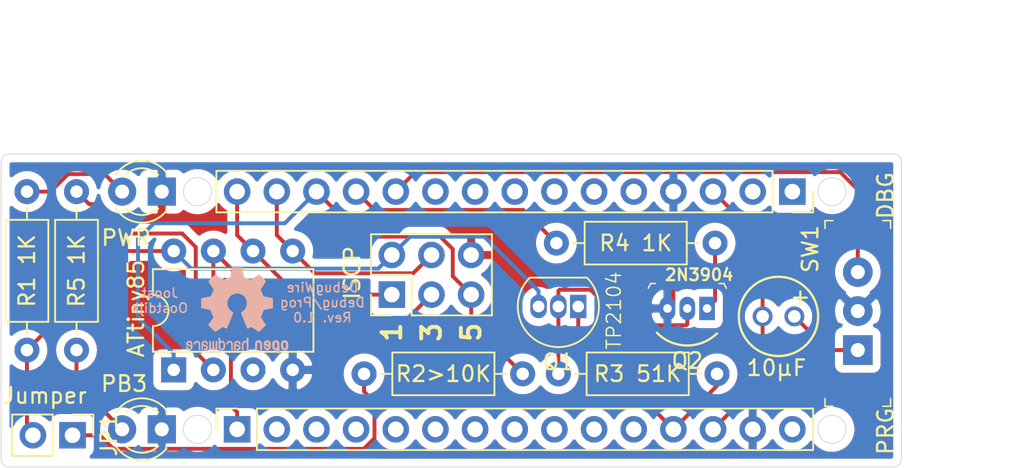
<source format=kicad_pcb>
(kicad_pcb (version 20171130) (host pcbnew "(5.1.4-0-10_14)")

  (general
    (thickness 1.6)
    (drawings 24)
    (tracks 100)
    (zones 0)
    (modules 17)
    (nets 38)
  )

  (page A4)
  (title_block
    (title "DebugWireDebuggerProgrammer Arduino Nano Shield")
    (date 2021-02-12)
    (rev 1.0)
    (comment 1 "Author: Joost Oostdijk")
  )

  (layers
    (0 F.Cu signal)
    (31 B.Cu signal)
    (32 B.Adhes user)
    (33 F.Adhes user)
    (34 B.Paste user)
    (35 F.Paste user)
    (36 B.SilkS user)
    (37 F.SilkS user)
    (38 B.Mask user)
    (39 F.Mask user)
    (40 Dwgs.User user)
    (41 Cmts.User user)
    (42 Eco1.User user)
    (43 Eco2.User user)
    (44 Edge.Cuts user)
    (45 Margin user)
    (46 B.CrtYd user)
    (47 F.CrtYd user)
    (48 B.Fab user)
    (49 F.Fab user)
  )

  (setup
    (last_trace_width 0.25)
    (trace_clearance 0.2)
    (zone_clearance 0.508)
    (zone_45_only no)
    (trace_min 0.2)
    (via_size 0.8)
    (via_drill 0.4)
    (via_min_size 0.4)
    (via_min_drill 0.3)
    (uvia_size 0.3)
    (uvia_drill 0.1)
    (uvias_allowed no)
    (uvia_min_size 0.2)
    (uvia_min_drill 0.1)
    (edge_width 0.05)
    (segment_width 0.2)
    (pcb_text_width 0.3)
    (pcb_text_size 1.5 1.5)
    (mod_edge_width 0.12)
    (mod_text_size 1 1)
    (mod_text_width 0.15)
    (pad_size 1.524 1.524)
    (pad_drill 0.762)
    (pad_to_mask_clearance 0.051)
    (solder_mask_min_width 0.25)
    (aux_axis_origin 0 0)
    (visible_elements FFFFFF7F)
    (pcbplotparams
      (layerselection 0x010fc_ffffffff)
      (usegerberextensions false)
      (usegerberattributes false)
      (usegerberadvancedattributes false)
      (creategerberjobfile false)
      (excludeedgelayer true)
      (linewidth 0.100000)
      (plotframeref false)
      (viasonmask false)
      (mode 1)
      (useauxorigin false)
      (hpglpennumber 1)
      (hpglpenspeed 20)
      (hpglpendiameter 15.000000)
      (psnegative false)
      (psa4output false)
      (plotreference true)
      (plotvalue true)
      (plotinvisibletext false)
      (padsonsilk false)
      (subtractmaskfromsilk false)
      (outputformat 1)
      (mirror false)
      (drillshape 1)
      (scaleselection 1)
      (outputdirectory ""))
  )

  (net 0 "")
  (net 1 /D10)
  (net 2 /D9)
  (net 3 /D8)
  (net 4 /RST)
  (net 5 "Net-(C1-Pad1)")
  (net 6 "Net-(D1-Pad2)")
  (net 7 GND)
  (net 8 "Net-(D2-Pad2)")
  (net 9 /MISO)
  (net 10 /MOSI)
  (net 11 /arduino-nano-connectors/D7)
  (net 12 /arduino-nano-connectors/D6)
  (net 13 /arduino-nano-connectors/D5)
  (net 14 /arduino-nano-connectors/D4)
  (net 15 /arduino-nano-connectors/D3)
  (net 16 /arduino-nano-connectors/D2)
  (net 17 /arduino-nano-connectors/RX0)
  (net 18 /arduino-nano-connectors/TX1)
  (net 19 /arduino-nano-connectors/Vin)
  (net 20 /S)
  (net 21 /arduino-nano-connectors/A7)
  (net 22 /arduino-nano-connectors/A6)
  (net 23 /arduino-nano-connectors/A5)
  (net 24 /arduino-nano-connectors/A4)
  (net 25 /arduino-nano-connectors/A3)
  (net 26 /arduino-nano-connectors/A2)
  (net 27 /arduino-nano-connectors/A1)
  (net 28 /arduino-nano-connectors/A0)
  (net 29 /arduino-nano-connectors/AREF)
  (net 30 /arduino-nano-connectors/3V3)
  (net 31 /SCK)
  (net 32 /D)
  (net 33 "Net-(JP1-Pad1)")
  (net 34 /C)
  (net 35 /B)
  (net 36 "/PB3(TEST)")
  (net 37 "Net-(U1-Pad3)")

  (net_class Default "This is the default net class."
    (clearance 0.2)
    (trace_width 0.25)
    (via_dia 0.8)
    (via_drill 0.4)
    (uvia_dia 0.3)
    (uvia_drill 0.1)
    (add_net /B)
    (add_net /C)
    (add_net /D)
    (add_net /D10)
    (add_net /D8)
    (add_net /D9)
    (add_net /MISO)
    (add_net /MOSI)
    (add_net "/PB3(TEST)")
    (add_net /RST)
    (add_net /S)
    (add_net /SCK)
    (add_net /arduino-nano-connectors/3V3)
    (add_net /arduino-nano-connectors/A0)
    (add_net /arduino-nano-connectors/A1)
    (add_net /arduino-nano-connectors/A2)
    (add_net /arduino-nano-connectors/A3)
    (add_net /arduino-nano-connectors/A4)
    (add_net /arduino-nano-connectors/A5)
    (add_net /arduino-nano-connectors/A6)
    (add_net /arduino-nano-connectors/A7)
    (add_net /arduino-nano-connectors/AREF)
    (add_net /arduino-nano-connectors/D2)
    (add_net /arduino-nano-connectors/D3)
    (add_net /arduino-nano-connectors/D4)
    (add_net /arduino-nano-connectors/D5)
    (add_net /arduino-nano-connectors/D6)
    (add_net /arduino-nano-connectors/D7)
    (add_net /arduino-nano-connectors/RX0)
    (add_net /arduino-nano-connectors/TX1)
    (add_net /arduino-nano-connectors/Vin)
    (add_net GND)
    (add_net "Net-(C1-Pad1)")
    (add_net "Net-(D1-Pad2)")
    (add_net "Net-(D2-Pad2)")
    (add_net "Net-(JP1-Pad1)")
    (add_net "Net-(U1-Pad3)")
  )

  (module Package_DIP:DIP-8_W7.62mm (layer F.Cu) (tedit 5A02E8C5) (tstamp 602711FC)
    (at 140.843 89.027 90)
    (descr "8-lead though-hole mounted DIP package, row spacing 7.62 mm (300 mils)")
    (tags "THT DIP DIL PDIP 2.54mm 7.62mm 300mil")
    (path /60274CB8)
    (fp_text reference U1 (at 3.81 -2.33 90) (layer F.SilkS) hide
      (effects (font (size 1 1) (thickness 0.15)))
    )
    (fp_text value ATtiny85 (at 3.937 -2.413 90) (layer F.SilkS)
      (effects (font (size 1 1) (thickness 0.15)))
    )
    (fp_text user %R (at 3.81 3.81 90) (layer F.Fab)
      (effects (font (size 1 1) (thickness 0.15)))
    )
    (fp_line (start 8.7 -1.55) (end -1.1 -1.55) (layer F.CrtYd) (width 0.05))
    (fp_line (start 8.7 9.15) (end 8.7 -1.55) (layer F.CrtYd) (width 0.05))
    (fp_line (start -1.1 9.15) (end 8.7 9.15) (layer F.CrtYd) (width 0.05))
    (fp_line (start -1.1 -1.55) (end -1.1 9.15) (layer F.CrtYd) (width 0.05))
    (fp_line (start 6.46 -1.33) (end 4.81 -1.33) (layer F.SilkS) (width 0.12))
    (fp_line (start 6.46 8.95) (end 6.46 -1.33) (layer F.SilkS) (width 0.12))
    (fp_line (start 1.16 8.95) (end 6.46 8.95) (layer F.SilkS) (width 0.12))
    (fp_line (start 1.16 -1.33) (end 1.16 8.95) (layer F.SilkS) (width 0.12))
    (fp_line (start 2.81 -1.33) (end 1.16 -1.33) (layer F.SilkS) (width 0.12))
    (fp_line (start 0.635 -0.27) (end 1.635 -1.27) (layer F.Fab) (width 0.1))
    (fp_line (start 0.635 8.89) (end 0.635 -0.27) (layer F.Fab) (width 0.1))
    (fp_line (start 6.985 8.89) (end 0.635 8.89) (layer F.Fab) (width 0.1))
    (fp_line (start 6.985 -1.27) (end 6.985 8.89) (layer F.Fab) (width 0.1))
    (fp_line (start 1.635 -1.27) (end 6.985 -1.27) (layer F.Fab) (width 0.1))
    (fp_arc (start 3.81 -1.33) (end 2.81 -1.33) (angle -180) (layer F.SilkS) (width 0.12))
    (pad 8 thru_hole oval (at 7.62 0 90) (size 1.6 1.6) (drill 0.8) (layers *.Cu *.Mask)
      (net 32 /D))
    (pad 4 thru_hole oval (at 0 7.62 90) (size 1.6 1.6) (drill 0.8) (layers *.Cu *.Mask)
      (net 7 GND))
    (pad 7 thru_hole oval (at 7.62 2.54 90) (size 1.6 1.6) (drill 0.8) (layers *.Cu *.Mask)
      (net 31 /SCK))
    (pad 3 thru_hole oval (at 0 5.08 90) (size 1.6 1.6) (drill 0.8) (layers *.Cu *.Mask)
      (net 37 "Net-(U1-Pad3)"))
    (pad 6 thru_hole oval (at 7.62 5.08 90) (size 1.6 1.6) (drill 0.8) (layers *.Cu *.Mask)
      (net 9 /MISO))
    (pad 2 thru_hole oval (at 0 2.54 90) (size 1.6 1.6) (drill 0.8) (layers *.Cu *.Mask)
      (net 36 "/PB3(TEST)"))
    (pad 5 thru_hole oval (at 7.62 7.62 90) (size 1.6 1.6) (drill 0.8) (layers *.Cu *.Mask)
      (net 10 /MOSI))
    (pad 1 thru_hole rect (at 0 0 90) (size 1.6 1.6) (drill 0.8) (layers *.Cu *.Mask)
      (net 1 /D10))
    (model ${KISYS3DMOD}/Package_DIP.3dshapes/DIP-8_W7.62mm.wrl
      (at (xyz 0 0 0))
      (scale (xyz 1 1 1))
      (rotate (xyz 0 0 0))
    )
  )

  (module digikey-footprints:Switch_Slide_11.6x4mm_EG1218 (layer F.Cu) (tedit 5A1EC915) (tstamp 602710B1)
    (at 184.658 87.757 90)
    (descr http://spec_sheets.e-switch.com/specs/P040040.pdf)
    (path /60277D37)
    (fp_text reference SW1 (at 6.477 -3.048 90) (layer F.SilkS)
      (effects (font (size 1 1) (thickness 0.15)))
    )
    (fp_text value SW_SPDT (at 2.11 3.14 90) (layer F.Fab) hide
      (effects (font (size 1 1) (thickness 0.15)))
    )
    (fp_line (start -3.42 -2) (end 8.18 -2) (layer F.Fab) (width 0.1))
    (fp_line (start -3.42 2) (end -3.42 -2) (layer F.Fab) (width 0.1))
    (fp_line (start 8.18 2) (end 8.18 -2) (layer F.Fab) (width 0.1))
    (fp_line (start -3.42 2) (end 8.18 2) (layer F.Fab) (width 0.1))
    (fp_line (start 8.3 -2.1) (end 7.8 -2.1) (layer F.SilkS) (width 0.1))
    (fp_line (start 8.3 -2.1) (end 8.3 -1.6) (layer F.SilkS) (width 0.1))
    (fp_line (start -3.6 -2.1) (end -3.6 -1.6) (layer F.SilkS) (width 0.1))
    (fp_line (start -3.6 -2.1) (end -3.1 -2.1) (layer F.SilkS) (width 0.1))
    (fp_line (start -3.6 2.1) (end -3.6 1.6) (layer F.SilkS) (width 0.1))
    (fp_line (start -3.6 2.1) (end -3.1 2.1) (layer F.SilkS) (width 0.1))
    (fp_line (start 8.3 2.1) (end 8.3 1.6) (layer F.SilkS) (width 0.1))
    (fp_line (start 8.3 2.1) (end 7.8 2.1) (layer F.SilkS) (width 0.1))
    (fp_line (start -3.67 -2.25) (end 8.43 -2.25) (layer F.CrtYd) (width 0.05))
    (fp_line (start 8.43 2.25) (end 8.43 -2.25) (layer F.CrtYd) (width 0.05))
    (fp_line (start -3.67 2.25) (end 8.43 2.25) (layer F.CrtYd) (width 0.05))
    (fp_line (start -3.67 2.25) (end -3.67 -2.25) (layer F.CrtYd) (width 0.05))
    (fp_text user %R (at 2.5 0 90) (layer F.Fab)
      (effects (font (size 1 1) (thickness 0.15)))
    )
    (pad 3 thru_hole circle (at 5 0 90) (size 1.9 1.9) (drill 0.9) (layers *.Cu *.Mask)
      (net 3 /D8))
    (pad 2 thru_hole circle (at 2.5 0 90) (size 1.9 1.9) (drill 0.9) (layers *.Cu *.Mask)
      (net 7 GND))
    (pad 1 thru_hole rect (at 0 0 90) (size 1.9 1.9) (drill 0.9) (layers *.Cu *.Mask)
      (net 5 "Net-(C1-Pad1)"))
  )

  (module Resistor_THT:R_Axial_DIN0207_L6.3mm_D2.5mm_P10.16mm_Horizontal (layer F.Cu) (tedit 5AE5139B) (tstamp 60271971)
    (at 134.62 77.597 270)
    (descr "Resistor, Axial_DIN0207 series, Axial, Horizontal, pin pitch=10.16mm, 0.25W = 1/4W, length*diameter=6.3*2.5mm^2, http://cdn-reichelt.de/documents/datenblatt/B400/1_4W%23YAG.pdf")
    (tags "Resistor Axial_DIN0207 series Axial Horizontal pin pitch 10.16mm 0.25W = 1/4W length 6.3mm diameter 2.5mm")
    (path /602CD19B)
    (fp_text reference "R5 1K" (at 5.08 0 90) (layer F.SilkS)
      (effects (font (size 1 1) (thickness 0.15)))
    )
    (fp_text value 1K (at 5.08 2.37 90) (layer F.Fab)
      (effects (font (size 1 1) (thickness 0.15)))
    )
    (fp_text user %R (at 5.08 0 90) (layer F.Fab)
      (effects (font (size 1 1) (thickness 0.15)))
    )
    (fp_line (start 11.21 -1.5) (end -1.05 -1.5) (layer F.CrtYd) (width 0.05))
    (fp_line (start 11.21 1.5) (end 11.21 -1.5) (layer F.CrtYd) (width 0.05))
    (fp_line (start -1.05 1.5) (end 11.21 1.5) (layer F.CrtYd) (width 0.05))
    (fp_line (start -1.05 -1.5) (end -1.05 1.5) (layer F.CrtYd) (width 0.05))
    (fp_line (start 9.12 0) (end 8.35 0) (layer F.SilkS) (width 0.12))
    (fp_line (start 1.04 0) (end 1.81 0) (layer F.SilkS) (width 0.12))
    (fp_line (start 8.35 -1.37) (end 1.81 -1.37) (layer F.SilkS) (width 0.12))
    (fp_line (start 8.35 1.37) (end 8.35 -1.37) (layer F.SilkS) (width 0.12))
    (fp_line (start 1.81 1.37) (end 8.35 1.37) (layer F.SilkS) (width 0.12))
    (fp_line (start 1.81 -1.37) (end 1.81 1.37) (layer F.SilkS) (width 0.12))
    (fp_line (start 10.16 0) (end 8.23 0) (layer F.Fab) (width 0.1))
    (fp_line (start 0 0) (end 1.93 0) (layer F.Fab) (width 0.1))
    (fp_line (start 8.23 -1.25) (end 1.93 -1.25) (layer F.Fab) (width 0.1))
    (fp_line (start 8.23 1.25) (end 8.23 -1.25) (layer F.Fab) (width 0.1))
    (fp_line (start 1.93 1.25) (end 8.23 1.25) (layer F.Fab) (width 0.1))
    (fp_line (start 1.93 -1.25) (end 1.93 1.25) (layer F.Fab) (width 0.1))
    (pad 2 thru_hole oval (at 10.16 0 270) (size 1.6 1.6) (drill 0.8) (layers *.Cu *.Mask)
      (net 8 "Net-(D2-Pad2)"))
    (pad 1 thru_hole circle (at 0 0 270) (size 1.6 1.6) (drill 0.8) (layers *.Cu *.Mask)
      (net 36 "/PB3(TEST)"))
    (model ${KISYS3DMOD}/Resistor_THT.3dshapes/R_Axial_DIN0207_L6.3mm_D2.5mm_P10.16mm_Horizontal.wrl
      (at (xyz 0 0 0))
      (scale (xyz 1 1 1))
      (rotate (xyz 0 0 0))
    )
  )

  (module Resistor_THT:R_Axial_DIN0207_L6.3mm_D2.5mm_P10.16mm_Horizontal (layer F.Cu) (tedit 5AE5139B) (tstamp 60272680)
    (at 175.514 80.899 180)
    (descr "Resistor, Axial_DIN0207 series, Axial, Horizontal, pin pitch=10.16mm, 0.25W = 1/4W, length*diameter=6.3*2.5mm^2, http://cdn-reichelt.de/documents/datenblatt/B400/1_4W%23YAG.pdf")
    (tags "Resistor Axial_DIN0207 series Axial Horizontal pin pitch 10.16mm 0.25W = 1/4W length 6.3mm diameter 2.5mm")
    (path /60270B2A)
    (fp_text reference "R4 1K" (at 5.08 0) (layer F.SilkS)
      (effects (font (size 1 1) (thickness 0.15)))
    )
    (fp_text value 1K (at 5.08 2.37) (layer F.Fab)
      (effects (font (size 1 1) (thickness 0.15)))
    )
    (fp_text user %R (at 5.08 0) (layer F.Fab)
      (effects (font (size 1 1) (thickness 0.15)))
    )
    (fp_line (start 11.21 -1.5) (end -1.05 -1.5) (layer F.CrtYd) (width 0.05))
    (fp_line (start 11.21 1.5) (end 11.21 -1.5) (layer F.CrtYd) (width 0.05))
    (fp_line (start -1.05 1.5) (end 11.21 1.5) (layer F.CrtYd) (width 0.05))
    (fp_line (start -1.05 -1.5) (end -1.05 1.5) (layer F.CrtYd) (width 0.05))
    (fp_line (start 9.12 0) (end 8.35 0) (layer F.SilkS) (width 0.12))
    (fp_line (start 1.04 0) (end 1.81 0) (layer F.SilkS) (width 0.12))
    (fp_line (start 8.35 -1.37) (end 1.81 -1.37) (layer F.SilkS) (width 0.12))
    (fp_line (start 8.35 1.37) (end 8.35 -1.37) (layer F.SilkS) (width 0.12))
    (fp_line (start 1.81 1.37) (end 8.35 1.37) (layer F.SilkS) (width 0.12))
    (fp_line (start 1.81 -1.37) (end 1.81 1.37) (layer F.SilkS) (width 0.12))
    (fp_line (start 10.16 0) (end 8.23 0) (layer F.Fab) (width 0.1))
    (fp_line (start 0 0) (end 1.93 0) (layer F.Fab) (width 0.1))
    (fp_line (start 8.23 -1.25) (end 1.93 -1.25) (layer F.Fab) (width 0.1))
    (fp_line (start 8.23 1.25) (end 8.23 -1.25) (layer F.Fab) (width 0.1))
    (fp_line (start 1.93 1.25) (end 8.23 1.25) (layer F.Fab) (width 0.1))
    (fp_line (start 1.93 -1.25) (end 1.93 1.25) (layer F.Fab) (width 0.1))
    (pad 2 thru_hole oval (at 10.16 0 180) (size 1.6 1.6) (drill 0.8) (layers *.Cu *.Mask)
      (net 2 /D9))
    (pad 1 thru_hole circle (at 0 0 180) (size 1.6 1.6) (drill 0.8) (layers *.Cu *.Mask)
      (net 35 /B))
    (model ${KISYS3DMOD}/Resistor_THT.3dshapes/R_Axial_DIN0207_L6.3mm_D2.5mm_P10.16mm_Horizontal.wrl
      (at (xyz 0 0 0))
      (scale (xyz 1 1 1))
      (rotate (xyz 0 0 0))
    )
  )

  (module Resistor_THT:R_Axial_DIN0207_L6.3mm_D2.5mm_P10.16mm_Horizontal (layer F.Cu) (tedit 5AE5139B) (tstamp 60270AF4)
    (at 165.481 89.281)
    (descr "Resistor, Axial_DIN0207 series, Axial, Horizontal, pin pitch=10.16mm, 0.25W = 1/4W, length*diameter=6.3*2.5mm^2, http://cdn-reichelt.de/documents/datenblatt/B400/1_4W%23YAG.pdf")
    (tags "Resistor Axial_DIN0207 series Axial Horizontal pin pitch 10.16mm 0.25W = 1/4W length 6.3mm diameter 2.5mm")
    (path /6026FC63)
    (fp_text reference R3 (at 5.08 -2.37) (layer F.SilkS) hide
      (effects (font (size 0.9 0.9) (thickness 0.1)))
    )
    (fp_text value 51K (at 5.08 2.37) (layer F.Fab) hide
      (effects (font (size 1 1) (thickness 0.15)))
    )
    (fp_text user "R3 51K" (at 5.08 0) (layer F.SilkS)
      (effects (font (size 1 1) (thickness 0.15)))
    )
    (fp_line (start 11.21 -1.5) (end -1.05 -1.5) (layer F.CrtYd) (width 0.05))
    (fp_line (start 11.21 1.5) (end 11.21 -1.5) (layer F.CrtYd) (width 0.05))
    (fp_line (start -1.05 1.5) (end 11.21 1.5) (layer F.CrtYd) (width 0.05))
    (fp_line (start -1.05 -1.5) (end -1.05 1.5) (layer F.CrtYd) (width 0.05))
    (fp_line (start 9.12 0) (end 8.35 0) (layer F.SilkS) (width 0.12))
    (fp_line (start 1.04 0) (end 1.81 0) (layer F.SilkS) (width 0.12))
    (fp_line (start 8.35 -1.37) (end 1.81 -1.37) (layer F.SilkS) (width 0.12))
    (fp_line (start 8.35 1.37) (end 8.35 -1.37) (layer F.SilkS) (width 0.12))
    (fp_line (start 1.81 1.37) (end 8.35 1.37) (layer F.SilkS) (width 0.12))
    (fp_line (start 1.81 -1.37) (end 1.81 1.37) (layer F.SilkS) (width 0.12))
    (fp_line (start 10.16 0) (end 8.23 0) (layer F.Fab) (width 0.1))
    (fp_line (start 0 0) (end 1.93 0) (layer F.Fab) (width 0.1))
    (fp_line (start 8.23 -1.25) (end 1.93 -1.25) (layer F.Fab) (width 0.1))
    (fp_line (start 8.23 1.25) (end 8.23 -1.25) (layer F.Fab) (width 0.1))
    (fp_line (start 1.93 1.25) (end 8.23 1.25) (layer F.Fab) (width 0.1))
    (fp_line (start 1.93 -1.25) (end 1.93 1.25) (layer F.Fab) (width 0.1))
    (pad 2 thru_hole oval (at 10.16 0) (size 1.6 1.6) (drill 0.8) (layers *.Cu *.Mask)
      (net 20 /S))
    (pad 1 thru_hole circle (at 0 0) (size 1.6 1.6) (drill 0.8) (layers *.Cu *.Mask)
      (net 34 /C))
    (model ${KISYS3DMOD}/Resistor_THT.3dshapes/R_Axial_DIN0207_L6.3mm_D2.5mm_P10.16mm_Horizontal.wrl
      (at (xyz 0 0 0))
      (scale (xyz 1 1 1))
      (rotate (xyz 0 0 0))
    )
  )

  (module Resistor_THT:R_Axial_DIN0207_L6.3mm_D2.5mm_P10.16mm_Horizontal (layer F.Cu) (tedit 5AE5139B) (tstamp 60270ADD)
    (at 153.035 89.281)
    (descr "Resistor, Axial_DIN0207 series, Axial, Horizontal, pin pitch=10.16mm, 0.25W = 1/4W, length*diameter=6.3*2.5mm^2, http://cdn-reichelt.de/documents/datenblatt/B400/1_4W%23YAG.pdf")
    (tags "Resistor Axial_DIN0207 series Axial Horizontal pin pitch 10.16mm 0.25W = 1/4W length 6.3mm diameter 2.5mm")
    (path /6028A521)
    (fp_text reference R2>10K (at 5.08 0) (layer F.SilkS)
      (effects (font (size 1 1) (thickness 0.15)))
    )
    (fp_text value >10K (at 5.08 2.37) (layer F.Fab) hide
      (effects (font (size 1 1) (thickness 0.15)))
    )
    (fp_text user %R (at 5.08 0) (layer F.Fab)
      (effects (font (size 1 1) (thickness 0.15)))
    )
    (fp_line (start 11.21 -1.5) (end -1.05 -1.5) (layer F.CrtYd) (width 0.05))
    (fp_line (start 11.21 1.5) (end 11.21 -1.5) (layer F.CrtYd) (width 0.05))
    (fp_line (start -1.05 1.5) (end 11.21 1.5) (layer F.CrtYd) (width 0.05))
    (fp_line (start -1.05 -1.5) (end -1.05 1.5) (layer F.CrtYd) (width 0.05))
    (fp_line (start 9.12 0) (end 8.35 0) (layer F.SilkS) (width 0.12))
    (fp_line (start 1.04 0) (end 1.81 0) (layer F.SilkS) (width 0.12))
    (fp_line (start 8.35 -1.37) (end 1.81 -1.37) (layer F.SilkS) (width 0.12))
    (fp_line (start 8.35 1.37) (end 8.35 -1.37) (layer F.SilkS) (width 0.12))
    (fp_line (start 1.81 1.37) (end 8.35 1.37) (layer F.SilkS) (width 0.12))
    (fp_line (start 1.81 -1.37) (end 1.81 1.37) (layer F.SilkS) (width 0.12))
    (fp_line (start 10.16 0) (end 8.23 0) (layer F.Fab) (width 0.1))
    (fp_line (start 0 0) (end 1.93 0) (layer F.Fab) (width 0.1))
    (fp_line (start 8.23 -1.25) (end 1.93 -1.25) (layer F.Fab) (width 0.1))
    (fp_line (start 8.23 1.25) (end 8.23 -1.25) (layer F.Fab) (width 0.1))
    (fp_line (start 1.93 1.25) (end 8.23 1.25) (layer F.Fab) (width 0.1))
    (fp_line (start 1.93 -1.25) (end 1.93 1.25) (layer F.Fab) (width 0.1))
    (pad 2 thru_hole oval (at 10.16 0) (size 1.6 1.6) (drill 0.8) (layers *.Cu *.Mask)
      (net 1 /D10))
    (pad 1 thru_hole circle (at 0 0) (size 1.6 1.6) (drill 0.8) (layers *.Cu *.Mask)
      (net 33 "Net-(JP1-Pad1)"))
    (model ${KISYS3DMOD}/Resistor_THT.3dshapes/R_Axial_DIN0207_L6.3mm_D2.5mm_P10.16mm_Horizontal.wrl
      (at (xyz 0 0 0))
      (scale (xyz 1 1 1))
      (rotate (xyz 0 0 0))
    )
  )

  (module Resistor_THT:R_Axial_DIN0207_L6.3mm_D2.5mm_P10.16mm_Horizontal (layer F.Cu) (tedit 5AE5139B) (tstamp 60270AC6)
    (at 131.445 87.757 90)
    (descr "Resistor, Axial_DIN0207 series, Axial, Horizontal, pin pitch=10.16mm, 0.25W = 1/4W, length*diameter=6.3*2.5mm^2, http://cdn-reichelt.de/documents/datenblatt/B400/1_4W%23YAG.pdf")
    (tags "Resistor Axial_DIN0207 series Axial Horizontal pin pitch 10.16mm 0.25W = 1/4W length 6.3mm diameter 2.5mm")
    (path /60271264)
    (fp_text reference R1 (at 5.08 -2.37 90) (layer F.SilkS) hide
      (effects (font (size 1 1) (thickness 0.15)))
    )
    (fp_text value 1K (at 5.08 2.37 90) (layer F.Fab)
      (effects (font (size 1 1) (thickness 0.15)))
    )
    (fp_text user "R1 1K" (at 5.08 0 90) (layer F.SilkS)
      (effects (font (size 1 1) (thickness 0.15)))
    )
    (fp_line (start 11.21 -1.5) (end -1.05 -1.5) (layer F.CrtYd) (width 0.05))
    (fp_line (start 11.21 1.5) (end 11.21 -1.5) (layer F.CrtYd) (width 0.05))
    (fp_line (start -1.05 1.5) (end 11.21 1.5) (layer F.CrtYd) (width 0.05))
    (fp_line (start -1.05 -1.5) (end -1.05 1.5) (layer F.CrtYd) (width 0.05))
    (fp_line (start 9.12 0) (end 8.35 0) (layer F.SilkS) (width 0.12))
    (fp_line (start 1.04 0) (end 1.81 0) (layer F.SilkS) (width 0.12))
    (fp_line (start 8.35 -1.37) (end 1.81 -1.37) (layer F.SilkS) (width 0.12))
    (fp_line (start 8.35 1.37) (end 8.35 -1.37) (layer F.SilkS) (width 0.12))
    (fp_line (start 1.81 1.37) (end 8.35 1.37) (layer F.SilkS) (width 0.12))
    (fp_line (start 1.81 -1.37) (end 1.81 1.37) (layer F.SilkS) (width 0.12))
    (fp_line (start 10.16 0) (end 8.23 0) (layer F.Fab) (width 0.1))
    (fp_line (start 0 0) (end 1.93 0) (layer F.Fab) (width 0.1))
    (fp_line (start 8.23 -1.25) (end 1.93 -1.25) (layer F.Fab) (width 0.1))
    (fp_line (start 8.23 1.25) (end 8.23 -1.25) (layer F.Fab) (width 0.1))
    (fp_line (start 1.93 1.25) (end 8.23 1.25) (layer F.Fab) (width 0.1))
    (fp_line (start 1.93 -1.25) (end 1.93 1.25) (layer F.Fab) (width 0.1))
    (pad 2 thru_hole oval (at 10.16 0 90) (size 1.6 1.6) (drill 0.8) (layers *.Cu *.Mask)
      (net 6 "Net-(D1-Pad2)"))
    (pad 1 thru_hole circle (at 0 0 90) (size 1.6 1.6) (drill 0.8) (layers *.Cu *.Mask)
      (net 32 /D))
    (model ${KISYS3DMOD}/Resistor_THT.3dshapes/R_Axial_DIN0207_L6.3mm_D2.5mm_P10.16mm_Horizontal.wrl
      (at (xyz 0 0 0))
      (scale (xyz 1 1 1))
      (rotate (xyz 0 0 0))
    )
  )

  (module digikey-footprints:TO-92-3 (layer F.Cu) (tedit 5AF9CDD1) (tstamp 60270AAF)
    (at 175.006 85.09 180)
    (descr http://www.ti.com/lit/ds/symlink/tl431a.pdf)
    (path /60270368)
    (fp_text reference Q2 (at 1.27 -3.35) (layer F.SilkS)
      (effects (font (size 1 1) (thickness 0.15)))
    )
    (fp_text value Q_NPN_BCE (at 1.27 2.5) (layer F.Fab) hide
      (effects (font (size 1 1) (thickness 0.15)))
    )
    (fp_text user 2N3904 (at 0.508 2.159 180) (layer F.SilkS)
      (effects (font (size 0.75 0.75) (thickness 0.15)))
    )
    (fp_line (start -1.08 1.6) (end -1.23 1.3) (layer F.SilkS) (width 0.1))
    (fp_line (start -0.78 1.6) (end -1.08 1.6) (layer F.SilkS) (width 0.1))
    (fp_line (start 3.62 1.6) (end 3.32 1.6) (layer F.SilkS) (width 0.1))
    (fp_line (start 3.62 1.6) (end 3.77 1.3) (layer F.SilkS) (width 0.1))
    (fp_line (start 4.17 1.75) (end 4.17 -2.5) (layer F.CrtYd) (width 0.05))
    (fp_line (start -1.63 1.75) (end -1.63 -2.5) (layer F.CrtYd) (width 0.05))
    (fp_line (start -1.63 1.75) (end 4.17 1.75) (layer F.CrtYd) (width 0.05))
    (fp_line (start -1.63 -2.5) (end 4.17 -2.5) (layer F.CrtYd) (width 0.05))
    (fp_arc (start 1.27 0.3) (end -1.33 0.3) (angle 90) (layer F.Fab) (width 0.15))
    (fp_arc (start 1.27 0.3) (end -1.03 1.5) (angle 235) (layer F.Fab) (width 0.15))
    (fp_line (start 3.57 1.5) (end -1.03 1.5) (layer F.Fab) (width 0.15))
    (fp_arc (start 1.27 0.35) (end -0.63 -1.6) (angle 90) (layer F.SilkS) (width 0.15))
    (pad 1 thru_hole rect (at 0 0) (size 1 1.5) (drill 0.55) (layers *.Cu *.Mask)
      (net 35 /B))
    (pad 3 thru_hole oval (at 2.54 0) (size 1 1.5) (drill 0.55) (layers *.Cu *.Mask)
      (net 7 GND))
    (pad 2 thru_hole oval (at 1.27 0) (size 1 1.5) (drill 0.55) (layers *.Cu *.Mask)
      (net 34 /C))
  )

  (module Package_TO_SOT_THT:TO-92_Inline (layer F.Cu) (tedit 5A1DD157) (tstamp 60270A9B)
    (at 166.751 84.963 180)
    (descr "TO-92 leads in-line, narrow, oval pads, drill 0.75mm (see NXP sot054_po.pdf)")
    (tags "to-92 sc-43 sc-43a sot54 PA33 transistor")
    (path /6026DD7B)
    (fp_text reference Q1 (at 1.27 -3.56) (layer F.SilkS)
      (effects (font (size 1 1) (thickness 0.15)))
    )
    (fp_text value TP2104 (at -2.286 -0.254 90) (layer F.SilkS)
      (effects (font (size 0.9 0.9) (thickness 0.1)))
    )
    (fp_arc (start 1.27 0) (end 1.27 -2.6) (angle 135) (layer F.SilkS) (width 0.12))
    (fp_arc (start 1.27 0) (end 1.27 -2.48) (angle -135) (layer F.Fab) (width 0.1))
    (fp_arc (start 1.27 0) (end 1.27 -2.6) (angle -135) (layer F.SilkS) (width 0.12))
    (fp_arc (start 1.27 0) (end 1.27 -2.48) (angle 135) (layer F.Fab) (width 0.1))
    (fp_line (start 4 2.01) (end -1.46 2.01) (layer F.CrtYd) (width 0.05))
    (fp_line (start 4 2.01) (end 4 -2.73) (layer F.CrtYd) (width 0.05))
    (fp_line (start -1.46 -2.73) (end -1.46 2.01) (layer F.CrtYd) (width 0.05))
    (fp_line (start -1.46 -2.73) (end 4 -2.73) (layer F.CrtYd) (width 0.05))
    (fp_line (start -0.5 1.75) (end 3 1.75) (layer F.Fab) (width 0.1))
    (fp_line (start -0.53 1.85) (end 3.07 1.85) (layer F.SilkS) (width 0.12))
    (fp_text user %R (at 1.27 -3.56) (layer F.Fab)
      (effects (font (size 1 1) (thickness 0.15)))
    )
    (pad 1 thru_hole rect (at 0 0 180) (size 1.05 1.5) (drill 0.75) (layers *.Cu *.Mask)
      (net 20 /S))
    (pad 3 thru_hole oval (at 2.54 0 180) (size 1.05 1.5) (drill 0.75) (layers *.Cu *.Mask)
      (net 32 /D))
    (pad 2 thru_hole oval (at 1.27 0 180) (size 1.05 1.5) (drill 0.75) (layers *.Cu *.Mask)
      (net 34 /C))
    (model ${KISYS3DMOD}/Package_TO_SOT_THT.3dshapes/TO-92_Inline.wrl
      (at (xyz 0 0 0))
      (scale (xyz 1 1 1))
      (rotate (xyz 0 0 0))
    )
  )

  (module Connector_PinHeader_2.54mm:PinHeader_1x02_P2.54mm_Vertical (layer F.Cu) (tedit 59FED5CC) (tstamp 6027271D)
    (at 134.366 93.218 270)
    (descr "Through hole straight pin header, 1x02, 2.54mm pitch, single row")
    (tags "Through hole pin header THT 1x02 2.54mm single row")
    (path /60289778)
    (fp_text reference JP1 (at 0 -2.33 90) (layer F.SilkS)
      (effects (font (size 1 1) (thickness 0.15)))
    )
    (fp_text value Jumper (at -2.54 1.778 180) (layer F.SilkS)
      (effects (font (size 1 1) (thickness 0.15)))
    )
    (fp_text user %R (at 0 1.27) (layer F.Fab)
      (effects (font (size 1 1) (thickness 0.15)))
    )
    (fp_line (start 1.8 -1.8) (end -1.8 -1.8) (layer F.CrtYd) (width 0.05))
    (fp_line (start 1.8 4.35) (end 1.8 -1.8) (layer F.CrtYd) (width 0.05))
    (fp_line (start -1.8 4.35) (end 1.8 4.35) (layer F.CrtYd) (width 0.05))
    (fp_line (start -1.8 -1.8) (end -1.8 4.35) (layer F.CrtYd) (width 0.05))
    (fp_line (start -1.33 -1.33) (end 0 -1.33) (layer F.SilkS) (width 0.12))
    (fp_line (start -1.33 0) (end -1.33 -1.33) (layer F.SilkS) (width 0.12))
    (fp_line (start -1.33 1.27) (end 1.33 1.27) (layer F.SilkS) (width 0.12))
    (fp_line (start 1.33 1.27) (end 1.33 3.87) (layer F.SilkS) (width 0.12))
    (fp_line (start -1.33 1.27) (end -1.33 3.87) (layer F.SilkS) (width 0.12))
    (fp_line (start -1.33 3.87) (end 1.33 3.87) (layer F.SilkS) (width 0.12))
    (fp_line (start -1.27 -0.635) (end -0.635 -1.27) (layer F.Fab) (width 0.1))
    (fp_line (start -1.27 3.81) (end -1.27 -0.635) (layer F.Fab) (width 0.1))
    (fp_line (start 1.27 3.81) (end -1.27 3.81) (layer F.Fab) (width 0.1))
    (fp_line (start 1.27 -1.27) (end 1.27 3.81) (layer F.Fab) (width 0.1))
    (fp_line (start -0.635 -1.27) (end 1.27 -1.27) (layer F.Fab) (width 0.1))
    (pad 2 thru_hole oval (at 0 2.54 270) (size 1.7 1.7) (drill 1) (layers *.Cu *.Mask)
      (net 32 /D))
    (pad 1 thru_hole rect (at 0 0 270) (size 1.7 1.7) (drill 1) (layers *.Cu *.Mask)
      (net 33 "Net-(JP1-Pad1)"))
    (model ${KISYS3DMOD}/Connector_PinHeader_2.54mm.3dshapes/PinHeader_1x02_P2.54mm_Vertical.wrl
      (at (xyz 0 0 0))
      (scale (xyz 1 1 1))
      (rotate (xyz 0 0 0))
    )
  )

  (module Connector_PinHeader_2.54mm:PinHeader_2x03_P2.54mm_Vertical (layer F.Cu) (tedit 59FED5CC) (tstamp 60270A73)
    (at 154.813 84.201 90)
    (descr "Through hole straight pin header, 2x03, 2.54mm pitch, double rows")
    (tags "Through hole pin header THT 2x03 2.54mm double row")
    (path /602E3C51)
    (fp_text reference J3 (at 1.27 -2.33 90) (layer F.SilkS) hide
      (effects (font (size 1 1) (thickness 0.15)))
    )
    (fp_text value ISCP (at 1.397 -2.54 90) (layer F.SilkS)
      (effects (font (size 1 1) (thickness 0.15)))
    )
    (fp_text user %R (at 1.27 2.54) (layer F.Fab)
      (effects (font (size 1 1) (thickness 0.15)))
    )
    (fp_line (start 4.35 -1.8) (end -1.8 -1.8) (layer F.CrtYd) (width 0.05))
    (fp_line (start 4.35 6.85) (end 4.35 -1.8) (layer F.CrtYd) (width 0.05))
    (fp_line (start -1.8 6.85) (end 4.35 6.85) (layer F.CrtYd) (width 0.05))
    (fp_line (start -1.8 -1.8) (end -1.8 6.85) (layer F.CrtYd) (width 0.05))
    (fp_line (start -1.33 -1.33) (end 0 -1.33) (layer F.SilkS) (width 0.12))
    (fp_line (start -1.33 0) (end -1.33 -1.33) (layer F.SilkS) (width 0.12))
    (fp_line (start 1.27 -1.33) (end 3.87 -1.33) (layer F.SilkS) (width 0.12))
    (fp_line (start 1.27 1.27) (end 1.27 -1.33) (layer F.SilkS) (width 0.12))
    (fp_line (start -1.33 1.27) (end 1.27 1.27) (layer F.SilkS) (width 0.12))
    (fp_line (start 3.87 -1.33) (end 3.87 6.41) (layer F.SilkS) (width 0.12))
    (fp_line (start -1.33 1.27) (end -1.33 6.41) (layer F.SilkS) (width 0.12))
    (fp_line (start -1.33 6.41) (end 3.87 6.41) (layer F.SilkS) (width 0.12))
    (fp_line (start -1.27 0) (end 0 -1.27) (layer F.Fab) (width 0.1))
    (fp_line (start -1.27 6.35) (end -1.27 0) (layer F.Fab) (width 0.1))
    (fp_line (start 3.81 6.35) (end -1.27 6.35) (layer F.Fab) (width 0.1))
    (fp_line (start 3.81 -1.27) (end 3.81 6.35) (layer F.Fab) (width 0.1))
    (fp_line (start 0 -1.27) (end 3.81 -1.27) (layer F.Fab) (width 0.1))
    (pad 6 thru_hole oval (at 2.54 5.08 90) (size 1.7 1.7) (drill 1) (layers *.Cu *.Mask)
      (net 7 GND))
    (pad 5 thru_hole oval (at 0 5.08 90) (size 1.7 1.7) (drill 1) (layers *.Cu *.Mask)
      (net 1 /D10))
    (pad 4 thru_hole oval (at 2.54 2.54 90) (size 1.7 1.7) (drill 1) (layers *.Cu *.Mask)
      (net 10 /MOSI))
    (pad 3 thru_hole oval (at 0 2.54 90) (size 1.7 1.7) (drill 1) (layers *.Cu *.Mask)
      (net 31 /SCK))
    (pad 2 thru_hole oval (at 2.54 0 90) (size 1.7 1.7) (drill 1) (layers *.Cu *.Mask)
      (net 32 /D))
    (pad 1 thru_hole rect (at 0 0 90) (size 1.7 1.7) (drill 1) (layers *.Cu *.Mask)
      (net 9 /MISO))
    (model ${KISYS3DMOD}/Connector_PinHeader_2.54mm.3dshapes/PinHeader_2x03_P2.54mm_Vertical.wrl
      (at (xyz 0 0 0))
      (scale (xyz 1 1 1))
      (rotate (xyz 0 0 0))
    )
  )

  (module Connector_PinSocket_2.54mm:PinSocket_1x15_P2.54mm_Vertical (layer F.Cu) (tedit 5A19A41D) (tstamp 60270A57)
    (at 144.907 92.837 90)
    (descr "Through hole straight socket strip, 1x15, 2.54mm pitch, single row (from Kicad 4.0.7), script generated")
    (tags "Through hole socket strip THT 1x15 2.54mm single row")
    (path /6026BBAE/60250758)
    (fp_text reference J2 (at 0 -2.77 90) (layer F.SilkS) hide
      (effects (font (size 1 1) (thickness 0.15)))
    )
    (fp_text value Conn_01x15 (at 0 38.33 90) (layer F.Fab) hide
      (effects (font (size 1 1) (thickness 0.15)))
    )
    (fp_text user %R (at 0 17.78) (layer F.Fab)
      (effects (font (size 1 1) (thickness 0.15)))
    )
    (fp_line (start -1.8 37.3) (end -1.8 -1.8) (layer F.CrtYd) (width 0.05))
    (fp_line (start 1.75 37.3) (end -1.8 37.3) (layer F.CrtYd) (width 0.05))
    (fp_line (start 1.75 -1.8) (end 1.75 37.3) (layer F.CrtYd) (width 0.05))
    (fp_line (start -1.8 -1.8) (end 1.75 -1.8) (layer F.CrtYd) (width 0.05))
    (fp_line (start 0 -1.33) (end 1.33 -1.33) (layer F.SilkS) (width 0.12))
    (fp_line (start 1.33 -1.33) (end 1.33 0) (layer F.SilkS) (width 0.12))
    (fp_line (start 1.33 1.27) (end 1.33 36.89) (layer F.SilkS) (width 0.12))
    (fp_line (start -1.33 36.89) (end 1.33 36.89) (layer F.SilkS) (width 0.12))
    (fp_line (start -1.33 1.27) (end -1.33 36.89) (layer F.SilkS) (width 0.12))
    (fp_line (start -1.33 1.27) (end 1.33 1.27) (layer F.SilkS) (width 0.12))
    (fp_line (start -1.27 36.83) (end -1.27 -1.27) (layer F.Fab) (width 0.1))
    (fp_line (start 1.27 36.83) (end -1.27 36.83) (layer F.Fab) (width 0.1))
    (fp_line (start 1.27 -0.635) (end 1.27 36.83) (layer F.Fab) (width 0.1))
    (fp_line (start 0.635 -1.27) (end 1.27 -0.635) (layer F.Fab) (width 0.1))
    (fp_line (start -1.27 -1.27) (end 0.635 -1.27) (layer F.Fab) (width 0.1))
    (pad 15 thru_hole oval (at 0 35.56 90) (size 1.7 1.7) (drill 1) (layers *.Cu *.Mask)
      (net 19 /arduino-nano-connectors/Vin))
    (pad 14 thru_hole oval (at 0 33.02 90) (size 1.7 1.7) (drill 1) (layers *.Cu *.Mask)
      (net 7 GND))
    (pad 13 thru_hole oval (at 0 30.48 90) (size 1.7 1.7) (drill 1) (layers *.Cu *.Mask)
      (net 4 /RST))
    (pad 12 thru_hole oval (at 0 27.94 90) (size 1.7 1.7) (drill 1) (layers *.Cu *.Mask)
      (net 20 /S))
    (pad 11 thru_hole oval (at 0 25.4 90) (size 1.7 1.7) (drill 1) (layers *.Cu *.Mask)
      (net 21 /arduino-nano-connectors/A7))
    (pad 10 thru_hole oval (at 0 22.86 90) (size 1.7 1.7) (drill 1) (layers *.Cu *.Mask)
      (net 22 /arduino-nano-connectors/A6))
    (pad 9 thru_hole oval (at 0 20.32 90) (size 1.7 1.7) (drill 1) (layers *.Cu *.Mask)
      (net 23 /arduino-nano-connectors/A5))
    (pad 8 thru_hole oval (at 0 17.78 90) (size 1.7 1.7) (drill 1) (layers *.Cu *.Mask)
      (net 24 /arduino-nano-connectors/A4))
    (pad 7 thru_hole oval (at 0 15.24 90) (size 1.7 1.7) (drill 1) (layers *.Cu *.Mask)
      (net 25 /arduino-nano-connectors/A3))
    (pad 6 thru_hole oval (at 0 12.7 90) (size 1.7 1.7) (drill 1) (layers *.Cu *.Mask)
      (net 26 /arduino-nano-connectors/A2))
    (pad 5 thru_hole oval (at 0 10.16 90) (size 1.7 1.7) (drill 1) (layers *.Cu *.Mask)
      (net 27 /arduino-nano-connectors/A1))
    (pad 4 thru_hole oval (at 0 7.62 90) (size 1.7 1.7) (drill 1) (layers *.Cu *.Mask)
      (net 28 /arduino-nano-connectors/A0))
    (pad 3 thru_hole oval (at 0 5.08 90) (size 1.7 1.7) (drill 1) (layers *.Cu *.Mask)
      (net 29 /arduino-nano-connectors/AREF))
    (pad 2 thru_hole oval (at 0 2.54 90) (size 1.7 1.7) (drill 1) (layers *.Cu *.Mask)
      (net 30 /arduino-nano-connectors/3V3))
    (pad 1 thru_hole rect (at 0 0 90) (size 1.7 1.7) (drill 1) (layers *.Cu *.Mask)
      (net 31 /SCK))
    (model ${KISYS3DMOD}/Connector_PinSocket_2.54mm.3dshapes/PinSocket_1x15_P2.54mm_Vertical.wrl
      (at (xyz 0 0 0))
      (scale (xyz 1 1 1))
      (rotate (xyz 0 0 0))
    )
  )

  (module Connector_PinSocket_2.54mm:PinSocket_1x15_P2.54mm_Vertical (layer F.Cu) (tedit 5A19A41D) (tstamp 60270A34)
    (at 180.467 77.597 270)
    (descr "Through hole straight socket strip, 1x15, 2.54mm pitch, single row (from Kicad 4.0.7), script generated")
    (tags "Through hole socket strip THT 1x15 2.54mm single row")
    (path /6026BBAE/6024F0F0)
    (fp_text reference J1 (at 0 -2.77 90) (layer F.SilkS) hide
      (effects (font (size 1 1) (thickness 0.15)))
    )
    (fp_text value Conn_01x15 (at 0 38.33 90) (layer F.Fab) hide
      (effects (font (size 1 1) (thickness 0.15)))
    )
    (fp_text user %R (at 0 17.78) (layer F.Fab)
      (effects (font (size 1 1) (thickness 0.15)))
    )
    (fp_line (start -1.8 37.3) (end -1.8 -1.8) (layer F.CrtYd) (width 0.05))
    (fp_line (start 1.75 37.3) (end -1.8 37.3) (layer F.CrtYd) (width 0.05))
    (fp_line (start 1.75 -1.8) (end 1.75 37.3) (layer F.CrtYd) (width 0.05))
    (fp_line (start -1.8 -1.8) (end 1.75 -1.8) (layer F.CrtYd) (width 0.05))
    (fp_line (start 0 -1.33) (end 1.33 -1.33) (layer F.SilkS) (width 0.12))
    (fp_line (start 1.33 -1.33) (end 1.33 0) (layer F.SilkS) (width 0.12))
    (fp_line (start 1.33 1.27) (end 1.33 36.89) (layer F.SilkS) (width 0.12))
    (fp_line (start -1.33 36.89) (end 1.33 36.89) (layer F.SilkS) (width 0.12))
    (fp_line (start -1.33 1.27) (end -1.33 36.89) (layer F.SilkS) (width 0.12))
    (fp_line (start -1.33 1.27) (end 1.33 1.27) (layer F.SilkS) (width 0.12))
    (fp_line (start -1.27 36.83) (end -1.27 -1.27) (layer F.Fab) (width 0.1))
    (fp_line (start 1.27 36.83) (end -1.27 36.83) (layer F.Fab) (width 0.1))
    (fp_line (start 1.27 -0.635) (end 1.27 36.83) (layer F.Fab) (width 0.1))
    (fp_line (start 0.635 -1.27) (end 1.27 -0.635) (layer F.Fab) (width 0.1))
    (fp_line (start -1.27 -1.27) (end 0.635 -1.27) (layer F.Fab) (width 0.1))
    (pad 15 thru_hole oval (at 0 35.56 270) (size 1.7 1.7) (drill 1) (layers *.Cu *.Mask)
      (net 9 /MISO))
    (pad 14 thru_hole oval (at 0 33.02 270) (size 1.7 1.7) (drill 1) (layers *.Cu *.Mask)
      (net 10 /MOSI))
    (pad 13 thru_hole oval (at 0 30.48 270) (size 1.7 1.7) (drill 1) (layers *.Cu *.Mask)
      (net 1 /D10))
    (pad 12 thru_hole oval (at 0 27.94 270) (size 1.7 1.7) (drill 1) (layers *.Cu *.Mask)
      (net 2 /D9))
    (pad 11 thru_hole oval (at 0 25.4 270) (size 1.7 1.7) (drill 1) (layers *.Cu *.Mask)
      (net 3 /D8))
    (pad 10 thru_hole oval (at 0 22.86 270) (size 1.7 1.7) (drill 1) (layers *.Cu *.Mask)
      (net 11 /arduino-nano-connectors/D7))
    (pad 9 thru_hole oval (at 0 20.32 270) (size 1.7 1.7) (drill 1) (layers *.Cu *.Mask)
      (net 12 /arduino-nano-connectors/D6))
    (pad 8 thru_hole oval (at 0 17.78 270) (size 1.7 1.7) (drill 1) (layers *.Cu *.Mask)
      (net 13 /arduino-nano-connectors/D5))
    (pad 7 thru_hole oval (at 0 15.24 270) (size 1.7 1.7) (drill 1) (layers *.Cu *.Mask)
      (net 14 /arduino-nano-connectors/D4))
    (pad 6 thru_hole oval (at 0 12.7 270) (size 1.7 1.7) (drill 1) (layers *.Cu *.Mask)
      (net 15 /arduino-nano-connectors/D3))
    (pad 5 thru_hole oval (at 0 10.16 270) (size 1.7 1.7) (drill 1) (layers *.Cu *.Mask)
      (net 16 /arduino-nano-connectors/D2))
    (pad 4 thru_hole oval (at 0 7.62 270) (size 1.7 1.7) (drill 1) (layers *.Cu *.Mask)
      (net 7 GND))
    (pad 3 thru_hole oval (at 0 5.08 270) (size 1.7 1.7) (drill 1) (layers *.Cu *.Mask)
      (net 4 /RST))
    (pad 2 thru_hole oval (at 0 2.54 270) (size 1.7 1.7) (drill 1) (layers *.Cu *.Mask)
      (net 17 /arduino-nano-connectors/RX0))
    (pad 1 thru_hole rect (at 0 0 270) (size 1.7 1.7) (drill 1) (layers *.Cu *.Mask)
      (net 18 /arduino-nano-connectors/TX1))
    (model ${KISYS3DMOD}/Connector_PinSocket_2.54mm.3dshapes/PinSocket_1x15_P2.54mm_Vertical.wrl
      (at (xyz 0 0 0))
      (scale (xyz 1 1 1))
      (rotate (xyz 0 0 0))
    )
  )

  (module LED_THT:LED_D3.0mm (layer F.Cu) (tedit 587A3A7B) (tstamp 60270A11)
    (at 140.081 92.837 180)
    (descr "LED, diameter 3.0mm, 2 pins")
    (tags "LED diameter 3.0mm 2 pins")
    (path /602CC3E0)
    (fp_text reference D2 (at 1.27 -2.96) (layer F.SilkS) hide
      (effects (font (size 1 1) (thickness 0.15)))
    )
    (fp_text value PB3 (at 2.413 2.921) (layer F.SilkS)
      (effects (font (size 1 1) (thickness 0.15)))
    )
    (fp_line (start 3.7 -2.25) (end -1.15 -2.25) (layer F.CrtYd) (width 0.05))
    (fp_line (start 3.7 2.25) (end 3.7 -2.25) (layer F.CrtYd) (width 0.05))
    (fp_line (start -1.15 2.25) (end 3.7 2.25) (layer F.CrtYd) (width 0.05))
    (fp_line (start -1.15 -2.25) (end -1.15 2.25) (layer F.CrtYd) (width 0.05))
    (fp_line (start -0.29 1.08) (end -0.29 1.236) (layer F.SilkS) (width 0.12))
    (fp_line (start -0.29 -1.236) (end -0.29 -1.08) (layer F.SilkS) (width 0.12))
    (fp_line (start -0.23 -1.16619) (end -0.23 1.16619) (layer F.Fab) (width 0.1))
    (fp_circle (center 1.27 0) (end 2.77 0) (layer F.Fab) (width 0.1))
    (fp_arc (start 1.27 0) (end 0.229039 1.08) (angle -87.9) (layer F.SilkS) (width 0.12))
    (fp_arc (start 1.27 0) (end 0.229039 -1.08) (angle 87.9) (layer F.SilkS) (width 0.12))
    (fp_arc (start 1.27 0) (end -0.29 1.235516) (angle -108.8) (layer F.SilkS) (width 0.12))
    (fp_arc (start 1.27 0) (end -0.29 -1.235516) (angle 108.8) (layer F.SilkS) (width 0.12))
    (fp_arc (start 1.27 0) (end -0.23 -1.16619) (angle 284.3) (layer F.Fab) (width 0.1))
    (pad 2 thru_hole circle (at 2.54 0 180) (size 1.8 1.8) (drill 0.9) (layers *.Cu *.Mask)
      (net 8 "Net-(D2-Pad2)"))
    (pad 1 thru_hole rect (at 0 0 180) (size 1.8 1.8) (drill 0.9) (layers *.Cu *.Mask)
      (net 7 GND))
    (model ${KISYS3DMOD}/LED_THT.3dshapes/LED_D3.0mm.wrl
      (at (xyz 0 0 0))
      (scale (xyz 1 1 1))
      (rotate (xyz 0 0 0))
    )
  )

  (module LED_THT:LED_D3.0mm (layer F.Cu) (tedit 587A3A7B) (tstamp 602723E7)
    (at 140.081 77.597 180)
    (descr "LED, diameter 3.0mm, 2 pins")
    (tags "LED diameter 3.0mm 2 pins")
    (path /602716A5)
    (fp_text reference PWR (at 2.286 -2.96) (layer F.SilkS)
      (effects (font (size 1 1) (thickness 0.15)))
    )
    (fp_text value LED (at 1.27 2.96) (layer F.Fab) hide
      (effects (font (size 1 1) (thickness 0.15)))
    )
    (fp_line (start 3.7 -2.25) (end -1.15 -2.25) (layer F.CrtYd) (width 0.05))
    (fp_line (start 3.7 2.25) (end 3.7 -2.25) (layer F.CrtYd) (width 0.05))
    (fp_line (start -1.15 2.25) (end 3.7 2.25) (layer F.CrtYd) (width 0.05))
    (fp_line (start -1.15 -2.25) (end -1.15 2.25) (layer F.CrtYd) (width 0.05))
    (fp_line (start -0.29 1.08) (end -0.29 1.236) (layer F.SilkS) (width 0.12))
    (fp_line (start -0.29 -1.236) (end -0.29 -1.08) (layer F.SilkS) (width 0.12))
    (fp_line (start -0.23 -1.16619) (end -0.23 1.16619) (layer F.Fab) (width 0.1))
    (fp_circle (center 1.27 0) (end 2.77 0) (layer F.Fab) (width 0.1))
    (fp_arc (start 1.27 0) (end 0.229039 1.08) (angle -87.9) (layer F.SilkS) (width 0.12))
    (fp_arc (start 1.27 0) (end 0.229039 -1.08) (angle 87.9) (layer F.SilkS) (width 0.12))
    (fp_arc (start 1.27 0) (end -0.29 1.235516) (angle -108.8) (layer F.SilkS) (width 0.12))
    (fp_arc (start 1.27 0) (end -0.29 -1.235516) (angle 108.8) (layer F.SilkS) (width 0.12))
    (fp_arc (start 1.27 0) (end -0.23 -1.16619) (angle 284.3) (layer F.Fab) (width 0.1))
    (pad 2 thru_hole circle (at 2.54 0 180) (size 1.8 1.8) (drill 0.9) (layers *.Cu *.Mask)
      (net 6 "Net-(D1-Pad2)"))
    (pad 1 thru_hole rect (at 0 0 180) (size 1.8 1.8) (drill 0.9) (layers *.Cu *.Mask)
      (net 7 GND))
    (model ${KISYS3DMOD}/LED_THT.3dshapes/LED_D3.0mm.wrl
      (at (xyz 0 0 0))
      (scale (xyz 1 1 1))
      (rotate (xyz 0 0 0))
    )
  )

  (module freetronics-footprints:CAP_ELECTRO_D5S2 (layer F.Cu) (tedit 5476AB3A) (tstamp 602709EB)
    (at 179.578 85.598 180)
    (descr "<b>ELECTROLYTIC CAPACITOR</b><p>")
    (path /60271DDC)
    (fp_text reference C1 (at 0 -1.5) (layer Eco1.User)
      (effects (font (size 0.8 0.8) (thickness 0.125)))
    )
    (fp_text value 10µF (at 0 1.5) (layer Eco1.User) hide
      (effects (font (size 0.6 0.6) (thickness 0.1)))
    )
    (fp_circle (center 0 0) (end 2.54 0) (layer F.SilkS) (width 0.1524))
    (fp_line (start 0.635 0) (end 1.524 0) (layer Cmts.User) (width 0.1524))
    (fp_line (start -0.762 -1.016) (end -0.762 0) (layer Cmts.User) (width 0.1524))
    (fp_line (start -0.254 -1.016) (end -0.762 -1.016) (layer Cmts.User) (width 0.1524))
    (fp_line (start -0.254 1.016) (end -0.254 -1.016) (layer Cmts.User) (width 0.1524))
    (fp_line (start -0.762 1.016) (end -0.254 1.016) (layer Cmts.User) (width 0.1524))
    (fp_line (start -0.762 0) (end -0.762 1.016) (layer Cmts.User) (width 0.1524))
    (fp_line (start -1.524 0) (end -0.762 0) (layer Cmts.User) (width 0.1524))
    (fp_line (start -1.4 0.8) (end -1.4 1.6) (layer F.SilkS) (width 0.15))
    (fp_line (start -1.8 1.2) (end -1 1.2) (layer F.SilkS) (width 0.15))
    (pad 1 thru_hole oval (at -1.016 0 180) (size 1.27 1.27) (drill 0.8128) (layers *.Cu *.Mask)
      (net 5 "Net-(C1-Pad1)"))
    (pad 2 thru_hole oval (at 1.016 0 180) (size 1.27 1.27) (drill 0.8128) (layers *.Cu *.Mask)
      (net 4 /RST))
  )

  (module Symbol:OSHW-Logo2_7.3x6mm_SilkScreen (layer B.Cu) (tedit 0) (tstamp 60256453)
    (at 144.907 85.217 180)
    (descr "Open Source Hardware Symbol")
    (tags "Logo Symbol OSHW")
    (attr virtual)
    (fp_text reference REF** (at 0 0) (layer F.SilkS) hide
      (effects (font (size 1 1) (thickness 0.15)))
    )
    (fp_text value OSHW-Logo2_7.3x6mm_SilkScreen (at 0.75 0) (layer F.SilkS) hide
      (effects (font (size 1 1) (thickness 0.15)))
    )
    (fp_poly (pts (xy 0.10391 2.757652) (xy 0.182454 2.757222) (xy 0.239298 2.756058) (xy 0.278105 2.753793)
      (xy 0.302538 2.75006) (xy 0.316262 2.744494) (xy 0.32294 2.736727) (xy 0.326236 2.726395)
      (xy 0.326556 2.725057) (xy 0.331562 2.700921) (xy 0.340829 2.653299) (xy 0.353392 2.587259)
      (xy 0.368287 2.507872) (xy 0.384551 2.420204) (xy 0.385119 2.417125) (xy 0.40141 2.331211)
      (xy 0.416652 2.255304) (xy 0.429861 2.193955) (xy 0.440054 2.151718) (xy 0.446248 2.133145)
      (xy 0.446543 2.132816) (xy 0.464788 2.123747) (xy 0.502405 2.108633) (xy 0.551271 2.090738)
      (xy 0.551543 2.090642) (xy 0.613093 2.067507) (xy 0.685657 2.038035) (xy 0.754057 2.008403)
      (xy 0.757294 2.006938) (xy 0.868702 1.956374) (xy 1.115399 2.12484) (xy 1.191077 2.176197)
      (xy 1.259631 2.222111) (xy 1.317088 2.25997) (xy 1.359476 2.287163) (xy 1.382825 2.301079)
      (xy 1.385042 2.302111) (xy 1.40201 2.297516) (xy 1.433701 2.275345) (xy 1.481352 2.234553)
      (xy 1.546198 2.174095) (xy 1.612397 2.109773) (xy 1.676214 2.046388) (xy 1.733329 1.988549)
      (xy 1.780305 1.939825) (xy 1.813703 1.90379) (xy 1.830085 1.884016) (xy 1.830694 1.882998)
      (xy 1.832505 1.869428) (xy 1.825683 1.847267) (xy 1.80854 1.813522) (xy 1.779393 1.7652)
      (xy 1.736555 1.699308) (xy 1.679448 1.614483) (xy 1.628766 1.539823) (xy 1.583461 1.47286)
      (xy 1.54615 1.417484) (xy 1.519452 1.37758) (xy 1.505985 1.357038) (xy 1.505137 1.355644)
      (xy 1.506781 1.335962) (xy 1.519245 1.297707) (xy 1.540048 1.248111) (xy 1.547462 1.232272)
      (xy 1.579814 1.16171) (xy 1.614328 1.081647) (xy 1.642365 1.012371) (xy 1.662568 0.960955)
      (xy 1.678615 0.921881) (xy 1.687888 0.901459) (xy 1.689041 0.899886) (xy 1.706096 0.897279)
      (xy 1.746298 0.890137) (xy 1.804302 0.879477) (xy 1.874763 0.866315) (xy 1.952335 0.851667)
      (xy 2.031672 0.836551) (xy 2.107431 0.821982) (xy 2.174264 0.808978) (xy 2.226828 0.798555)
      (xy 2.259776 0.79173) (xy 2.267857 0.789801) (xy 2.276205 0.785038) (xy 2.282506 0.774282)
      (xy 2.287045 0.753902) (xy 2.290104 0.720266) (xy 2.291967 0.669745) (xy 2.292918 0.598708)
      (xy 2.29324 0.503524) (xy 2.293257 0.464508) (xy 2.293257 0.147201) (xy 2.217057 0.132161)
      (xy 2.174663 0.124005) (xy 2.1114 0.112101) (xy 2.034962 0.097884) (xy 1.953043 0.08279)
      (xy 1.9304 0.078645) (xy 1.854806 0.063947) (xy 1.788953 0.049495) (xy 1.738366 0.036625)
      (xy 1.708574 0.026678) (xy 1.703612 0.023713) (xy 1.691426 0.002717) (xy 1.673953 -0.037967)
      (xy 1.654577 -0.090322) (xy 1.650734 -0.1016) (xy 1.625339 -0.171523) (xy 1.593817 -0.250418)
      (xy 1.562969 -0.321266) (xy 1.562817 -0.321595) (xy 1.511447 -0.432733) (xy 1.680399 -0.681253)
      (xy 1.849352 -0.929772) (xy 1.632429 -1.147058) (xy 1.566819 -1.211726) (xy 1.506979 -1.268733)
      (xy 1.456267 -1.315033) (xy 1.418046 -1.347584) (xy 1.395675 -1.363343) (xy 1.392466 -1.364343)
      (xy 1.373626 -1.356469) (xy 1.33518 -1.334578) (xy 1.28133 -1.301267) (xy 1.216276 -1.259131)
      (xy 1.14594 -1.211943) (xy 1.074555 -1.16381) (xy 1.010908 -1.121928) (xy 0.959041 -1.088871)
      (xy 0.922995 -1.067218) (xy 0.906867 -1.059543) (xy 0.887189 -1.066037) (xy 0.849875 -1.08315)
      (xy 0.802621 -1.107326) (xy 0.797612 -1.110013) (xy 0.733977 -1.141927) (xy 0.690341 -1.157579)
      (xy 0.663202 -1.157745) (xy 0.649057 -1.143204) (xy 0.648975 -1.143) (xy 0.641905 -1.125779)
      (xy 0.625042 -1.084899) (xy 0.599695 -1.023525) (xy 0.567171 -0.944819) (xy 0.528778 -0.851947)
      (xy 0.485822 -0.748072) (xy 0.444222 -0.647502) (xy 0.398504 -0.536516) (xy 0.356526 -0.433703)
      (xy 0.319548 -0.342215) (xy 0.288827 -0.265201) (xy 0.265622 -0.205815) (xy 0.25119 -0.167209)
      (xy 0.246743 -0.1528) (xy 0.257896 -0.136272) (xy 0.287069 -0.10993) (xy 0.325971 -0.080887)
      (xy 0.436757 0.010961) (xy 0.523351 0.116241) (xy 0.584716 0.232734) (xy 0.619815 0.358224)
      (xy 0.627608 0.490493) (xy 0.621943 0.551543) (xy 0.591078 0.678205) (xy 0.53792 0.790059)
      (xy 0.465767 0.885999) (xy 0.377917 0.964924) (xy 0.277665 1.02573) (xy 0.16831 1.067313)
      (xy 0.053147 1.088572) (xy -0.064525 1.088401) (xy -0.18141 1.065699) (xy -0.294211 1.019362)
      (xy -0.399631 0.948287) (xy -0.443632 0.908089) (xy -0.528021 0.804871) (xy -0.586778 0.692075)
      (xy -0.620296 0.57299) (xy -0.628965 0.450905) (xy -0.613177 0.329107) (xy -0.573322 0.210884)
      (xy -0.509793 0.099525) (xy -0.422979 -0.001684) (xy -0.325971 -0.080887) (xy -0.285563 -0.111162)
      (xy -0.257018 -0.137219) (xy -0.246743 -0.152825) (xy -0.252123 -0.169843) (xy -0.267425 -0.2105)
      (xy -0.291388 -0.271642) (xy -0.322756 -0.350119) (xy -0.360268 -0.44278) (xy -0.402667 -0.546472)
      (xy -0.444337 -0.647526) (xy -0.49031 -0.758607) (xy -0.532893 -0.861541) (xy -0.570779 -0.953165)
      (xy -0.60266 -1.030316) (xy -0.627229 -1.089831) (xy -0.64318 -1.128544) (xy -0.64909 -1.143)
      (xy -0.663052 -1.157685) (xy -0.69006 -1.157642) (xy -0.733587 -1.142099) (xy -0.79711 -1.110284)
      (xy -0.797612 -1.110013) (xy -0.84544 -1.085323) (xy -0.884103 -1.067338) (xy -0.905905 -1.059614)
      (xy -0.906867 -1.059543) (xy -0.923279 -1.067378) (xy -0.959513 -1.089165) (xy -1.011526 -1.122328)
      (xy -1.075275 -1.164291) (xy -1.14594 -1.211943) (xy -1.217884 -1.260191) (xy -1.282726 -1.302151)
      (xy -1.336265 -1.335227) (xy -1.374303 -1.356821) (xy -1.392467 -1.364343) (xy -1.409192 -1.354457)
      (xy -1.44282 -1.326826) (xy -1.48999 -1.284495) (xy -1.547342 -1.230505) (xy -1.611516 -1.167899)
      (xy -1.632503 -1.146983) (xy -1.849501 -0.929623) (xy -1.684332 -0.68722) (xy -1.634136 -0.612781)
      (xy -1.590081 -0.545972) (xy -1.554638 -0.490665) (xy -1.530281 -0.450729) (xy -1.519478 -0.430036)
      (xy -1.519162 -0.428563) (xy -1.524857 -0.409058) (xy -1.540174 -0.369822) (xy -1.562463 -0.31743)
      (xy -1.578107 -0.282355) (xy -1.607359 -0.215201) (xy -1.634906 -0.147358) (xy -1.656263 -0.090034)
      (xy -1.662065 -0.072572) (xy -1.678548 -0.025938) (xy -1.69466 0.010095) (xy -1.70351 0.023713)
      (xy -1.72304 0.032048) (xy -1.765666 0.043863) (xy -1.825855 0.057819) (xy -1.898078 0.072578)
      (xy -1.9304 0.078645) (xy -2.012478 0.093727) (xy -2.091205 0.108331) (xy -2.158891 0.12102)
      (xy -2.20784 0.130358) (xy -2.217057 0.132161) (xy -2.293257 0.147201) (xy -2.293257 0.464508)
      (xy -2.293086 0.568846) (xy -2.292384 0.647787) (xy -2.290866 0.704962) (xy -2.288251 0.744001)
      (xy -2.284254 0.768535) (xy -2.278591 0.782195) (xy -2.27098 0.788611) (xy -2.267857 0.789801)
      (xy -2.249022 0.79402) (xy -2.207412 0.802438) (xy -2.14837 0.814039) (xy -2.077243 0.827805)
      (xy -1.999375 0.84272) (xy -1.920113 0.857768) (xy -1.844802 0.871931) (xy -1.778787 0.884194)
      (xy -1.727413 0.893539) (xy -1.696025 0.89895) (xy -1.689041 0.899886) (xy -1.682715 0.912404)
      (xy -1.66871 0.945754) (xy -1.649645 0.993623) (xy -1.642366 1.012371) (xy -1.613004 1.084805)
      (xy -1.578429 1.16483) (xy -1.547463 1.232272) (xy -1.524677 1.283841) (xy -1.509518 1.326215)
      (xy -1.504458 1.352166) (xy -1.505264 1.355644) (xy -1.515959 1.372064) (xy -1.54038 1.408583)
      (xy -1.575905 1.461313) (xy -1.619913 1.526365) (xy -1.669783 1.599849) (xy -1.679644 1.614355)
      (xy -1.737508 1.700296) (xy -1.780044 1.765739) (xy -1.808946 1.813696) (xy -1.82591 1.84718)
      (xy -1.832633 1.869205) (xy -1.83081 1.882783) (xy -1.830764 1.882869) (xy -1.816414 1.900703)
      (xy -1.784677 1.935183) (xy -1.73899 1.982732) (xy -1.682796 2.039778) (xy -1.619532 2.102745)
      (xy -1.612398 2.109773) (xy -1.53267 2.18698) (xy -1.471143 2.24367) (xy -1.426579 2.28089)
      (xy -1.397743 2.299685) (xy -1.385042 2.302111) (xy -1.366506 2.291529) (xy -1.328039 2.267084)
      (xy -1.273614 2.231388) (xy -1.207202 2.187053) (xy -1.132775 2.136689) (xy -1.115399 2.12484)
      (xy -0.868703 1.956374) (xy -0.757294 2.006938) (xy -0.689543 2.036405) (xy -0.616817 2.066041)
      (xy -0.554297 2.08967) (xy -0.551543 2.090642) (xy -0.50264 2.108543) (xy -0.464943 2.12368)
      (xy -0.446575 2.13279) (xy -0.446544 2.132816) (xy -0.440715 2.149283) (xy -0.430808 2.189781)
      (xy -0.417805 2.249758) (xy -0.402691 2.32466) (xy -0.386448 2.409936) (xy -0.385119 2.417125)
      (xy -0.368825 2.504986) (xy -0.353867 2.58474) (xy -0.341209 2.651319) (xy -0.331814 2.699653)
      (xy -0.326646 2.724675) (xy -0.326556 2.725057) (xy -0.323411 2.735701) (xy -0.317296 2.743738)
      (xy -0.304547 2.749533) (xy -0.2815 2.753453) (xy -0.244491 2.755865) (xy -0.189856 2.757135)
      (xy -0.113933 2.757629) (xy -0.013056 2.757714) (xy 0 2.757714) (xy 0.10391 2.757652)) (layer B.SilkS) (width 0.01))
    (fp_poly (pts (xy 3.153595 -1.966966) (xy 3.211021 -2.004497) (xy 3.238719 -2.038096) (xy 3.260662 -2.099064)
      (xy 3.262405 -2.147308) (xy 3.258457 -2.211816) (xy 3.109686 -2.276934) (xy 3.037349 -2.310202)
      (xy 2.990084 -2.336964) (xy 2.965507 -2.360144) (xy 2.961237 -2.382667) (xy 2.974889 -2.407455)
      (xy 2.989943 -2.423886) (xy 3.033746 -2.450235) (xy 3.081389 -2.452081) (xy 3.125145 -2.431546)
      (xy 3.157289 -2.390752) (xy 3.163038 -2.376347) (xy 3.190576 -2.331356) (xy 3.222258 -2.312182)
      (xy 3.265714 -2.295779) (xy 3.265714 -2.357966) (xy 3.261872 -2.400283) (xy 3.246823 -2.435969)
      (xy 3.21528 -2.476943) (xy 3.210592 -2.482267) (xy 3.175506 -2.51872) (xy 3.145347 -2.538283)
      (xy 3.107615 -2.547283) (xy 3.076335 -2.55023) (xy 3.020385 -2.550965) (xy 2.980555 -2.54166)
      (xy 2.955708 -2.527846) (xy 2.916656 -2.497467) (xy 2.889625 -2.464613) (xy 2.872517 -2.423294)
      (xy 2.863238 -2.367521) (xy 2.859693 -2.291305) (xy 2.85941 -2.252622) (xy 2.860372 -2.206247)
      (xy 2.948007 -2.206247) (xy 2.949023 -2.231126) (xy 2.951556 -2.2352) (xy 2.968274 -2.229665)
      (xy 3.004249 -2.215017) (xy 3.052331 -2.19419) (xy 3.062386 -2.189714) (xy 3.123152 -2.158814)
      (xy 3.156632 -2.131657) (xy 3.16399 -2.10622) (xy 3.146391 -2.080481) (xy 3.131856 -2.069109)
      (xy 3.07941 -2.046364) (xy 3.030322 -2.050122) (xy 2.989227 -2.077884) (xy 2.960758 -2.127152)
      (xy 2.951631 -2.166257) (xy 2.948007 -2.206247) (xy 2.860372 -2.206247) (xy 2.861285 -2.162249)
      (xy 2.868196 -2.095384) (xy 2.881884 -2.046695) (xy 2.904096 -2.010849) (xy 2.936574 -1.982513)
      (xy 2.950733 -1.973355) (xy 3.015053 -1.949507) (xy 3.085473 -1.948006) (xy 3.153595 -1.966966)) (layer B.SilkS) (width 0.01))
    (fp_poly (pts (xy 2.6526 -1.958752) (xy 2.669948 -1.966334) (xy 2.711356 -1.999128) (xy 2.746765 -2.046547)
      (xy 2.768664 -2.097151) (xy 2.772229 -2.122098) (xy 2.760279 -2.156927) (xy 2.734067 -2.175357)
      (xy 2.705964 -2.186516) (xy 2.693095 -2.188572) (xy 2.686829 -2.173649) (xy 2.674456 -2.141175)
      (xy 2.669028 -2.126502) (xy 2.63859 -2.075744) (xy 2.59452 -2.050427) (xy 2.53801 -2.051206)
      (xy 2.533825 -2.052203) (xy 2.503655 -2.066507) (xy 2.481476 -2.094393) (xy 2.466327 -2.139287)
      (xy 2.45725 -2.204615) (xy 2.453286 -2.293804) (xy 2.452914 -2.341261) (xy 2.45273 -2.416071)
      (xy 2.451522 -2.467069) (xy 2.448309 -2.499471) (xy 2.442109 -2.518495) (xy 2.43194 -2.529356)
      (xy 2.416819 -2.537272) (xy 2.415946 -2.53767) (xy 2.386828 -2.549981) (xy 2.372403 -2.554514)
      (xy 2.370186 -2.540809) (xy 2.368289 -2.502925) (xy 2.366847 -2.445715) (xy 2.365998 -2.374027)
      (xy 2.365829 -2.321565) (xy 2.366692 -2.220047) (xy 2.37007 -2.143032) (xy 2.377142 -2.086023)
      (xy 2.389088 -2.044526) (xy 2.40709 -2.014043) (xy 2.432327 -1.99008) (xy 2.457247 -1.973355)
      (xy 2.517171 -1.951097) (xy 2.586911 -1.946076) (xy 2.6526 -1.958752)) (layer B.SilkS) (width 0.01))
    (fp_poly (pts (xy 2.144876 -1.956335) (xy 2.186667 -1.975344) (xy 2.219469 -1.998378) (xy 2.243503 -2.024133)
      (xy 2.260097 -2.057358) (xy 2.270577 -2.1028) (xy 2.276271 -2.165207) (xy 2.278507 -2.249327)
      (xy 2.278743 -2.304721) (xy 2.278743 -2.520826) (xy 2.241774 -2.53767) (xy 2.212656 -2.549981)
      (xy 2.198231 -2.554514) (xy 2.195472 -2.541025) (xy 2.193282 -2.504653) (xy 2.191942 -2.451542)
      (xy 2.191657 -2.409372) (xy 2.190434 -2.348447) (xy 2.187136 -2.300115) (xy 2.182321 -2.270518)
      (xy 2.178496 -2.264229) (xy 2.152783 -2.270652) (xy 2.112418 -2.287125) (xy 2.065679 -2.309458)
      (xy 2.020845 -2.333457) (xy 1.986193 -2.35493) (xy 1.970002 -2.369685) (xy 1.969938 -2.369845)
      (xy 1.97133 -2.397152) (xy 1.983818 -2.423219) (xy 2.005743 -2.444392) (xy 2.037743 -2.451474)
      (xy 2.065092 -2.450649) (xy 2.103826 -2.450042) (xy 2.124158 -2.459116) (xy 2.136369 -2.483092)
      (xy 2.137909 -2.487613) (xy 2.143203 -2.521806) (xy 2.129047 -2.542568) (xy 2.092148 -2.552462)
      (xy 2.052289 -2.554292) (xy 1.980562 -2.540727) (xy 1.943432 -2.521355) (xy 1.897576 -2.475845)
      (xy 1.873256 -2.419983) (xy 1.871073 -2.360957) (xy 1.891629 -2.305953) (xy 1.922549 -2.271486)
      (xy 1.95342 -2.252189) (xy 2.001942 -2.227759) (xy 2.058485 -2.202985) (xy 2.06791 -2.199199)
      (xy 2.130019 -2.171791) (xy 2.165822 -2.147634) (xy 2.177337 -2.123619) (xy 2.16658 -2.096635)
      (xy 2.148114 -2.075543) (xy 2.104469 -2.049572) (xy 2.056446 -2.047624) (xy 2.012406 -2.067637)
      (xy 1.980709 -2.107551) (xy 1.976549 -2.117848) (xy 1.952327 -2.155724) (xy 1.916965 -2.183842)
      (xy 1.872343 -2.206917) (xy 1.872343 -2.141485) (xy 1.874969 -2.101506) (xy 1.88623 -2.069997)
      (xy 1.911199 -2.036378) (xy 1.935169 -2.010484) (xy 1.972441 -1.973817) (xy 2.001401 -1.954121)
      (xy 2.032505 -1.94622) (xy 2.067713 -1.944914) (xy 2.144876 -1.956335)) (layer B.SilkS) (width 0.01))
    (fp_poly (pts (xy 1.779833 -1.958663) (xy 1.782048 -1.99685) (xy 1.783784 -2.054886) (xy 1.784899 -2.12818)
      (xy 1.785257 -2.205055) (xy 1.785257 -2.465196) (xy 1.739326 -2.511127) (xy 1.707675 -2.539429)
      (xy 1.67989 -2.550893) (xy 1.641915 -2.550168) (xy 1.62684 -2.548321) (xy 1.579726 -2.542948)
      (xy 1.540756 -2.539869) (xy 1.531257 -2.539585) (xy 1.499233 -2.541445) (xy 1.453432 -2.546114)
      (xy 1.435674 -2.548321) (xy 1.392057 -2.551735) (xy 1.362745 -2.54432) (xy 1.33368 -2.521427)
      (xy 1.323188 -2.511127) (xy 1.277257 -2.465196) (xy 1.277257 -1.978602) (xy 1.314226 -1.961758)
      (xy 1.346059 -1.949282) (xy 1.364683 -1.944914) (xy 1.369458 -1.958718) (xy 1.373921 -1.997286)
      (xy 1.377775 -2.056356) (xy 1.380722 -2.131663) (xy 1.382143 -2.195286) (xy 1.386114 -2.445657)
      (xy 1.420759 -2.450556) (xy 1.452268 -2.447131) (xy 1.467708 -2.436041) (xy 1.472023 -2.415308)
      (xy 1.475708 -2.371145) (xy 1.478469 -2.309146) (xy 1.480012 -2.234909) (xy 1.480235 -2.196706)
      (xy 1.480457 -1.976783) (xy 1.526166 -1.960849) (xy 1.558518 -1.950015) (xy 1.576115 -1.944962)
      (xy 1.576623 -1.944914) (xy 1.578388 -1.958648) (xy 1.580329 -1.99673) (xy 1.582282 -2.054482)
      (xy 1.584084 -2.127227) (xy 1.585343 -2.195286) (xy 1.589314 -2.445657) (xy 1.6764 -2.445657)
      (xy 1.680396 -2.21724) (xy 1.684392 -1.988822) (xy 1.726847 -1.966868) (xy 1.758192 -1.951793)
      (xy 1.776744 -1.944951) (xy 1.777279 -1.944914) (xy 1.779833 -1.958663)) (layer B.SilkS) (width 0.01))
    (fp_poly (pts (xy 1.190117 -2.065358) (xy 1.189933 -2.173837) (xy 1.189219 -2.257287) (xy 1.187675 -2.319704)
      (xy 1.185001 -2.365085) (xy 1.180894 -2.397429) (xy 1.175055 -2.420733) (xy 1.167182 -2.438995)
      (xy 1.161221 -2.449418) (xy 1.111855 -2.505945) (xy 1.049264 -2.541377) (xy 0.980013 -2.55409)
      (xy 0.910668 -2.542463) (xy 0.869375 -2.521568) (xy 0.826025 -2.485422) (xy 0.796481 -2.441276)
      (xy 0.778655 -2.383462) (xy 0.770463 -2.306313) (xy 0.769302 -2.249714) (xy 0.769458 -2.245647)
      (xy 0.870857 -2.245647) (xy 0.871476 -2.31055) (xy 0.874314 -2.353514) (xy 0.88084 -2.381622)
      (xy 0.892523 -2.401953) (xy 0.906483 -2.417288) (xy 0.953365 -2.44689) (xy 1.003701 -2.449419)
      (xy 1.051276 -2.424705) (xy 1.054979 -2.421356) (xy 1.070783 -2.403935) (xy 1.080693 -2.383209)
      (xy 1.086058 -2.352362) (xy 1.088228 -2.304577) (xy 1.088571 -2.251748) (xy 1.087827 -2.185381)
      (xy 1.084748 -2.141106) (xy 1.078061 -2.112009) (xy 1.066496 -2.091173) (xy 1.057013 -2.080107)
      (xy 1.01296 -2.052198) (xy 0.962224 -2.048843) (xy 0.913796 -2.070159) (xy 0.90445 -2.078073)
      (xy 0.88854 -2.095647) (xy 0.87861 -2.116587) (xy 0.873278 -2.147782) (xy 0.871163 -2.196122)
      (xy 0.870857 -2.245647) (xy 0.769458 -2.245647) (xy 0.77281 -2.158568) (xy 0.784726 -2.090086)
      (xy 0.807135 -2.0386) (xy 0.842124 -1.998443) (xy 0.869375 -1.977861) (xy 0.918907 -1.955625)
      (xy 0.976316 -1.945304) (xy 1.029682 -1.948067) (xy 1.059543 -1.959212) (xy 1.071261 -1.962383)
      (xy 1.079037 -1.950557) (xy 1.084465 -1.918866) (xy 1.088571 -1.870593) (xy 1.093067 -1.816829)
      (xy 1.099313 -1.784482) (xy 1.110676 -1.765985) (xy 1.130528 -1.75377) (xy 1.143 -1.748362)
      (xy 1.190171 -1.728601) (xy 1.190117 -2.065358)) (layer B.SilkS) (width 0.01))
    (fp_poly (pts (xy 0.529926 -1.949755) (xy 0.595858 -1.974084) (xy 0.649273 -2.017117) (xy 0.670164 -2.047409)
      (xy 0.692939 -2.102994) (xy 0.692466 -2.143186) (xy 0.668562 -2.170217) (xy 0.659717 -2.174813)
      (xy 0.62153 -2.189144) (xy 0.602028 -2.185472) (xy 0.595422 -2.161407) (xy 0.595086 -2.148114)
      (xy 0.582992 -2.09921) (xy 0.551471 -2.064999) (xy 0.507659 -2.048476) (xy 0.458695 -2.052634)
      (xy 0.418894 -2.074227) (xy 0.40545 -2.086544) (xy 0.395921 -2.101487) (xy 0.389485 -2.124075)
      (xy 0.385317 -2.159328) (xy 0.382597 -2.212266) (xy 0.380502 -2.287907) (xy 0.37996 -2.311857)
      (xy 0.377981 -2.39379) (xy 0.375731 -2.451455) (xy 0.372357 -2.489608) (xy 0.367006 -2.513004)
      (xy 0.358824 -2.526398) (xy 0.346959 -2.534545) (xy 0.339362 -2.538144) (xy 0.307102 -2.550452)
      (xy 0.288111 -2.554514) (xy 0.281836 -2.540948) (xy 0.278006 -2.499934) (xy 0.2766 -2.430999)
      (xy 0.277598 -2.333669) (xy 0.277908 -2.318657) (xy 0.280101 -2.229859) (xy 0.282693 -2.165019)
      (xy 0.286382 -2.119067) (xy 0.291864 -2.086935) (xy 0.299835 -2.063553) (xy 0.310993 -2.043852)
      (xy 0.31683 -2.03541) (xy 0.350296 -1.998057) (xy 0.387727 -1.969003) (xy 0.392309 -1.966467)
      (xy 0.459426 -1.946443) (xy 0.529926 -1.949755)) (layer B.SilkS) (width 0.01))
    (fp_poly (pts (xy 0.039744 -1.950968) (xy 0.096616 -1.972087) (xy 0.097267 -1.972493) (xy 0.13244 -1.99838)
      (xy 0.158407 -2.028633) (xy 0.17667 -2.068058) (xy 0.188732 -2.121462) (xy 0.196096 -2.193651)
      (xy 0.200264 -2.289432) (xy 0.200629 -2.303078) (xy 0.205876 -2.508842) (xy 0.161716 -2.531678)
      (xy 0.129763 -2.54711) (xy 0.11047 -2.554423) (xy 0.109578 -2.554514) (xy 0.106239 -2.541022)
      (xy 0.103587 -2.504626) (xy 0.101956 -2.451452) (xy 0.1016 -2.408393) (xy 0.101592 -2.338641)
      (xy 0.098403 -2.294837) (xy 0.087288 -2.273944) (xy 0.063501 -2.272925) (xy 0.022296 -2.288741)
      (xy -0.039914 -2.317815) (xy -0.085659 -2.341963) (xy -0.109187 -2.362913) (xy -0.116104 -2.385747)
      (xy -0.116114 -2.386877) (xy -0.104701 -2.426212) (xy -0.070908 -2.447462) (xy -0.019191 -2.450539)
      (xy 0.018061 -2.450006) (xy 0.037703 -2.460735) (xy 0.049952 -2.486505) (xy 0.057002 -2.519337)
      (xy 0.046842 -2.537966) (xy 0.043017 -2.540632) (xy 0.007001 -2.55134) (xy -0.043434 -2.552856)
      (xy -0.095374 -2.545759) (xy -0.132178 -2.532788) (xy -0.183062 -2.489585) (xy -0.211986 -2.429446)
      (xy -0.217714 -2.382462) (xy -0.213343 -2.340082) (xy -0.197525 -2.305488) (xy -0.166203 -2.274763)
      (xy -0.115322 -2.24399) (xy -0.040824 -2.209252) (xy -0.036286 -2.207288) (xy 0.030821 -2.176287)
      (xy 0.072232 -2.150862) (xy 0.089981 -2.128014) (xy 0.086107 -2.104745) (xy 0.062643 -2.078056)
      (xy 0.055627 -2.071914) (xy 0.00863 -2.0481) (xy -0.040067 -2.049103) (xy -0.082478 -2.072451)
      (xy -0.110616 -2.115675) (xy -0.113231 -2.12416) (xy -0.138692 -2.165308) (xy -0.170999 -2.185128)
      (xy -0.217714 -2.20477) (xy -0.217714 -2.15395) (xy -0.203504 -2.080082) (xy -0.161325 -2.012327)
      (xy -0.139376 -1.989661) (xy -0.089483 -1.960569) (xy -0.026033 -1.9474) (xy 0.039744 -1.950968)) (layer B.SilkS) (width 0.01))
    (fp_poly (pts (xy -0.624114 -1.851289) (xy -0.619861 -1.910613) (xy -0.614975 -1.945572) (xy -0.608205 -1.96082)
      (xy -0.598298 -1.961015) (xy -0.595086 -1.959195) (xy -0.552356 -1.946015) (xy -0.496773 -1.946785)
      (xy -0.440263 -1.960333) (xy -0.404918 -1.977861) (xy -0.368679 -2.005861) (xy -0.342187 -2.037549)
      (xy -0.324001 -2.077813) (xy -0.312678 -2.131543) (xy -0.306778 -2.203626) (xy -0.304857 -2.298951)
      (xy -0.304823 -2.317237) (xy -0.3048 -2.522646) (xy -0.350509 -2.53858) (xy -0.382973 -2.54942)
      (xy -0.400785 -2.554468) (xy -0.401309 -2.554514) (xy -0.403063 -2.540828) (xy -0.404556 -2.503076)
      (xy -0.405674 -2.446224) (xy -0.406303 -2.375234) (xy -0.4064 -2.332073) (xy -0.406602 -2.246973)
      (xy -0.407642 -2.185981) (xy -0.410169 -2.144177) (xy -0.414836 -2.116642) (xy -0.422293 -2.098456)
      (xy -0.433189 -2.084698) (xy -0.439993 -2.078073) (xy -0.486728 -2.051375) (xy -0.537728 -2.049375)
      (xy -0.583999 -2.071955) (xy -0.592556 -2.080107) (xy -0.605107 -2.095436) (xy -0.613812 -2.113618)
      (xy -0.619369 -2.139909) (xy -0.622474 -2.179562) (xy -0.623824 -2.237832) (xy -0.624114 -2.318173)
      (xy -0.624114 -2.522646) (xy -0.669823 -2.53858) (xy -0.702287 -2.54942) (xy -0.720099 -2.554468)
      (xy -0.720623 -2.554514) (xy -0.721963 -2.540623) (xy -0.723172 -2.501439) (xy -0.724199 -2.4407)
      (xy -0.724998 -2.362141) (xy -0.725519 -2.269498) (xy -0.725714 -2.166509) (xy -0.725714 -1.769342)
      (xy -0.678543 -1.749444) (xy -0.631371 -1.729547) (xy -0.624114 -1.851289)) (layer B.SilkS) (width 0.01))
    (fp_poly (pts (xy -1.831697 -1.931239) (xy -1.774473 -1.969735) (xy -1.730251 -2.025335) (xy -1.703833 -2.096086)
      (xy -1.69849 -2.148162) (xy -1.699097 -2.169893) (xy -1.704178 -2.186531) (xy -1.718145 -2.201437)
      (xy -1.745411 -2.217973) (xy -1.790388 -2.239498) (xy -1.857489 -2.269374) (xy -1.857829 -2.269524)
      (xy -1.919593 -2.297813) (xy -1.970241 -2.322933) (xy -2.004596 -2.342179) (xy -2.017482 -2.352848)
      (xy -2.017486 -2.352934) (xy -2.006128 -2.376166) (xy -1.979569 -2.401774) (xy -1.949077 -2.420221)
      (xy -1.93363 -2.423886) (xy -1.891485 -2.411212) (xy -1.855192 -2.379471) (xy -1.837483 -2.344572)
      (xy -1.820448 -2.318845) (xy -1.787078 -2.289546) (xy -1.747851 -2.264235) (xy -1.713244 -2.250471)
      (xy -1.706007 -2.249714) (xy -1.697861 -2.26216) (xy -1.69737 -2.293972) (xy -1.703357 -2.336866)
      (xy -1.714643 -2.382558) (xy -1.73005 -2.422761) (xy -1.730829 -2.424322) (xy -1.777196 -2.489062)
      (xy -1.837289 -2.533097) (xy -1.905535 -2.554711) (xy -1.976362 -2.552185) (xy -2.044196 -2.523804)
      (xy -2.047212 -2.521808) (xy -2.100573 -2.473448) (xy -2.13566 -2.410352) (xy -2.155078 -2.327387)
      (xy -2.157684 -2.304078) (xy -2.162299 -2.194055) (xy -2.156767 -2.142748) (xy -2.017486 -2.142748)
      (xy -2.015676 -2.174753) (xy -2.005778 -2.184093) (xy -1.981102 -2.177105) (xy -1.942205 -2.160587)
      (xy -1.898725 -2.139881) (xy -1.897644 -2.139333) (xy -1.860791 -2.119949) (xy -1.846 -2.107013)
      (xy -1.849647 -2.093451) (xy -1.865005 -2.075632) (xy -1.904077 -2.049845) (xy -1.946154 -2.04795)
      (xy -1.983897 -2.066717) (xy -2.009966 -2.102915) (xy -2.017486 -2.142748) (xy -2.156767 -2.142748)
      (xy -2.152806 -2.106027) (xy -2.12845 -2.036212) (xy -2.094544 -1.987302) (xy -2.033347 -1.937878)
      (xy -1.965937 -1.913359) (xy -1.89712 -1.911797) (xy -1.831697 -1.931239)) (layer B.SilkS) (width 0.01))
    (fp_poly (pts (xy -2.958885 -1.921962) (xy -2.890855 -1.957733) (xy -2.840649 -2.015301) (xy -2.822815 -2.052312)
      (xy -2.808937 -2.107882) (xy -2.801833 -2.178096) (xy -2.80116 -2.254727) (xy -2.806573 -2.329552)
      (xy -2.81773 -2.394342) (xy -2.834286 -2.440873) (xy -2.839374 -2.448887) (xy -2.899645 -2.508707)
      (xy -2.971231 -2.544535) (xy -3.048908 -2.55502) (xy -3.127452 -2.53881) (xy -3.149311 -2.529092)
      (xy -3.191878 -2.499143) (xy -3.229237 -2.459433) (xy -3.232768 -2.454397) (xy -3.247119 -2.430124)
      (xy -3.256606 -2.404178) (xy -3.26221 -2.370022) (xy -3.264914 -2.321119) (xy -3.265701 -2.250935)
      (xy -3.265714 -2.2352) (xy -3.265678 -2.230192) (xy -3.120571 -2.230192) (xy -3.119727 -2.29643)
      (xy -3.116404 -2.340386) (xy -3.109417 -2.368779) (xy -3.097584 -2.388325) (xy -3.091543 -2.394857)
      (xy -3.056814 -2.41968) (xy -3.023097 -2.418548) (xy -2.989005 -2.397016) (xy -2.968671 -2.374029)
      (xy -2.956629 -2.340478) (xy -2.949866 -2.287569) (xy -2.949402 -2.281399) (xy -2.948248 -2.185513)
      (xy -2.960312 -2.114299) (xy -2.98543 -2.068194) (xy -3.02344 -2.047635) (xy -3.037008 -2.046514)
      (xy -3.072636 -2.052152) (xy -3.097006 -2.071686) (xy -3.111907 -2.109042) (xy -3.119125 -2.16815)
      (xy -3.120571 -2.230192) (xy -3.265678 -2.230192) (xy -3.265174 -2.160413) (xy -3.262904 -2.108159)
      (xy -3.257932 -2.071949) (xy -3.249287 -2.045299) (xy -3.235995 -2.021722) (xy -3.233057 -2.017338)
      (xy -3.183687 -1.958249) (xy -3.129891 -1.923947) (xy -3.064398 -1.910331) (xy -3.042158 -1.909665)
      (xy -2.958885 -1.921962)) (layer B.SilkS) (width 0.01))
    (fp_poly (pts (xy -1.283907 -1.92778) (xy -1.237328 -1.954723) (xy -1.204943 -1.981466) (xy -1.181258 -2.009484)
      (xy -1.164941 -2.043748) (xy -1.154661 -2.089227) (xy -1.149086 -2.150892) (xy -1.146884 -2.233711)
      (xy -1.146629 -2.293246) (xy -1.146629 -2.512391) (xy -1.208314 -2.540044) (xy -1.27 -2.567697)
      (xy -1.277257 -2.32767) (xy -1.280256 -2.238028) (xy -1.283402 -2.172962) (xy -1.287299 -2.128026)
      (xy -1.292553 -2.09877) (xy -1.299769 -2.080748) (xy -1.30955 -2.069511) (xy -1.312688 -2.067079)
      (xy -1.360239 -2.048083) (xy -1.408303 -2.0556) (xy -1.436914 -2.075543) (xy -1.448553 -2.089675)
      (xy -1.456609 -2.10822) (xy -1.461729 -2.136334) (xy -1.464559 -2.179173) (xy -1.465744 -2.241895)
      (xy -1.465943 -2.307261) (xy -1.465982 -2.389268) (xy -1.467386 -2.447316) (xy -1.472086 -2.486465)
      (xy -1.482013 -2.51178) (xy -1.499097 -2.528323) (xy -1.525268 -2.541156) (xy -1.560225 -2.554491)
      (xy -1.598404 -2.569007) (xy -1.593859 -2.311389) (xy -1.592029 -2.218519) (xy -1.589888 -2.149889)
      (xy -1.586819 -2.100711) (xy -1.582206 -2.066198) (xy -1.575432 -2.041562) (xy -1.565881 -2.022016)
      (xy -1.554366 -2.00477) (xy -1.49881 -1.94968) (xy -1.43102 -1.917822) (xy -1.357287 -1.910191)
      (xy -1.283907 -1.92778)) (layer B.SilkS) (width 0.01))
    (fp_poly (pts (xy -2.400256 -1.919918) (xy -2.344799 -1.947568) (xy -2.295852 -1.99848) (xy -2.282371 -2.017338)
      (xy -2.267686 -2.042015) (xy -2.258158 -2.068816) (xy -2.252707 -2.104587) (xy -2.250253 -2.156169)
      (xy -2.249714 -2.224267) (xy -2.252148 -2.317588) (xy -2.260606 -2.387657) (xy -2.276826 -2.439931)
      (xy -2.302546 -2.479869) (xy -2.339503 -2.512929) (xy -2.342218 -2.514886) (xy -2.37864 -2.534908)
      (xy -2.422498 -2.544815) (xy -2.478276 -2.547257) (xy -2.568952 -2.547257) (xy -2.56899 -2.635283)
      (xy -2.569834 -2.684308) (xy -2.574976 -2.713065) (xy -2.588413 -2.730311) (xy -2.614142 -2.744808)
      (xy -2.620321 -2.747769) (xy -2.649236 -2.761648) (xy -2.671624 -2.770414) (xy -2.688271 -2.771171)
      (xy -2.699964 -2.761023) (xy -2.70749 -2.737073) (xy -2.711634 -2.696426) (xy -2.713185 -2.636186)
      (xy -2.712929 -2.553455) (xy -2.711651 -2.445339) (xy -2.711252 -2.413) (xy -2.709815 -2.301524)
      (xy -2.708528 -2.228603) (xy -2.569029 -2.228603) (xy -2.568245 -2.290499) (xy -2.56476 -2.330997)
      (xy -2.556876 -2.357708) (xy -2.542895 -2.378244) (xy -2.533403 -2.38826) (xy -2.494596 -2.417567)
      (xy -2.460237 -2.419952) (xy -2.424784 -2.39575) (xy -2.423886 -2.394857) (xy -2.409461 -2.376153)
      (xy -2.400687 -2.350732) (xy -2.396261 -2.311584) (xy -2.394882 -2.251697) (xy -2.394857 -2.23843)
      (xy -2.398188 -2.155901) (xy -2.409031 -2.098691) (xy -2.42866 -2.063766) (xy -2.45835 -2.048094)
      (xy -2.475509 -2.046514) (xy -2.516234 -2.053926) (xy -2.544168 -2.07833) (xy -2.560983 -2.12298)
      (xy -2.56835 -2.19113) (xy -2.569029 -2.228603) (xy -2.708528 -2.228603) (xy -2.708292 -2.215245)
      (xy -2.706323 -2.150333) (xy -2.70355 -2.102958) (xy -2.699612 -2.06929) (xy -2.694151 -2.045498)
      (xy -2.686808 -2.027753) (xy -2.677223 -2.012224) (xy -2.673113 -2.006381) (xy -2.618595 -1.951185)
      (xy -2.549664 -1.91989) (xy -2.469928 -1.911165) (xy -2.400256 -1.919918)) (layer B.SilkS) (width 0.01))
  )

  (dimension 15.367 (width 0.15) (layer Dwgs.User)
    (gr_text "15.367 mm" (at 191.292 85.2805 270) (layer Dwgs.User)
      (effects (font (size 1 1) (thickness 0.15)))
    )
    (feature1 (pts (xy 183.007 92.964) (xy 190.578421 92.964)))
    (feature2 (pts (xy 183.007 77.597) (xy 190.578421 77.597)))
    (crossbar (pts (xy 189.992 77.597) (xy 189.992 92.964)))
    (arrow1a (pts (xy 189.992 92.964) (xy 189.405579 91.837496)))
    (arrow1b (pts (xy 189.992 92.964) (xy 190.578421 91.837496)))
    (arrow2a (pts (xy 189.992 77.597) (xy 189.405579 78.723504)))
    (arrow2b (pts (xy 189.992 77.597) (xy 190.578421 78.723504)))
  )
  (gr_text "Joost\nOostdijk" (at 139.954 84.582) (layer B.SilkS)
    (effects (font (size 0.6 0.6) (thickness 0.1)) (justify mirror))
  )
  (gr_text "DebugWire\nDebug/Prog\nRev. 1.0" (at 150.368 84.709) (layer B.SilkS)
    (effects (font (size 0.6 0.6) (thickness 0.1)) (justify mirror))
  )
  (gr_text 5 (at 159.893 86.614 90) (layer F.SilkS)
    (effects (font (size 1.2 1.2) (thickness 0.25)))
  )
  (gr_text 3 (at 157.353 86.614 90) (layer F.SilkS)
    (effects (font (size 1.2 1.2) (thickness 0.25)))
  )
  (gr_text 1 (at 154.813 86.614 90) (layer F.SilkS)
    (effects (font (size 1.2 1.2) (thickness 0.25)))
  )
  (gr_text 10µF (at 179.451 88.9) (layer F.SilkS)
    (effects (font (size 1 1) (thickness 0.15)))
  )
  (gr_text DBG (at 186.436 77.851 90) (layer F.SilkS)
    (effects (font (size 1 1) (thickness 0.15)))
  )
  (gr_text PRG (at 186.436 92.964 90) (layer F.SilkS)
    (effects (font (size 1 1) (thickness 0.15)))
  )
  (dimension 20.066 (width 0.15) (layer Dwgs.User)
    (gr_text "20.066 mm" (at 193.959 85.217 270) (layer Dwgs.User)
      (effects (font (size 1 1) (thickness 0.15)))
    )
    (feature1 (pts (xy 186.944 95.25) (xy 193.245421 95.25)))
    (feature2 (pts (xy 186.944 75.184) (xy 193.245421 75.184)))
    (crossbar (pts (xy 192.659 75.184) (xy 192.659 95.25)))
    (arrow1a (pts (xy 192.659 95.25) (xy 192.072579 94.123496)))
    (arrow1b (pts (xy 192.659 95.25) (xy 193.245421 94.123496)))
    (arrow2a (pts (xy 192.659 75.184) (xy 192.072579 76.310504)))
    (arrow2b (pts (xy 192.659 75.184) (xy 193.245421 76.310504)))
  )
  (dimension 57.658 (width 0.15) (layer Dwgs.User)
    (gr_text "57.658 mm" (at 158.623 66.01) (layer Dwgs.User)
      (effects (font (size 1 1) (thickness 0.15)))
    )
    (feature1 (pts (xy 187.452 75.565) (xy 187.452 66.723579)))
    (feature2 (pts (xy 129.794 75.565) (xy 129.794 66.723579)))
    (crossbar (pts (xy 129.794 67.31) (xy 187.452 67.31)))
    (arrow1a (pts (xy 187.452 67.31) (xy 186.325496 67.896421)))
    (arrow1b (pts (xy 187.452 67.31) (xy 186.325496 66.723579)))
    (arrow2a (pts (xy 129.794 67.31) (xy 130.920504 67.896421)))
    (arrow2b (pts (xy 129.794 67.31) (xy 130.920504 66.723579)))
  )
  (gr_line (start 129.794 75.692) (end 129.794 94.742) (layer Edge.Cuts) (width 0.05) (tstamp 6027315C))
  (gr_line (start 186.944 75.184) (end 130.302 75.184) (layer Edge.Cuts) (width 0.05) (tstamp 6027315B))
  (gr_line (start 187.452 94.742) (end 187.452 75.692) (layer Edge.Cuts) (width 0.05) (tstamp 6027315A))
  (gr_line (start 130.302 95.25) (end 186.944 95.25) (layer Edge.Cuts) (width 0.05) (tstamp 60273159))
  (gr_arc (start 186.944 75.692) (end 187.452 75.692) (angle -90) (layer Edge.Cuts) (width 0.05) (tstamp 60273141))
  (gr_arc (start 186.944 94.742) (end 186.944 95.25) (angle -90) (layer Edge.Cuts) (width 0.05) (tstamp 60273141))
  (gr_arc (start 130.302 94.742) (end 129.794 94.742) (angle -90) (layer Edge.Cuts) (width 0.05) (tstamp 60273141))
  (gr_arc (start 130.302 75.692) (end 130.302 75.184) (angle -90) (layer Edge.Cuts) (width 0.05))
  (dimension 40.64 (width 0.15) (layer Dwgs.User)
    (gr_text "40.640 mm" (at 162.687 71.09) (layer Dwgs.User)
      (effects (font (size 1 1) (thickness 0.15)))
    )
    (feature1 (pts (xy 142.367 77.597) (xy 142.367 71.803579)))
    (feature2 (pts (xy 183.007 77.597) (xy 183.007 71.803579)))
    (crossbar (pts (xy 183.007 72.39) (xy 142.367 72.39)))
    (arrow1a (pts (xy 142.367 72.39) (xy 143.493504 71.803579)))
    (arrow1b (pts (xy 142.367 72.39) (xy 143.493504 72.976421)))
    (arrow2a (pts (xy 183.007 72.39) (xy 181.880496 71.803579)))
    (arrow2b (pts (xy 183.007 72.39) (xy 181.880496 72.976421)))
  )
  (gr_circle (center 142.367 77.597) (end 143.267 77.597) (layer Edge.Cuts) (width 0.05) (tstamp 6024FFDB))
  (gr_circle (center 142.367 92.837) (end 143.267 92.837) (layer Edge.Cuts) (width 0.05) (tstamp 6024FFDB))
  (gr_circle (center 182.996 92.837) (end 183.896 92.837) (layer Edge.Cuts) (width 0.05) (tstamp 6024FFDB))
  (gr_circle (center 183.007 77.597) (end 183.907 77.597) (layer Edge.Cuts) (width 0.05) (tstamp 6024FF88))

  (segment (start 158.717999 83.025999) (end 159.043001 83.351001) (width 0.25) (layer F.Cu) (net 1))
  (segment (start 157.917001 80.485999) (end 158.717999 81.286997) (width 0.25) (layer F.Cu) (net 1))
  (segment (start 152.875999 80.485999) (end 157.917001 80.485999) (width 0.25) (layer F.Cu) (net 1))
  (segment (start 159.043001 83.351001) (end 159.893 84.201) (width 0.25) (layer F.Cu) (net 1))
  (segment (start 158.717999 81.286997) (end 158.717999 83.025999) (width 0.25) (layer F.Cu) (net 1))
  (segment (start 149.987 77.597) (end 152.875999 80.485999) (width 0.25) (layer F.Cu) (net 1))
  (segment (start 159.893 85.979) (end 163.195 89.281) (width 0.25) (layer F.Cu) (net 1))
  (segment (start 159.893 84.201) (end 159.893 85.979) (width 0.25) (layer F.Cu) (net 1))
  (segment (start 149.137001 78.446999) (end 149.987 77.597) (width 0.25) (layer B.Cu) (net 1))
  (segment (start 147.955 79.629) (end 149.137001 78.446999) (width 0.25) (layer B.Cu) (net 1))
  (segment (start 139.573 79.629) (end 147.955 79.629) (width 0.25) (layer B.Cu) (net 1))
  (segment (start 138.557 85.691) (end 138.557 80.645) (width 0.25) (layer B.Cu) (net 1))
  (segment (start 140.843 87.977) (end 138.557 85.691) (width 0.25) (layer B.Cu) (net 1))
  (segment (start 138.557 80.645) (end 139.573 79.629) (width 0.25) (layer B.Cu) (net 1))
  (segment (start 140.843 89.027) (end 140.843 87.977) (width 0.25) (layer B.Cu) (net 1))
  (segment (start 164.554001 80.099001) (end 165.354 80.899) (width 0.25) (layer F.Cu) (net 2))
  (segment (start 163.227001 78.772001) (end 164.554001 80.099001) (width 0.25) (layer F.Cu) (net 2))
  (segment (start 153.702001 78.772001) (end 163.227001 78.772001) (width 0.25) (layer F.Cu) (net 2))
  (segment (start 152.527 77.597) (end 153.702001 78.772001) (width 0.25) (layer F.Cu) (net 2))
  (segment (start 184.658 77.469105) (end 184.658 81.413498) (width 0.25) (layer F.Cu) (net 3))
  (segment (start 184.658 81.413498) (end 184.658 82.757) (width 0.25) (layer F.Cu) (net 3))
  (segment (start 183.534537 76.345642) (end 184.658 77.469105) (width 0.25) (layer F.Cu) (net 3))
  (segment (start 156.318358 76.345642) (end 183.534537 76.345642) (width 0.25) (layer F.Cu) (net 3))
  (segment (start 155.067 77.597) (end 156.318358 76.345642) (width 0.25) (layer F.Cu) (net 3))
  (segment (start 178.562 89.662) (end 178.562 85.598) (width 0.25) (layer F.Cu) (net 4))
  (segment (start 175.387 92.837) (end 178.562 89.662) (width 0.25) (layer F.Cu) (net 4))
  (segment (start 178.562 80.772) (end 178.562 85.598) (width 0.25) (layer F.Cu) (net 4))
  (segment (start 175.387 77.597) (end 178.562 80.772) (width 0.25) (layer F.Cu) (net 4))
  (segment (start 182.753 87.757) (end 180.594 85.598) (width 0.25) (layer F.Cu) (net 5))
  (segment (start 184.658 87.757) (end 182.753 87.757) (width 0.25) (layer F.Cu) (net 5))
  (segment (start 136.415999 76.471999) (end 136.641001 76.697001) (width 0.25) (layer F.Cu) (net 6))
  (segment (start 136.641001 76.697001) (end 137.541 77.597) (width 0.25) (layer F.Cu) (net 6))
  (segment (start 134.079999 76.471999) (end 136.415999 76.471999) (width 0.25) (layer F.Cu) (net 6))
  (segment (start 132.954998 77.597) (end 134.079999 76.471999) (width 0.25) (layer F.Cu) (net 6))
  (segment (start 131.445 77.597) (end 132.954998 77.597) (width 0.25) (layer F.Cu) (net 6))
  (segment (start 172.847 84.709) (end 172.466 85.09) (width 0.25) (layer F.Cu) (net 7))
  (segment (start 172.847 77.597) (end 172.847 84.709) (width 0.25) (layer F.Cu) (net 7))
  (segment (start 134.62 89.916) (end 137.541 92.837) (width 0.25) (layer F.Cu) (net 8))
  (segment (start 134.62 87.757) (end 134.62 89.916) (width 0.25) (layer F.Cu) (net 8))
  (segment (start 144.907 80.391) (end 145.923 81.407) (width 0.25) (layer F.Cu) (net 9))
  (segment (start 144.907 77.597) (end 144.907 80.391) (width 0.25) (layer F.Cu) (net 9))
  (segment (start 148.717 84.201) (end 154.813 84.201) (width 0.25) (layer F.Cu) (net 9))
  (segment (start 145.923 81.407) (end 148.717 84.201) (width 0.25) (layer F.Cu) (net 9))
  (segment (start 147.447 80.391) (end 148.463 81.407) (width 0.25) (layer F.Cu) (net 10))
  (segment (start 147.447 77.597) (end 147.447 80.391) (width 0.25) (layer F.Cu) (net 10))
  (segment (start 156.503001 82.510999) (end 157.353 81.661) (width 0.25) (layer F.Cu) (net 10))
  (segment (start 156.177999 82.836001) (end 156.503001 82.510999) (width 0.25) (layer F.Cu) (net 10))
  (segment (start 149.892001 82.836001) (end 156.177999 82.836001) (width 0.25) (layer F.Cu) (net 10))
  (segment (start 148.463 81.407) (end 149.892001 82.836001) (width 0.25) (layer F.Cu) (net 10))
  (segment (start 166.751 86.741) (end 172.847 92.837) (width 0.25) (layer F.Cu) (net 20))
  (segment (start 166.751 84.963) (end 166.751 86.741) (width 0.25) (layer F.Cu) (net 20))
  (segment (start 175.641 90.043) (end 175.641 89.281) (width 0.25) (layer F.Cu) (net 20))
  (segment (start 172.847 92.837) (end 175.641 90.043) (width 0.25) (layer F.Cu) (net 20))
  (segment (start 144.907 91.737) (end 144.907 92.837) (width 0.25) (layer F.Cu) (net 31))
  (segment (start 144.508001 91.338001) (end 144.907 91.737) (width 0.25) (layer F.Cu) (net 31))
  (segment (start 143.383 81.407) (end 144.508001 82.532001) (width 0.25) (layer F.Cu) (net 31))
  (segment (start 144.182999 82.206999) (end 143.383 81.407) (width 0.25) (layer F.Cu) (net 31))
  (segment (start 155.448 86.106) (end 148.082 86.106) (width 0.25) (layer F.Cu) (net 31))
  (segment (start 148.082 86.106) (end 144.182999 82.206999) (width 0.25) (layer F.Cu) (net 31))
  (segment (start 157.353 84.201) (end 155.448 86.106) (width 0.25) (layer F.Cu) (net 31))
  (segment (start 144.508001 91.338001) (end 144.508001 84.945001) (width 0.25) (layer F.Cu) (net 31))
  (segment (start 144.508001 84.945001) (end 143.383 83.82) (width 0.25) (layer F.Cu) (net 31))
  (segment (start 143.383 83.82) (end 143.383 81.407) (width 0.25) (layer F.Cu) (net 31))
  (segment (start 131.445 92.837) (end 131.826 93.218) (width 0.25) (layer F.Cu) (net 32))
  (segment (start 131.445 87.757) (end 131.445 92.837) (width 0.25) (layer F.Cu) (net 32))
  (segment (start 137.795 81.407) (end 140.843 81.407) (width 0.25) (layer F.Cu) (net 32))
  (segment (start 131.445 87.757) (end 137.795 81.407) (width 0.25) (layer F.Cu) (net 32))
  (segment (start 153.941999 82.532001) (end 153.963001 82.510999) (width 0.25) (layer B.Cu) (net 32))
  (segment (start 141.968001 82.532001) (end 153.941999 82.532001) (width 0.25) (layer B.Cu) (net 32))
  (segment (start 153.963001 82.510999) (end 154.813 81.661) (width 0.25) (layer B.Cu) (net 32))
  (segment (start 140.843 81.407) (end 141.968001 82.532001) (width 0.25) (layer B.Cu) (net 32))
  (segment (start 164.211 83.963) (end 164.211 84.963) (width 0.25) (layer B.Cu) (net 32))
  (segment (start 160.733999 80.485999) (end 164.211 83.963) (width 0.25) (layer B.Cu) (net 32))
  (segment (start 155.988001 80.485999) (end 160.733999 80.485999) (width 0.25) (layer B.Cu) (net 32))
  (segment (start 154.813 81.661) (end 155.988001 80.485999) (width 0.25) (layer B.Cu) (net 32))
  (segment (start 153.035 90.41237) (end 153.035 89.281) (width 0.25) (layer F.Cu) (net 33))
  (segment (start 153.702001 91.079371) (end 153.035 90.41237) (width 0.25) (layer F.Cu) (net 33))
  (segment (start 153.014645 94.088357) (end 153.702001 93.401001) (width 0.25) (layer F.Cu) (net 33))
  (segment (start 153.702001 93.401001) (end 153.702001 91.079371) (width 0.25) (layer F.Cu) (net 33))
  (segment (start 136.108998 93.218) (end 136.979355 94.088357) (width 0.25) (layer F.Cu) (net 33))
  (segment (start 136.979355 94.088357) (end 153.014645 94.088357) (width 0.25) (layer F.Cu) (net 33))
  (segment (start 134.366 93.218) (end 136.108998 93.218) (width 0.25) (layer F.Cu) (net 33))
  (segment (start 165.481 84.963) (end 165.481 89.281) (width 0.25) (layer F.Cu) (net 34))
  (segment (start 165.556001 83.887999) (end 165.481 83.963) (width 0.25) (layer F.Cu) (net 34))
  (segment (start 165.481 83.963) (end 165.481 84.963) (width 0.25) (layer F.Cu) (net 34))
  (segment (start 167.536001 83.887999) (end 165.556001 83.887999) (width 0.25) (layer F.Cu) (net 34))
  (segment (start 169.813012 86.16501) (end 167.536001 83.887999) (width 0.25) (layer F.Cu) (net 34))
  (segment (start 173.66099 86.16501) (end 169.813012 86.16501) (width 0.25) (layer F.Cu) (net 34))
  (segment (start 173.736 86.09) (end 173.66099 86.16501) (width 0.25) (layer F.Cu) (net 34))
  (segment (start 173.736 85.09) (end 173.736 86.09) (width 0.25) (layer F.Cu) (net 34))
  (segment (start 175.514 84.582) (end 175.006 85.09) (width 0.25) (layer F.Cu) (net 35))
  (segment (start 175.514 80.899) (end 175.514 84.582) (width 0.25) (layer F.Cu) (net 35))
  (segment (start 142.257999 81.156997) (end 142.257999 87.901999) (width 0.25) (layer F.Cu) (net 36))
  (segment (start 141.383001 80.281999) (end 142.257999 81.156997) (width 0.25) (layer F.Cu) (net 36))
  (segment (start 135.673999 78.396999) (end 137.558999 80.281999) (width 0.25) (layer F.Cu) (net 36))
  (segment (start 137.558999 80.281999) (end 141.383001 80.281999) (width 0.25) (layer F.Cu) (net 36))
  (segment (start 135.419999 78.396999) (end 135.673999 78.396999) (width 0.25) (layer F.Cu) (net 36))
  (segment (start 142.583001 88.227001) (end 143.383 89.027) (width 0.25) (layer F.Cu) (net 36))
  (segment (start 142.257999 87.901999) (end 142.583001 88.227001) (width 0.25) (layer F.Cu) (net 36))
  (segment (start 134.62 77.597) (end 135.419999 78.396999) (width 0.25) (layer F.Cu) (net 36))

  (zone (net 7) (net_name GND) (layer B.Cu) (tstamp 0) (hatch edge 0.508)
    (connect_pads (clearance 0.508))
    (min_thickness 0.254)
    (fill yes (arc_segments 32) (thermal_gap 0.508) (thermal_bridge_width 0.508))
    (polygon
      (pts
        (xy 129.794 75.565) (xy 187.452 75.565) (xy 187.452 94.869) (xy 129.794 94.869)
      )
    )
    (filled_polygon
      (pts
        (xy 186.792 94.59) (xy 135.580896 94.59) (xy 135.667185 94.519185) (xy 135.746537 94.422494) (xy 135.805502 94.31218)
        (xy 135.841812 94.192482) (xy 135.854072 94.068) (xy 135.854072 92.685816) (xy 136.006 92.685816) (xy 136.006 92.988184)
        (xy 136.064989 93.284743) (xy 136.180701 93.564095) (xy 136.348688 93.815505) (xy 136.562495 94.029312) (xy 136.813905 94.197299)
        (xy 137.093257 94.313011) (xy 137.389816 94.372) (xy 137.692184 94.372) (xy 137.988743 94.313011) (xy 138.268095 94.197299)
        (xy 138.519505 94.029312) (xy 138.585944 93.962873) (xy 138.591498 93.98118) (xy 138.650463 94.091494) (xy 138.729815 94.188185)
        (xy 138.826506 94.267537) (xy 138.93682 94.326502) (xy 139.056518 94.362812) (xy 139.181 94.375072) (xy 139.79525 94.372)
        (xy 139.954 94.21325) (xy 139.954 92.964) (xy 139.934 92.964) (xy 139.934 92.71) (xy 139.954 92.71)
        (xy 139.954 91.46075) (xy 140.208 91.46075) (xy 140.208 92.71) (xy 140.228 92.71) (xy 140.228 92.964)
        (xy 140.208 92.964) (xy 140.208 94.21325) (xy 140.36675 94.372) (xy 140.981 94.375072) (xy 141.105482 94.362812)
        (xy 141.22518 94.326502) (xy 141.335494 94.267537) (xy 141.432185 94.188185) (xy 141.477083 94.133476) (xy 141.622193 94.230436)
        (xy 141.90835 94.348966) (xy 142.212133 94.409392) (xy 142.521867 94.409392) (xy 142.82565 94.348966) (xy 143.111807 94.230436)
        (xy 143.369341 94.058357) (xy 143.477607 93.950091) (xy 143.526463 94.041494) (xy 143.605815 94.138185) (xy 143.702506 94.217537)
        (xy 143.81282 94.276502) (xy 143.932518 94.312812) (xy 144.057 94.325072) (xy 145.757 94.325072) (xy 145.881482 94.312812)
        (xy 146.00118 94.276502) (xy 146.111494 94.217537) (xy 146.208185 94.138185) (xy 146.287537 94.041494) (xy 146.346502 93.93118)
        (xy 146.367393 93.862313) (xy 146.391866 93.892134) (xy 146.617986 94.077706) (xy 146.875966 94.215599) (xy 147.155889 94.300513)
        (xy 147.37405 94.322) (xy 147.51995 94.322) (xy 147.738111 94.300513) (xy 148.018034 94.215599) (xy 148.276014 94.077706)
        (xy 148.502134 93.892134) (xy 148.687706 93.666014) (xy 148.717 93.611209) (xy 148.746294 93.666014) (xy 148.931866 93.892134)
        (xy 149.157986 94.077706) (xy 149.415966 94.215599) (xy 149.695889 94.300513) (xy 149.91405 94.322) (xy 150.05995 94.322)
        (xy 150.278111 94.300513) (xy 150.558034 94.215599) (xy 150.816014 94.077706) (xy 151.042134 93.892134) (xy 151.227706 93.666014)
        (xy 151.257 93.611209) (xy 151.286294 93.666014) (xy 151.471866 93.892134) (xy 151.697986 94.077706) (xy 151.955966 94.215599)
        (xy 152.235889 94.300513) (xy 152.45405 94.322) (xy 152.59995 94.322) (xy 152.818111 94.300513) (xy 153.098034 94.215599)
        (xy 153.356014 94.077706) (xy 153.582134 93.892134) (xy 153.767706 93.666014) (xy 153.797 93.611209) (xy 153.826294 93.666014)
        (xy 154.011866 93.892134) (xy 154.237986 94.077706) (xy 154.495966 94.215599) (xy 154.775889 94.300513) (xy 154.99405 94.322)
        (xy 155.13995 94.322) (xy 155.358111 94.300513) (xy 155.638034 94.215599) (xy 155.896014 94.077706) (xy 156.122134 93.892134)
        (xy 156.307706 93.666014) (xy 156.337 93.611209) (xy 156.366294 93.666014) (xy 156.551866 93.892134) (xy 156.777986 94.077706)
        (xy 157.035966 94.215599) (xy 157.315889 94.300513) (xy 157.53405 94.322) (xy 157.67995 94.322) (xy 157.898111 94.300513)
        (xy 158.178034 94.215599) (xy 158.436014 94.077706) (xy 158.662134 93.892134) (xy 158.847706 93.666014) (xy 158.877 93.611209)
        (xy 158.906294 93.666014) (xy 159.091866 93.892134) (xy 159.317986 94.077706) (xy 159.575966 94.215599) (xy 159.855889 94.300513)
        (xy 160.07405 94.322) (xy 160.21995 94.322) (xy 160.438111 94.300513) (xy 160.718034 94.215599) (xy 160.976014 94.077706)
        (xy 161.202134 93.892134) (xy 161.387706 93.666014) (xy 161.417 93.611209) (xy 161.446294 93.666014) (xy 161.631866 93.892134)
        (xy 161.857986 94.077706) (xy 162.115966 94.215599) (xy 162.395889 94.300513) (xy 162.61405 94.322) (xy 162.75995 94.322)
        (xy 162.978111 94.300513) (xy 163.258034 94.215599) (xy 163.516014 94.077706) (xy 163.742134 93.892134) (xy 163.927706 93.666014)
        (xy 163.957 93.611209) (xy 163.986294 93.666014) (xy 164.171866 93.892134) (xy 164.397986 94.077706) (xy 164.655966 94.215599)
        (xy 164.935889 94.300513) (xy 165.15405 94.322) (xy 165.29995 94.322) (xy 165.518111 94.300513) (xy 165.798034 94.215599)
        (xy 166.056014 94.077706) (xy 166.282134 93.892134) (xy 166.467706 93.666014) (xy 166.497 93.611209) (xy 166.526294 93.666014)
        (xy 166.711866 93.892134) (xy 166.937986 94.077706) (xy 167.195966 94.215599) (xy 167.475889 94.300513) (xy 167.69405 94.322)
        (xy 167.83995 94.322) (xy 168.058111 94.300513) (xy 168.338034 94.215599) (xy 168.596014 94.077706) (xy 168.822134 93.892134)
        (xy 169.007706 93.666014) (xy 169.037 93.611209) (xy 169.066294 93.666014) (xy 169.251866 93.892134) (xy 169.477986 94.077706)
        (xy 169.735966 94.215599) (xy 170.015889 94.300513) (xy 170.23405 94.322) (xy 170.37995 94.322) (xy 170.598111 94.300513)
        (xy 170.878034 94.215599) (xy 171.136014 94.077706) (xy 171.362134 93.892134) (xy 171.547706 93.666014) (xy 171.577 93.611209)
        (xy 171.606294 93.666014) (xy 171.791866 93.892134) (xy 172.017986 94.077706) (xy 172.275966 94.215599) (xy 172.555889 94.300513)
        (xy 172.77405 94.322) (xy 172.91995 94.322) (xy 173.138111 94.300513) (xy 173.418034 94.215599) (xy 173.676014 94.077706)
        (xy 173.902134 93.892134) (xy 174.087706 93.666014) (xy 174.117 93.611209) (xy 174.146294 93.666014) (xy 174.331866 93.892134)
        (xy 174.557986 94.077706) (xy 174.815966 94.215599) (xy 175.095889 94.300513) (xy 175.31405 94.322) (xy 175.45995 94.322)
        (xy 175.678111 94.300513) (xy 175.958034 94.215599) (xy 176.216014 94.077706) (xy 176.442134 93.892134) (xy 176.627706 93.666014)
        (xy 176.662201 93.601477) (xy 176.731822 93.718355) (xy 176.926731 93.934588) (xy 177.16008 94.108641) (xy 177.422901 94.233825)
        (xy 177.57011 94.278476) (xy 177.8 94.157155) (xy 177.8 92.964) (xy 177.78 92.964) (xy 177.78 92.71)
        (xy 177.8 92.71) (xy 177.8 91.516845) (xy 178.054 91.516845) (xy 178.054 92.71) (xy 178.074 92.71)
        (xy 178.074 92.964) (xy 178.054 92.964) (xy 178.054 94.157155) (xy 178.28389 94.278476) (xy 178.431099 94.233825)
        (xy 178.69392 94.108641) (xy 178.927269 93.934588) (xy 179.122178 93.718355) (xy 179.191799 93.601477) (xy 179.226294 93.666014)
        (xy 179.411866 93.892134) (xy 179.637986 94.077706) (xy 179.895966 94.215599) (xy 180.175889 94.300513) (xy 180.39405 94.322)
        (xy 180.53995 94.322) (xy 180.758111 94.300513) (xy 181.038034 94.215599) (xy 181.296014 94.077706) (xy 181.522134 93.892134)
        (xy 181.680765 93.698842) (xy 181.774643 93.839341) (xy 181.993659 94.058357) (xy 182.251193 94.230436) (xy 182.53735 94.348966)
        (xy 182.841133 94.409392) (xy 183.150867 94.409392) (xy 183.45465 94.348966) (xy 183.740807 94.230436) (xy 183.998341 94.058357)
        (xy 184.217357 93.839341) (xy 184.389436 93.581807) (xy 184.507966 93.29565) (xy 184.568392 92.991867) (xy 184.568392 92.682133)
        (xy 184.507966 92.37835) (xy 184.389436 92.092193) (xy 184.217357 91.834659) (xy 183.998341 91.615643) (xy 183.740807 91.443564)
        (xy 183.45465 91.325034) (xy 183.150867 91.264608) (xy 182.841133 91.264608) (xy 182.53735 91.325034) (xy 182.251193 91.443564)
        (xy 181.993659 91.615643) (xy 181.774643 91.834659) (xy 181.680765 91.975158) (xy 181.522134 91.781866) (xy 181.296014 91.596294)
        (xy 181.038034 91.458401) (xy 180.758111 91.373487) (xy 180.53995 91.352) (xy 180.39405 91.352) (xy 180.175889 91.373487)
        (xy 179.895966 91.458401) (xy 179.637986 91.596294) (xy 179.411866 91.781866) (xy 179.226294 92.007986) (xy 179.191799 92.072523)
        (xy 179.122178 91.955645) (xy 178.927269 91.739412) (xy 178.69392 91.565359) (xy 178.431099 91.440175) (xy 178.28389 91.395524)
        (xy 178.054 91.516845) (xy 177.8 91.516845) (xy 177.57011 91.395524) (xy 177.422901 91.440175) (xy 177.16008 91.565359)
        (xy 176.926731 91.739412) (xy 176.731822 91.955645) (xy 176.662201 92.072523) (xy 176.627706 92.007986) (xy 176.442134 91.781866)
        (xy 176.216014 91.596294) (xy 175.958034 91.458401) (xy 175.678111 91.373487) (xy 175.45995 91.352) (xy 175.31405 91.352)
        (xy 175.095889 91.373487) (xy 174.815966 91.458401) (xy 174.557986 91.596294) (xy 174.331866 91.781866) (xy 174.146294 92.007986)
        (xy 174.117 92.062791) (xy 174.087706 92.007986) (xy 173.902134 91.781866) (xy 173.676014 91.596294) (xy 173.418034 91.458401)
        (xy 173.138111 91.373487) (xy 172.91995 91.352) (xy 172.77405 91.352) (xy 172.555889 91.373487) (xy 172.275966 91.458401)
        (xy 172.017986 91.596294) (xy 171.791866 91.781866) (xy 171.606294 92.007986) (xy 171.577 92.062791) (xy 171.547706 92.007986)
        (xy 171.362134 91.781866) (xy 171.136014 91.596294) (xy 170.878034 91.458401) (xy 170.598111 91.373487) (xy 170.37995 91.352)
        (xy 170.23405 91.352) (xy 170.015889 91.373487) (xy 169.735966 91.458401) (xy 169.477986 91.596294) (xy 169.251866 91.781866)
        (xy 169.066294 92.007986) (xy 169.037 92.062791) (xy 169.007706 92.007986) (xy 168.822134 91.781866) (xy 168.596014 91.596294)
        (xy 168.338034 91.458401) (xy 168.058111 91.373487) (xy 167.83995 91.352) (xy 167.69405 91.352) (xy 167.475889 91.373487)
        (xy 167.195966 91.458401) (xy 166.937986 91.596294) (xy 166.711866 91.781866) (xy 166.526294 92.007986) (xy 166.497 92.062791)
        (xy 166.467706 92.007986) (xy 166.282134 91.781866) (xy 166.056014 91.596294) (xy 165.798034 91.458401) (xy 165.518111 91.373487)
        (xy 165.29995 91.352) (xy 165.15405 91.352) (xy 164.935889 91.373487) (xy 164.655966 91.458401) (xy 164.397986 91.596294)
        (xy 164.171866 91.781866) (xy 163.986294 92.007986) (xy 163.957 92.062791) (xy 163.927706 92.007986) (xy 163.742134 91.781866)
        (xy 163.516014 91.596294) (xy 163.258034 91.458401) (xy 162.978111 91.373487) (xy 162.75995 91.352) (xy 162.61405 91.352)
        (xy 162.395889 91.373487) (xy 162.115966 91.458401) (xy 161.857986 91.596294) (xy 161.631866 91.781866) (xy 161.446294 92.007986)
        (xy 161.417 92.062791) (xy 161.387706 92.007986) (xy 161.202134 91.781866) (xy 160.976014 91.596294) (xy 160.718034 91.458401)
        (xy 160.438111 91.373487) (xy 160.21995 91.352) (xy 160.07405 91.352) (xy 159.855889 91.373487) (xy 159.575966 91.458401)
        (xy 159.317986 91.596294) (xy 159.091866 91.781866) (xy 158.906294 92.007986) (xy 158.877 92.062791) (xy 158.847706 92.007986)
        (xy 158.662134 91.781866) (xy 158.436014 91.596294) (xy 158.178034 91.458401) (xy 157.898111 91.373487) (xy 157.67995 91.352)
        (xy 157.53405 91.352) (xy 157.315889 91.373487) (xy 157.035966 91.458401) (xy 156.777986 91.596294) (xy 156.551866 91.781866)
        (xy 156.366294 92.007986) (xy 156.337 92.062791) (xy 156.307706 92.007986) (xy 156.122134 91.781866) (xy 155.896014 91.596294)
        (xy 155.638034 91.458401) (xy 155.358111 91.373487) (xy 155.13995 91.352) (xy 154.99405 91.352) (xy 154.775889 91.373487)
        (xy 154.495966 91.458401) (xy 154.237986 91.596294) (xy 154.011866 91.781866) (xy 153.826294 92.007986) (xy 153.797 92.062791)
        (xy 153.767706 92.007986) (xy 153.582134 91.781866) (xy 153.356014 91.596294) (xy 153.098034 91.458401) (xy 152.818111 91.373487)
        (xy 152.59995 91.352) (xy 152.45405 91.352) (xy 152.235889 91.373487) (xy 151.955966 91.458401) (xy 151.697986 91.596294)
        (xy 151.471866 91.781866) (xy 151.286294 92.007986) (xy 151.257 92.062791) (xy 151.227706 92.007986) (xy 151.042134 91.781866)
        (xy 150.816014 91.596294) (xy 150.558034 91.458401) (xy 150.278111 91.373487) (xy 150.05995 91.352) (xy 149.91405 91.352)
        (xy 149.695889 91.373487) (xy 149.415966 91.458401) (xy 149.157986 91.596294) (xy 148.931866 91.781866) (xy 148.746294 92.007986)
        (xy 148.717 92.062791) (xy 148.687706 92.007986) (xy 148.502134 91.781866) (xy 148.276014 91.596294) (xy 148.018034 91.458401)
        (xy 147.738111 91.373487) (xy 147.51995 91.352) (xy 147.37405 91.352) (xy 147.155889 91.373487) (xy 146.875966 91.458401)
        (xy 146.617986 91.596294) (xy 146.391866 91.781866) (xy 146.367393 91.811687) (xy 146.346502 91.74282) (xy 146.287537 91.632506)
        (xy 146.208185 91.535815) (xy 146.111494 91.456463) (xy 146.00118 91.397498) (xy 145.881482 91.361188) (xy 145.757 91.348928)
        (xy 144.057 91.348928) (xy 143.932518 91.361188) (xy 143.81282 91.397498) (xy 143.702506 91.456463) (xy 143.605815 91.535815)
        (xy 143.526463 91.632506) (xy 143.477607 91.723909) (xy 143.369341 91.615643) (xy 143.111807 91.443564) (xy 142.82565 91.325034)
        (xy 142.521867 91.264608) (xy 142.212133 91.264608) (xy 141.90835 91.325034) (xy 141.622193 91.443564) (xy 141.477083 91.540524)
        (xy 141.432185 91.485815) (xy 141.335494 91.406463) (xy 141.22518 91.347498) (xy 141.105482 91.311188) (xy 140.981 91.298928)
        (xy 140.36675 91.302) (xy 140.208 91.46075) (xy 139.954 91.46075) (xy 139.79525 91.302) (xy 139.181 91.298928)
        (xy 139.056518 91.311188) (xy 138.93682 91.347498) (xy 138.826506 91.406463) (xy 138.729815 91.485815) (xy 138.650463 91.582506)
        (xy 138.591498 91.69282) (xy 138.585944 91.711127) (xy 138.519505 91.644688) (xy 138.268095 91.476701) (xy 137.988743 91.360989)
        (xy 137.692184 91.302) (xy 137.389816 91.302) (xy 137.093257 91.360989) (xy 136.813905 91.476701) (xy 136.562495 91.644688)
        (xy 136.348688 91.858495) (xy 136.180701 92.109905) (xy 136.064989 92.389257) (xy 136.006 92.685816) (xy 135.854072 92.685816)
        (xy 135.854072 92.368) (xy 135.841812 92.243518) (xy 135.805502 92.12382) (xy 135.746537 92.013506) (xy 135.667185 91.916815)
        (xy 135.570494 91.837463) (xy 135.46018 91.778498) (xy 135.340482 91.742188) (xy 135.216 91.729928) (xy 133.516 91.729928)
        (xy 133.391518 91.742188) (xy 133.27182 91.778498) (xy 133.161506 91.837463) (xy 133.064815 91.916815) (xy 132.985463 92.013506)
        (xy 132.926498 92.12382) (xy 132.905607 92.192687) (xy 132.881134 92.162866) (xy 132.655014 91.977294) (xy 132.397034 91.839401)
        (xy 132.117111 91.754487) (xy 131.89895 91.733) (xy 131.75305 91.733) (xy 131.534889 91.754487) (xy 131.254966 91.839401)
        (xy 130.996986 91.977294) (xy 130.770866 92.162866) (xy 130.585294 92.388986) (xy 130.454 92.63462) (xy 130.454 88.795396)
        (xy 130.530241 88.871637) (xy 130.765273 89.02868) (xy 131.026426 89.136853) (xy 131.303665 89.192) (xy 131.586335 89.192)
        (xy 131.863574 89.136853) (xy 132.124727 89.02868) (xy 132.359759 88.871637) (xy 132.559637 88.671759) (xy 132.71668 88.436727)
        (xy 132.824853 88.175574) (xy 132.88 87.898335) (xy 132.88 87.757) (xy 133.178057 87.757) (xy 133.205764 88.038309)
        (xy 133.287818 88.308808) (xy 133.421068 88.558101) (xy 133.600392 88.776608) (xy 133.818899 88.955932) (xy 134.068192 89.089182)
        (xy 134.338691 89.171236) (xy 134.549508 89.192) (xy 134.690492 89.192) (xy 134.901309 89.171236) (xy 135.171808 89.089182)
        (xy 135.421101 88.955932) (xy 135.639608 88.776608) (xy 135.818932 88.558101) (xy 135.952182 88.308808) (xy 136.034236 88.038309)
        (xy 136.061943 87.757) (xy 136.034236 87.475691) (xy 135.952182 87.205192) (xy 135.818932 86.955899) (xy 135.639608 86.737392)
        (xy 135.421101 86.558068) (xy 135.171808 86.424818) (xy 134.901309 86.342764) (xy 134.690492 86.322) (xy 134.549508 86.322)
        (xy 134.338691 86.342764) (xy 134.068192 86.424818) (xy 133.818899 86.558068) (xy 133.600392 86.737392) (xy 133.421068 86.955899)
        (xy 133.287818 87.205192) (xy 133.205764 87.475691) (xy 133.178057 87.757) (xy 132.88 87.757) (xy 132.88 87.615665)
        (xy 132.824853 87.338426) (xy 132.71668 87.077273) (xy 132.559637 86.842241) (xy 132.359759 86.642363) (xy 132.124727 86.48532)
        (xy 131.863574 86.377147) (xy 131.586335 86.322) (xy 131.303665 86.322) (xy 131.026426 86.377147) (xy 130.765273 86.48532)
        (xy 130.530241 86.642363) (xy 130.454 86.718604) (xy 130.454 78.640086) (xy 130.643899 78.795932) (xy 130.893192 78.929182)
        (xy 131.163691 79.011236) (xy 131.374508 79.032) (xy 131.515492 79.032) (xy 131.726309 79.011236) (xy 131.996808 78.929182)
        (xy 132.246101 78.795932) (xy 132.464608 78.616608) (xy 132.643932 78.398101) (xy 132.777182 78.148808) (xy 132.859236 77.878309)
        (xy 132.886943 77.597) (xy 132.873023 77.455665) (xy 133.185 77.455665) (xy 133.185 77.738335) (xy 133.240147 78.015574)
        (xy 133.34832 78.276727) (xy 133.505363 78.511759) (xy 133.705241 78.711637) (xy 133.940273 78.86868) (xy 134.201426 78.976853)
        (xy 134.478665 79.032) (xy 134.761335 79.032) (xy 135.038574 78.976853) (xy 135.299727 78.86868) (xy 135.534759 78.711637)
        (xy 135.734637 78.511759) (xy 135.89168 78.276727) (xy 135.999853 78.015574) (xy 136.02952 77.866429) (xy 136.064989 78.044743)
        (xy 136.180701 78.324095) (xy 136.348688 78.575505) (xy 136.562495 78.789312) (xy 136.813905 78.957299) (xy 137.093257 79.073011)
        (xy 137.389816 79.132) (xy 137.692184 79.132) (xy 137.988743 79.073011) (xy 138.268095 78.957299) (xy 138.519505 78.789312)
        (xy 138.585944 78.722873) (xy 138.591498 78.74118) (xy 138.650463 78.851494) (xy 138.729815 78.948185) (xy 138.826506 79.027537)
        (xy 138.93682 79.086502) (xy 139.015469 79.11036) (xy 139.009201 79.117997) (xy 138.045998 80.081201) (xy 138.017 80.104999)
        (xy 137.993202 80.133997) (xy 137.993201 80.133998) (xy 137.922026 80.220724) (xy 137.851454 80.352754) (xy 137.830967 80.420294)
        (xy 137.812727 80.480426) (xy 137.807998 80.496015) (xy 137.793324 80.645) (xy 137.797001 80.682332) (xy 137.797 85.653677)
        (xy 137.793324 85.691) (xy 137.797 85.728322) (xy 137.797 85.728332) (xy 137.807997 85.839985) (xy 137.833981 85.925644)
        (xy 137.851454 85.983246) (xy 137.922026 86.115276) (xy 137.956409 86.157171) (xy 138.016999 86.231001) (xy 138.046003 86.254804)
        (xy 139.580636 87.789437) (xy 139.512463 87.872506) (xy 139.453498 87.98282) (xy 139.417188 88.102518) (xy 139.404928 88.227)
        (xy 139.404928 89.827) (xy 139.417188 89.951482) (xy 139.453498 90.07118) (xy 139.512463 90.181494) (xy 139.591815 90.278185)
        (xy 139.688506 90.357537) (xy 139.79882 90.416502) (xy 139.918518 90.452812) (xy 140.043 90.465072) (xy 141.643 90.465072)
        (xy 141.767482 90.452812) (xy 141.88718 90.416502) (xy 141.997494 90.357537) (xy 142.094185 90.278185) (xy 142.173537 90.181494)
        (xy 142.232502 90.07118) (xy 142.268812 89.951482) (xy 142.270581 89.933518) (xy 142.363392 90.046608) (xy 142.581899 90.225932)
        (xy 142.831192 90.359182) (xy 143.101691 90.441236) (xy 143.312508 90.462) (xy 143.453492 90.462) (xy 143.664309 90.441236)
        (xy 143.934808 90.359182) (xy 144.184101 90.225932) (xy 144.402608 90.046608) (xy 144.581932 89.828101) (xy 144.653 89.695142)
        (xy 144.724068 89.828101) (xy 144.903392 90.046608) (xy 145.121899 90.225932) (xy 145.371192 90.359182) (xy 145.641691 90.441236)
        (xy 145.852508 90.462) (xy 145.993492 90.462) (xy 146.204309 90.441236) (xy 146.474808 90.359182) (xy 146.724101 90.225932)
        (xy 146.942608 90.046608) (xy 147.121932 89.828101) (xy 147.195579 89.690318) (xy 147.310615 89.882131) (xy 147.499586 90.090519)
        (xy 147.72558 90.258037) (xy 147.979913 90.378246) (xy 148.113961 90.418904) (xy 148.336 90.296915) (xy 148.336 89.154)
        (xy 148.59 89.154) (xy 148.59 90.296915) (xy 148.812039 90.418904) (xy 148.946087 90.378246) (xy 149.20042 90.258037)
        (xy 149.426414 90.090519) (xy 149.615385 89.882131) (xy 149.76007 89.640881) (xy 149.854909 89.37604) (xy 149.733624 89.154)
        (xy 148.59 89.154) (xy 148.336 89.154) (xy 148.316 89.154) (xy 148.316 89.139665) (xy 151.6 89.139665)
        (xy 151.6 89.422335) (xy 151.655147 89.699574) (xy 151.76332 89.960727) (xy 151.920363 90.195759) (xy 152.120241 90.395637)
        (xy 152.355273 90.55268) (xy 152.616426 90.660853) (xy 152.893665 90.716) (xy 153.176335 90.716) (xy 153.453574 90.660853)
        (xy 153.714727 90.55268) (xy 153.949759 90.395637) (xy 154.149637 90.195759) (xy 154.30668 89.960727) (xy 154.414853 89.699574)
        (xy 154.47 89.422335) (xy 154.47 89.281) (xy 161.753057 89.281) (xy 161.780764 89.562309) (xy 161.862818 89.832808)
        (xy 161.996068 90.082101) (xy 162.175392 90.300608) (xy 162.393899 90.479932) (xy 162.643192 90.613182) (xy 162.913691 90.695236)
        (xy 163.124508 90.716) (xy 163.265492 90.716) (xy 163.476309 90.695236) (xy 163.746808 90.613182) (xy 163.996101 90.479932)
        (xy 164.214608 90.300608) (xy 164.336874 90.151626) (xy 164.366363 90.195759) (xy 164.566241 90.395637) (xy 164.801273 90.55268)
        (xy 165.062426 90.660853) (xy 165.339665 90.716) (xy 165.622335 90.716) (xy 165.899574 90.660853) (xy 166.160727 90.55268)
        (xy 166.395759 90.395637) (xy 166.595637 90.195759) (xy 166.75268 89.960727) (xy 166.860853 89.699574) (xy 166.916 89.422335)
        (xy 166.916 89.281) (xy 174.199057 89.281) (xy 174.226764 89.562309) (xy 174.308818 89.832808) (xy 174.442068 90.082101)
        (xy 174.621392 90.300608) (xy 174.839899 90.479932) (xy 175.089192 90.613182) (xy 175.359691 90.695236) (xy 175.570508 90.716)
        (xy 175.711492 90.716) (xy 175.922309 90.695236) (xy 176.192808 90.613182) (xy 176.442101 90.479932) (xy 176.660608 90.300608)
        (xy 176.839932 90.082101) (xy 176.973182 89.832808) (xy 177.055236 89.562309) (xy 177.082943 89.281) (xy 177.055236 88.999691)
        (xy 176.973182 88.729192) (xy 176.839932 88.479899) (xy 176.660608 88.261392) (xy 176.442101 88.082068) (xy 176.192808 87.948818)
        (xy 175.922309 87.866764) (xy 175.711492 87.846) (xy 175.570508 87.846) (xy 175.359691 87.866764) (xy 175.089192 87.948818)
        (xy 174.839899 88.082068) (xy 174.621392 88.261392) (xy 174.442068 88.479899) (xy 174.308818 88.729192) (xy 174.226764 88.999691)
        (xy 174.199057 89.281) (xy 166.916 89.281) (xy 166.916 89.139665) (xy 166.860853 88.862426) (xy 166.75268 88.601273)
        (xy 166.595637 88.366241) (xy 166.395759 88.166363) (xy 166.160727 88.00932) (xy 165.899574 87.901147) (xy 165.622335 87.846)
        (xy 165.339665 87.846) (xy 165.062426 87.901147) (xy 164.801273 88.00932) (xy 164.566241 88.166363) (xy 164.366363 88.366241)
        (xy 164.336874 88.410374) (xy 164.214608 88.261392) (xy 163.996101 88.082068) (xy 163.746808 87.948818) (xy 163.476309 87.866764)
        (xy 163.265492 87.846) (xy 163.124508 87.846) (xy 162.913691 87.866764) (xy 162.643192 87.948818) (xy 162.393899 88.082068)
        (xy 162.175392 88.261392) (xy 161.996068 88.479899) (xy 161.862818 88.729192) (xy 161.780764 88.999691) (xy 161.753057 89.281)
        (xy 154.47 89.281) (xy 154.47 89.139665) (xy 154.414853 88.862426) (xy 154.30668 88.601273) (xy 154.149637 88.366241)
        (xy 153.949759 88.166363) (xy 153.714727 88.00932) (xy 153.453574 87.901147) (xy 153.176335 87.846) (xy 152.893665 87.846)
        (xy 152.616426 87.901147) (xy 152.355273 88.00932) (xy 152.120241 88.166363) (xy 151.920363 88.366241) (xy 151.76332 88.601273)
        (xy 151.655147 88.862426) (xy 151.6 89.139665) (xy 148.316 89.139665) (xy 148.316 88.9) (xy 148.336 88.9)
        (xy 148.336 87.757085) (xy 148.59 87.757085) (xy 148.59 88.9) (xy 149.733624 88.9) (xy 149.854909 88.67796)
        (xy 149.76007 88.413119) (xy 149.615385 88.171869) (xy 149.426414 87.963481) (xy 149.20042 87.795963) (xy 148.946087 87.675754)
        (xy 148.812039 87.635096) (xy 148.59 87.757085) (xy 148.336 87.757085) (xy 148.113961 87.635096) (xy 147.979913 87.675754)
        (xy 147.72558 87.795963) (xy 147.499586 87.963481) (xy 147.310615 88.171869) (xy 147.195579 88.363682) (xy 147.121932 88.225899)
        (xy 146.942608 88.007392) (xy 146.724101 87.828068) (xy 146.474808 87.694818) (xy 146.204309 87.612764) (xy 145.993492 87.592)
        (xy 145.852508 87.592) (xy 145.641691 87.612764) (xy 145.371192 87.694818) (xy 145.121899 87.828068) (xy 144.903392 88.007392)
        (xy 144.724068 88.225899) (xy 144.653 88.358858) (xy 144.581932 88.225899) (xy 144.402608 88.007392) (xy 144.184101 87.828068)
        (xy 143.934808 87.694818) (xy 143.664309 87.612764) (xy 143.453492 87.592) (xy 143.312508 87.592) (xy 143.101691 87.612764)
        (xy 142.831192 87.694818) (xy 142.581899 87.828068) (xy 142.363392 88.007392) (xy 142.270581 88.120482) (xy 142.268812 88.102518)
        (xy 142.232502 87.98282) (xy 142.173537 87.872506) (xy 142.094185 87.775815) (xy 141.997494 87.696463) (xy 141.88718 87.637498)
        (xy 141.767482 87.601188) (xy 141.643 87.588928) (xy 141.497326 87.588928) (xy 141.477974 87.552724) (xy 141.383001 87.436999)
        (xy 141.354003 87.413201) (xy 139.317 85.376199) (xy 139.317 80.959801) (xy 139.613254 80.663547) (xy 139.510818 80.855192)
        (xy 139.428764 81.125691) (xy 139.401057 81.407) (xy 139.428764 81.688309) (xy 139.510818 81.958808) (xy 139.644068 82.208101)
        (xy 139.823392 82.426608) (xy 140.041899 82.605932) (xy 140.291192 82.739182) (xy 140.561691 82.821236) (xy 140.772508 82.842)
        (xy 140.913492 82.842) (xy 141.124309 82.821236) (xy 141.168906 82.807708) (xy 141.404202 83.043004) (xy 141.428 83.072002)
        (xy 141.543725 83.166975) (xy 141.675754 83.237547) (xy 141.819015 83.281004) (xy 141.930668 83.292001) (xy 141.930676 83.292001)
        (xy 141.968001 83.295677) (xy 142.005326 83.292001) (xy 153.330739 83.292001) (xy 153.324928 83.351) (xy 153.324928 85.051)
        (xy 153.337188 85.175482) (xy 153.373498 85.29518) (xy 153.432463 85.405494) (xy 153.511815 85.502185) (xy 153.608506 85.581537)
        (xy 153.71882 85.640502) (xy 153.838518 85.676812) (xy 153.963 85.689072) (xy 155.663 85.689072) (xy 155.787482 85.676812)
        (xy 155.90718 85.640502) (xy 156.017494 85.581537) (xy 156.114185 85.502185) (xy 156.193537 85.405494) (xy 156.252502 85.29518)
        (xy 156.273393 85.226313) (xy 156.297866 85.256134) (xy 156.523986 85.441706) (xy 156.781966 85.579599) (xy 157.061889 85.664513)
        (xy 157.28005 85.686) (xy 157.42595 85.686) (xy 157.644111 85.664513) (xy 157.924034 85.579599) (xy 158.182014 85.441706)
        (xy 158.408134 85.256134) (xy 158.593706 85.030014) (xy 158.623 84.975209) (xy 158.652294 85.030014) (xy 158.837866 85.256134)
        (xy 159.063986 85.441706) (xy 159.321966 85.579599) (xy 159.601889 85.664513) (xy 159.82005 85.686) (xy 159.96595 85.686)
        (xy 160.184111 85.664513) (xy 160.464034 85.579599) (xy 160.722014 85.441706) (xy 160.948134 85.256134) (xy 161.133706 85.030014)
        (xy 161.271599 84.772034) (xy 161.356513 84.492111) (xy 161.385185 84.201) (xy 161.356513 83.909889) (xy 161.271599 83.629966)
        (xy 161.133706 83.371986) (xy 160.948134 83.145866) (xy 160.722014 82.960294) (xy 160.664244 82.929416) (xy 160.893269 82.758588)
        (xy 161.088178 82.542355) (xy 161.237157 82.292252) (xy 161.296935 82.123736) (xy 163.251652 84.078453) (xy 163.24183 84.090421)
        (xy 163.134115 84.29194) (xy 163.067785 84.5106) (xy 163.051 84.681021) (xy 163.051 85.244978) (xy 163.067785 85.415399)
        (xy 163.134115 85.634059) (xy 163.241829 85.835578) (xy 163.386788 86.012212) (xy 163.563421 86.157171) (xy 163.76494 86.264885)
        (xy 163.9836 86.331215) (xy 164.211 86.353612) (xy 164.438399 86.331215) (xy 164.657059 86.264885) (xy 164.846 86.163894)
        (xy 165.03494 86.264885) (xy 165.2536 86.331215) (xy 165.481 86.353612) (xy 165.708399 86.331215) (xy 165.917098 86.267907)
        (xy 165.98182 86.302502) (xy 166.101518 86.338812) (xy 166.226 86.351072) (xy 167.276 86.351072) (xy 167.400482 86.338812)
        (xy 167.52018 86.302502) (xy 167.630494 86.243537) (xy 167.727185 86.164185) (xy 167.806537 86.067494) (xy 167.865502 85.95718)
        (xy 167.901812 85.837482) (xy 167.914072 85.713) (xy 167.914072 85.39714) (xy 171.318962 85.39714) (xy 171.352149 85.619818)
        (xy 171.428141 85.831743) (xy 171.544017 86.024771) (xy 171.695325 86.191483) (xy 171.876249 86.325473) (xy 172.079837 86.421592)
        (xy 172.164126 86.434119) (xy 172.339 86.307954) (xy 172.339 85.217) (xy 171.482895 85.217) (xy 171.318962 85.39714)
        (xy 167.914072 85.39714) (xy 167.914072 84.78286) (xy 171.318962 84.78286) (xy 171.482895 84.963) (xy 172.339 84.963)
        (xy 172.339 83.872046) (xy 172.593 83.872046) (xy 172.593 84.963) (xy 172.601 84.963) (xy 172.601 85.217)
        (xy 172.593 85.217) (xy 172.593 86.307954) (xy 172.767874 86.434119) (xy 172.852163 86.421592) (xy 173.055751 86.325473)
        (xy 173.104462 86.289398) (xy 173.299554 86.393676) (xy 173.513502 86.458577) (xy 173.736 86.480491) (xy 173.958499 86.458577)
        (xy 174.172447 86.393676) (xy 174.183621 86.387703) (xy 174.26182 86.429502) (xy 174.381518 86.465812) (xy 174.506 86.478072)
        (xy 175.506 86.478072) (xy 175.630482 86.465812) (xy 175.75018 86.429502) (xy 175.860494 86.370537) (xy 175.957185 86.291185)
        (xy 176.036537 86.194494) (xy 176.095502 86.08418) (xy 176.131812 85.964482) (xy 176.144072 85.84) (xy 176.144072 85.598)
        (xy 177.285856 85.598) (xy 177.310377 85.846963) (xy 177.382997 86.086359) (xy 177.500925 86.306988) (xy 177.65963 86.50037)
        (xy 177.853012 86.659075) (xy 178.073641 86.777003) (xy 178.313037 86.849623) (xy 178.49962 86.868) (xy 178.62438 86.868)
        (xy 178.810963 86.849623) (xy 179.050359 86.777003) (xy 179.270988 86.659075) (xy 179.46437 86.50037) (xy 179.578 86.361912)
        (xy 179.69163 86.50037) (xy 179.885012 86.659075) (xy 180.105641 86.777003) (xy 180.345037 86.849623) (xy 180.53162 86.868)
        (xy 180.65638 86.868) (xy 180.842963 86.849623) (xy 181.082359 86.777003) (xy 181.302988 86.659075) (xy 181.49637 86.50037)
        (xy 181.655075 86.306988) (xy 181.773003 86.086359) (xy 181.845623 85.846963) (xy 181.870144 85.598) (xy 181.845623 85.349037)
        (xy 181.837292 85.321573) (xy 183.066641 85.321573) (xy 183.109816 85.630791) (xy 183.212487 85.925644) (xy 183.298958 86.087421)
        (xy 183.558246 86.177146) (xy 183.54144 86.193952) (xy 183.46382 86.217498) (xy 183.353506 86.276463) (xy 183.256815 86.355815)
        (xy 183.177463 86.452506) (xy 183.118498 86.56282) (xy 183.082188 86.682518) (xy 183.069928 86.807) (xy 183.069928 88.707)
        (xy 183.082188 88.831482) (xy 183.118498 88.95118) (xy 183.177463 89.061494) (xy 183.256815 89.158185) (xy 183.353506 89.237537)
        (xy 183.46382 89.296502) (xy 183.583518 89.332812) (xy 183.708 89.345072) (xy 185.608 89.345072) (xy 185.732482 89.332812)
        (xy 185.85218 89.296502) (xy 185.962494 89.237537) (xy 186.059185 89.158185) (xy 186.138537 89.061494) (xy 186.197502 88.95118)
        (xy 186.233812 88.831482) (xy 186.246072 88.707) (xy 186.246072 86.807) (xy 186.233812 86.682518) (xy 186.197502 86.56282)
        (xy 186.138537 86.452506) (xy 186.059185 86.355815) (xy 185.962494 86.276463) (xy 185.85218 86.217498) (xy 185.77456 86.193952)
        (xy 185.757754 86.177146) (xy 186.017042 86.087421) (xy 186.152935 85.806329) (xy 186.231379 85.504127) (xy 186.249359 85.192427)
        (xy 186.206184 84.883209) (xy 186.103513 84.588356) (xy 186.017042 84.426579) (xy 185.757752 84.336853) (xy 184.837605 85.257)
        (xy 184.851748 85.271143) (xy 184.672143 85.450748) (xy 184.658 85.436605) (xy 184.643858 85.450748) (xy 184.464253 85.271143)
        (xy 184.478395 85.257) (xy 183.558248 84.336853) (xy 183.298958 84.426579) (xy 183.163065 84.707671) (xy 183.084621 85.009873)
        (xy 183.066641 85.321573) (xy 181.837292 85.321573) (xy 181.773003 85.109641) (xy 181.655075 84.889012) (xy 181.49637 84.69563)
        (xy 181.302988 84.536925) (xy 181.082359 84.418997) (xy 180.842963 84.346377) (xy 180.65638 84.328) (xy 180.53162 84.328)
        (xy 180.345037 84.346377) (xy 180.105641 84.418997) (xy 179.885012 84.536925) (xy 179.69163 84.69563) (xy 179.578 84.834088)
        (xy 179.46437 84.69563) (xy 179.270988 84.536925) (xy 179.050359 84.418997) (xy 178.810963 84.346377) (xy 178.62438 84.328)
        (xy 178.49962 84.328) (xy 178.313037 84.346377) (xy 178.073641 84.418997) (xy 177.853012 84.536925) (xy 177.65963 84.69563)
        (xy 177.500925 84.889012) (xy 177.382997 85.109641) (xy 177.310377 85.349037) (xy 177.285856 85.598) (xy 176.144072 85.598)
        (xy 176.144072 84.34) (xy 176.131812 84.215518) (xy 176.095502 84.09582) (xy 176.036537 83.985506) (xy 175.957185 83.888815)
        (xy 175.860494 83.809463) (xy 175.75018 83.750498) (xy 175.630482 83.714188) (xy 175.506 83.701928) (xy 174.506 83.701928)
        (xy 174.381518 83.714188) (xy 174.26182 83.750498) (xy 174.183621 83.792297) (xy 174.172446 83.786324) (xy 173.958498 83.721423)
        (xy 173.736 83.699509) (xy 173.513501 83.721423) (xy 173.299553 83.786324) (xy 173.104462 83.890602) (xy 173.055751 83.854527)
        (xy 172.852163 83.758408) (xy 172.767874 83.745881) (xy 172.593 83.872046) (xy 172.339 83.872046) (xy 172.164126 83.745881)
        (xy 172.079837 83.758408) (xy 171.876249 83.854527) (xy 171.695325 83.988517) (xy 171.544017 84.155229) (xy 171.428141 84.348257)
        (xy 171.352149 84.560182) (xy 171.318962 84.78286) (xy 167.914072 84.78286) (xy 167.914072 84.213) (xy 167.901812 84.088518)
        (xy 167.865502 83.96882) (xy 167.806537 83.858506) (xy 167.727185 83.761815) (xy 167.630494 83.682463) (xy 167.52018 83.623498)
        (xy 167.400482 83.587188) (xy 167.276 83.574928) (xy 166.226 83.574928) (xy 166.101518 83.587188) (xy 165.98182 83.623498)
        (xy 165.917098 83.658093) (xy 165.7084 83.594785) (xy 165.481 83.572388) (xy 165.253601 83.594785) (xy 165.034941 83.661115)
        (xy 164.930549 83.716914) (xy 164.916546 83.670753) (xy 164.845975 83.538725) (xy 164.845974 83.538723) (xy 164.774799 83.451997)
        (xy 164.751001 83.422999) (xy 164.722004 83.399202) (xy 163.923693 82.600891) (xy 183.073 82.600891) (xy 183.073 82.913109)
        (xy 183.133911 83.219327) (xy 183.253391 83.507779) (xy 183.42685 83.767379) (xy 183.647621 83.98815) (xy 183.768434 84.068875)
        (xy 183.737853 84.157248) (xy 184.658 85.077395) (xy 185.578147 84.157248) (xy 185.547566 84.068875) (xy 185.668379 83.98815)
        (xy 185.88915 83.767379) (xy 186.062609 83.507779) (xy 186.182089 83.219327) (xy 186.243 82.913109) (xy 186.243 82.600891)
        (xy 186.182089 82.294673) (xy 186.062609 82.006221) (xy 185.88915 81.746621) (xy 185.668379 81.52585) (xy 185.408779 81.352391)
        (xy 185.120327 81.232911) (xy 184.814109 81.172) (xy 184.501891 81.172) (xy 184.195673 81.232911) (xy 183.907221 81.352391)
        (xy 183.647621 81.52585) (xy 183.42685 81.746621) (xy 183.253391 82.006221) (xy 183.133911 82.294673) (xy 183.073 82.600891)
        (xy 163.923693 82.600891) (xy 162.221802 80.899) (xy 163.912057 80.899) (xy 163.939764 81.180309) (xy 164.021818 81.450808)
        (xy 164.155068 81.700101) (xy 164.334392 81.918608) (xy 164.552899 82.097932) (xy 164.802192 82.231182) (xy 165.072691 82.313236)
        (xy 165.283508 82.334) (xy 165.424492 82.334) (xy 165.635309 82.313236) (xy 165.905808 82.231182) (xy 166.155101 82.097932)
        (xy 166.373608 81.918608) (xy 166.552932 81.700101) (xy 166.686182 81.450808) (xy 166.768236 81.180309) (xy 166.795943 80.899)
        (xy 166.782023 80.757665) (xy 174.079 80.757665) (xy 174.079 81.040335) (xy 174.134147 81.317574) (xy 174.24232 81.578727)
        (xy 174.399363 81.813759) (xy 174.599241 82.013637) (xy 174.834273 82.17068) (xy 175.095426 82.278853) (xy 175.372665 82.334)
        (xy 175.655335 82.334) (xy 175.932574 82.278853) (xy 176.193727 82.17068) (xy 176.428759 82.013637) (xy 176.628637 81.813759)
        (xy 176.78568 81.578727) (xy 176.893853 81.317574) (xy 176.949 81.040335) (xy 176.949 80.757665) (xy 176.893853 80.480426)
        (xy 176.78568 80.219273) (xy 176.628637 79.984241) (xy 176.428759 79.784363) (xy 176.193727 79.62732) (xy 175.932574 79.519147)
        (xy 175.655335 79.464) (xy 175.372665 79.464) (xy 175.095426 79.519147) (xy 174.834273 79.62732) (xy 174.599241 79.784363)
        (xy 174.399363 79.984241) (xy 174.24232 80.219273) (xy 174.134147 80.480426) (xy 174.079 80.757665) (xy 166.782023 80.757665)
        (xy 166.768236 80.617691) (xy 166.686182 80.347192) (xy 166.552932 80.097899) (xy 166.373608 79.879392) (xy 166.155101 79.700068)
        (xy 165.905808 79.566818) (xy 165.635309 79.484764) (xy 165.424492 79.464) (xy 165.283508 79.464) (xy 165.072691 79.484764)
        (xy 164.802192 79.566818) (xy 164.552899 79.700068) (xy 164.334392 79.879392) (xy 164.155068 80.097899) (xy 164.021818 80.347192)
        (xy 163.939764 80.617691) (xy 163.912057 80.899) (xy 162.221802 80.899) (xy 161.297803 79.975002) (xy 161.274 79.945998)
        (xy 161.158275 79.851025) (xy 161.026246 79.780453) (xy 160.882985 79.736996) (xy 160.771332 79.725999) (xy 160.771321 79.725999)
        (xy 160.733999 79.722323) (xy 160.696677 79.725999) (xy 156.025323 79.725999) (xy 155.988 79.722323) (xy 155.950677 79.725999)
        (xy 155.950668 79.725999) (xy 155.839015 79.736996) (xy 155.695754 79.780453) (xy 155.563725 79.851025) (xy 155.448 79.945998)
        (xy 155.424202 79.974996) (xy 155.178995 80.220203) (xy 155.104111 80.197487) (xy 154.88595 80.176) (xy 154.74005 80.176)
        (xy 154.521889 80.197487) (xy 154.241966 80.282401) (xy 153.983986 80.420294) (xy 153.757866 80.605866) (xy 153.572294 80.831986)
        (xy 153.434401 81.089966) (xy 153.349487 81.369889) (xy 153.320815 81.661) (xy 153.331748 81.772001) (xy 149.851849 81.772001)
        (xy 149.877236 81.688309) (xy 149.904943 81.407) (xy 149.877236 81.125691) (xy 149.795182 80.855192) (xy 149.661932 80.605899)
        (xy 149.482608 80.387392) (xy 149.264101 80.208068) (xy 149.014808 80.074818) (xy 148.744309 79.992764) (xy 148.673055 79.985746)
        (xy 149.621005 79.037797) (xy 149.695889 79.060513) (xy 149.91405 79.082) (xy 150.05995 79.082) (xy 150.278111 79.060513)
        (xy 150.558034 78.975599) (xy 150.816014 78.837706) (xy 151.042134 78.652134) (xy 151.227706 78.426014) (xy 151.257 78.371209)
        (xy 151.286294 78.426014) (xy 151.471866 78.652134) (xy 151.697986 78.837706) (xy 151.955966 78.975599) (xy 152.235889 79.060513)
        (xy 152.45405 79.082) (xy 152.59995 79.082) (xy 152.818111 79.060513) (xy 153.098034 78.975599) (xy 153.356014 78.837706)
        (xy 153.582134 78.652134) (xy 153.767706 78.426014) (xy 153.797 78.371209) (xy 153.826294 78.426014) (xy 154.011866 78.652134)
        (xy 154.237986 78.837706) (xy 154.495966 78.975599) (xy 154.775889 79.060513) (xy 154.99405 79.082) (xy 155.13995 79.082)
        (xy 155.358111 79.060513) (xy 155.638034 78.975599) (xy 155.896014 78.837706) (xy 156.122134 78.652134) (xy 156.307706 78.426014)
        (xy 156.337 78.371209) (xy 156.366294 78.426014) (xy 156.551866 78.652134) (xy 156.777986 78.837706) (xy 157.035966 78.975599)
        (xy 157.315889 79.060513) (xy 157.53405 79.082) (xy 157.67995 79.082) (xy 157.898111 79.060513) (xy 158.178034 78.975599)
        (xy 158.436014 78.837706) (xy 158.662134 78.652134) (xy 158.847706 78.426014) (xy 158.877 78.371209) (xy 158.906294 78.426014)
        (xy 159.091866 78.652134) (xy 159.317986 78.837706) (xy 159.575966 78.975599) (xy 159.855889 79.060513) (xy 160.07405 79.082)
        (xy 160.21995 79.082) (xy 160.438111 79.060513) (xy 160.718034 78.975599) (xy 160.976014 78.837706) (xy 161.202134 78.652134)
        (xy 161.387706 78.426014) (xy 161.417 78.371209) (xy 161.446294 78.426014) (xy 161.631866 78.652134) (xy 161.857986 78.837706)
        (xy 162.115966 78.975599) (xy 162.395889 79.060513) (xy 162.61405 79.082) (xy 162.75995 79.082) (xy 162.978111 79.060513)
        (xy 163.258034 78.975599) (xy 163.516014 78.837706) (xy 163.742134 78.652134) (xy 163.927706 78.426014) (xy 163.957 78.371209)
        (xy 163.986294 78.426014) (xy 164.171866 78.652134) (xy 164.397986 78.837706) (xy 164.655966 78.975599) (xy 164.935889 79.060513)
        (xy 165.15405 79.082) (xy 165.29995 79.082) (xy 165.518111 79.060513) (xy 165.798034 78.975599) (xy 166.056014 78.837706)
        (xy 166.282134 78.652134) (xy 166.467706 78.426014) (xy 166.497 78.371209) (xy 166.526294 78.426014) (xy 166.711866 78.652134)
        (xy 166.937986 78.837706) (xy 167.195966 78.975599) (xy 167.475889 79.060513) (xy 167.69405 79.082) (xy 167.83995 79.082)
        (xy 168.058111 79.060513) (xy 168.338034 78.975599) (xy 168.596014 78.837706) (xy 168.822134 78.652134) (xy 169.007706 78.426014)
        (xy 169.037 78.371209) (xy 169.066294 78.426014) (xy 169.251866 78.652134) (xy 169.477986 78.837706) (xy 169.735966 78.975599)
        (xy 170.015889 79.060513) (xy 170.23405 79.082) (xy 170.37995 79.082) (xy 170.598111 79.060513) (xy 170.878034 78.975599)
        (xy 171.136014 78.837706) (xy 171.362134 78.652134) (xy 171.547706 78.426014) (xy 171.582201 78.361477) (xy 171.651822 78.478355)
        (xy 171.846731 78.694588) (xy 172.08008 78.868641) (xy 172.342901 78.993825) (xy 172.49011 79.038476) (xy 172.72 78.917155)
        (xy 172.72 77.724) (xy 172.7 77.724) (xy 172.7 77.47) (xy 172.72 77.47) (xy 172.72 76.276845)
        (xy 172.974 76.276845) (xy 172.974 77.47) (xy 172.994 77.47) (xy 172.994 77.724) (xy 172.974 77.724)
        (xy 172.974 78.917155) (xy 173.20389 79.038476) (xy 173.351099 78.993825) (xy 173.61392 78.868641) (xy 173.847269 78.694588)
        (xy 174.042178 78.478355) (xy 174.111799 78.361477) (xy 174.146294 78.426014) (xy 174.331866 78.652134) (xy 174.557986 78.837706)
        (xy 174.815966 78.975599) (xy 175.095889 79.060513) (xy 175.31405 79.082) (xy 175.45995 79.082) (xy 175.678111 79.060513)
        (xy 175.958034 78.975599) (xy 176.216014 78.837706) (xy 176.442134 78.652134) (xy 176.627706 78.426014) (xy 176.657 78.371209)
        (xy 176.686294 78.426014) (xy 176.871866 78.652134) (xy 177.097986 78.837706) (xy 177.355966 78.975599) (xy 177.635889 79.060513)
        (xy 177.85405 79.082) (xy 177.99995 79.082) (xy 178.218111 79.060513) (xy 178.498034 78.975599) (xy 178.756014 78.837706)
        (xy 178.982134 78.652134) (xy 179.006607 78.622313) (xy 179.027498 78.69118) (xy 179.086463 78.801494) (xy 179.165815 78.898185)
        (xy 179.262506 78.977537) (xy 179.37282 79.036502) (xy 179.492518 79.072812) (xy 179.617 79.085072) (xy 181.317 79.085072)
        (xy 181.441482 79.072812) (xy 181.56118 79.036502) (xy 181.671494 78.977537) (xy 181.768185 78.898185) (xy 181.847537 78.801494)
        (xy 181.896393 78.710091) (xy 182.004659 78.818357) (xy 182.262193 78.990436) (xy 182.54835 79.108966) (xy 182.852133 79.169392)
        (xy 183.161867 79.169392) (xy 183.46565 79.108966) (xy 183.751807 78.990436) (xy 184.009341 78.818357) (xy 184.228357 78.599341)
        (xy 184.400436 78.341807) (xy 184.518966 78.05565) (xy 184.579392 77.751867) (xy 184.579392 77.442133) (xy 184.518966 77.13835)
        (xy 184.400436 76.852193) (xy 184.228357 76.594659) (xy 184.009341 76.375643) (xy 183.751807 76.203564) (xy 183.46565 76.085034)
        (xy 183.161867 76.024608) (xy 182.852133 76.024608) (xy 182.54835 76.085034) (xy 182.262193 76.203564) (xy 182.004659 76.375643)
        (xy 181.896393 76.483909) (xy 181.847537 76.392506) (xy 181.768185 76.295815) (xy 181.671494 76.216463) (xy 181.56118 76.157498)
        (xy 181.441482 76.121188) (xy 181.317 76.108928) (xy 179.617 76.108928) (xy 179.492518 76.121188) (xy 179.37282 76.157498)
        (xy 179.262506 76.216463) (xy 179.165815 76.295815) (xy 179.086463 76.392506) (xy 179.027498 76.50282) (xy 179.006607 76.571687)
        (xy 178.982134 76.541866) (xy 178.756014 76.356294) (xy 178.498034 76.218401) (xy 178.218111 76.133487) (xy 177.99995 76.112)
        (xy 177.85405 76.112) (xy 177.635889 76.133487) (xy 177.355966 76.218401) (xy 177.097986 76.356294) (xy 176.871866 76.541866)
        (xy 176.686294 76.767986) (xy 176.657 76.822791) (xy 176.627706 76.767986) (xy 176.442134 76.541866) (xy 176.216014 76.356294)
        (xy 175.958034 76.218401) (xy 175.678111 76.133487) (xy 175.45995 76.112) (xy 175.31405 76.112) (xy 175.095889 76.133487)
        (xy 174.815966 76.218401) (xy 174.557986 76.356294) (xy 174.331866 76.541866) (xy 174.146294 76.767986) (xy 174.111799 76.832523)
        (xy 174.042178 76.715645) (xy 173.847269 76.499412) (xy 173.61392 76.325359) (xy 173.351099 76.200175) (xy 173.20389 76.155524)
        (xy 172.974 76.276845) (xy 172.72 76.276845) (xy 172.49011 76.155524) (xy 172.342901 76.200175) (xy 172.08008 76.325359)
        (xy 171.846731 76.499412) (xy 171.651822 76.715645) (xy 171.582201 76.832523) (xy 171.547706 76.767986) (xy 171.362134 76.541866)
        (xy 171.136014 76.356294) (xy 170.878034 76.218401) (xy 170.598111 76.133487) (xy 170.37995 76.112) (xy 170.23405 76.112)
        (xy 170.015889 76.133487) (xy 169.735966 76.218401) (xy 169.477986 76.356294) (xy 169.251866 76.541866) (xy 169.066294 76.767986)
        (xy 169.037 76.822791) (xy 169.007706 76.767986) (xy 168.822134 76.541866) (xy 168.596014 76.356294) (xy 168.338034 76.218401)
        (xy 168.058111 76.133487) (xy 167.83995 76.112) (xy 167.69405 76.112) (xy 167.475889 76.133487) (xy 167.195966 76.218401)
        (xy 166.937986 76.356294) (xy 166.711866 76.541866) (xy 166.526294 76.767986) (xy 166.497 76.822791) (xy 166.467706 76.767986)
        (xy 166.282134 76.541866) (xy 166.056014 76.356294) (xy 165.798034 76.218401) (xy 165.518111 76.133487) (xy 165.29995 76.112)
        (xy 165.15405 76.112) (xy 164.935889 76.133487) (xy 164.655966 76.218401) (xy 164.397986 76.356294) (xy 164.171866 76.541866)
        (xy 163.986294 76.767986) (xy 163.957 76.822791) (xy 163.927706 76.767986) (xy 163.742134 76.541866) (xy 163.516014 76.356294)
        (xy 163.258034 76.218401) (xy 162.978111 76.133487) (xy 162.75995 76.112) (xy 162.61405 76.112) (xy 162.395889 76.133487)
        (xy 162.115966 76.218401) (xy 161.857986 76.356294) (xy 161.631866 76.541866) (xy 161.446294 76.767986) (xy 161.417 76.822791)
        (xy 161.387706 76.767986) (xy 161.202134 76.541866) (xy 160.976014 76.356294) (xy 160.718034 76.218401) (xy 160.438111 76.133487)
        (xy 160.21995 76.112) (xy 160.07405 76.112) (xy 159.855889 76.133487) (xy 159.575966 76.218401) (xy 159.317986 76.356294)
        (xy 159.091866 76.541866) (xy 158.906294 76.767986) (xy 158.877 76.822791) (xy 158.847706 76.767986) (xy 158.662134 76.541866)
        (xy 158.436014 76.356294) (xy 158.178034 76.218401) (xy 157.898111 76.133487) (xy 157.67995 76.112) (xy 157.53405 76.112)
        (xy 157.315889 76.133487) (xy 157.035966 76.218401) (xy 156.777986 76.356294) (xy 156.551866 76.541866) (xy 156.366294 76.767986)
        (xy 156.337 76.822791) (xy 156.307706 76.767986) (xy 156.122134 76.541866) (xy 155.896014 76.356294) (xy 155.638034 76.218401)
        (xy 155.358111 76.133487) (xy 155.13995 76.112) (xy 154.99405 76.112) (xy 154.775889 76.133487) (xy 154.495966 76.218401)
        (xy 154.237986 76.356294) (xy 154.011866 76.541866) (xy 153.826294 76.767986) (xy 153.797 76.822791) (xy 153.767706 76.767986)
        (xy 153.582134 76.541866) (xy 153.356014 76.356294) (xy 153.098034 76.218401) (xy 152.818111 76.133487) (xy 152.59995 76.112)
        (xy 152.45405 76.112) (xy 152.235889 76.133487) (xy 151.955966 76.218401) (xy 151.697986 76.356294) (xy 151.471866 76.541866)
        (xy 151.286294 76.767986) (xy 151.257 76.822791) (xy 151.227706 76.767986) (xy 151.042134 76.541866) (xy 150.816014 76.356294)
        (xy 150.558034 76.218401) (xy 150.278111 76.133487) (xy 150.05995 76.112) (xy 149.91405 76.112) (xy 149.695889 76.133487)
        (xy 149.415966 76.218401) (xy 149.157986 76.356294) (xy 148.931866 76.541866) (xy 148.746294 76.767986) (xy 148.717 76.822791)
        (xy 148.687706 76.767986) (xy 148.502134 76.541866) (xy 148.276014 76.356294) (xy 148.018034 76.218401) (xy 147.738111 76.133487)
        (xy 147.51995 76.112) (xy 147.37405 76.112) (xy 147.155889 76.133487) (xy 146.875966 76.218401) (xy 146.617986 76.356294)
        (xy 146.391866 76.541866) (xy 146.206294 76.767986) (xy 146.177 76.822791) (xy 146.147706 76.767986) (xy 145.962134 76.541866)
        (xy 145.736014 76.356294) (xy 145.478034 76.218401) (xy 145.198111 76.133487) (xy 144.97995 76.112) (xy 144.83405 76.112)
        (xy 144.615889 76.133487) (xy 144.335966 76.218401) (xy 144.077986 76.356294) (xy 143.851866 76.541866) (xy 143.687172 76.742546)
        (xy 143.588357 76.594659) (xy 143.369341 76.375643) (xy 143.111807 76.203564) (xy 142.82565 76.085034) (xy 142.521867 76.024608)
        (xy 142.212133 76.024608) (xy 141.90835 76.085034) (xy 141.622193 76.203564) (xy 141.477083 76.300524) (xy 141.432185 76.245815)
        (xy 141.335494 76.166463) (xy 141.22518 76.107498) (xy 141.105482 76.071188) (xy 140.981 76.058928) (xy 140.36675 76.062)
        (xy 140.208 76.22075) (xy 140.208 77.47) (xy 140.228 77.47) (xy 140.228 77.724) (xy 140.208 77.724)
        (xy 140.208 77.744) (xy 139.954 77.744) (xy 139.954 77.724) (xy 139.934 77.724) (xy 139.934 77.47)
        (xy 139.954 77.47) (xy 139.954 76.22075) (xy 139.79525 76.062) (xy 139.181 76.058928) (xy 139.056518 76.071188)
        (xy 138.93682 76.107498) (xy 138.826506 76.166463) (xy 138.729815 76.245815) (xy 138.650463 76.342506) (xy 138.591498 76.45282)
        (xy 138.585944 76.471127) (xy 138.519505 76.404688) (xy 138.268095 76.236701) (xy 137.988743 76.120989) (xy 137.692184 76.062)
        (xy 137.389816 76.062) (xy 137.093257 76.120989) (xy 136.813905 76.236701) (xy 136.562495 76.404688) (xy 136.348688 76.618495)
        (xy 136.180701 76.869905) (xy 136.064989 77.149257) (xy 136.02952 77.327571) (xy 135.999853 77.178426) (xy 135.89168 76.917273)
        (xy 135.734637 76.682241) (xy 135.534759 76.482363) (xy 135.299727 76.32532) (xy 135.038574 76.217147) (xy 134.761335 76.162)
        (xy 134.478665 76.162) (xy 134.201426 76.217147) (xy 133.940273 76.32532) (xy 133.705241 76.482363) (xy 133.505363 76.682241)
        (xy 133.34832 76.917273) (xy 133.240147 77.178426) (xy 133.185 77.455665) (xy 132.873023 77.455665) (xy 132.859236 77.315691)
        (xy 132.777182 77.045192) (xy 132.643932 76.795899) (xy 132.464608 76.577392) (xy 132.246101 76.398068) (xy 131.996808 76.264818)
        (xy 131.726309 76.182764) (xy 131.515492 76.162) (xy 131.374508 76.162) (xy 131.163691 76.182764) (xy 130.893192 76.264818)
        (xy 130.643899 76.398068) (xy 130.454 76.553914) (xy 130.454 75.844) (xy 186.792001 75.844)
      )
    )
    (filled_polygon
      (pts
        (xy 160.02 81.534) (xy 160.04 81.534) (xy 160.04 81.788) (xy 160.02 81.788) (xy 160.02 81.808)
        (xy 159.766 81.808) (xy 159.766 81.788) (xy 159.746 81.788) (xy 159.746 81.534) (xy 159.766 81.534)
        (xy 159.766 81.514) (xy 160.02 81.514)
      )
    )
  )
  (zone (net 7) (net_name GND) (layer F.Cu) (tstamp 0) (hatch edge 0.508)
    (connect_pads (clearance 0.508))
    (min_thickness 0.254)
    (fill yes (arc_segments 32) (thermal_gap 0.508) (thermal_bridge_width 0.508))
    (polygon
      (pts
        (xy 129.794 75.565) (xy 187.452 75.565) (xy 187.452 94.869) (xy 129.794 94.869)
      )
    )
    (filled_polygon
      (pts
        (xy 186.792 94.59) (xy 153.587803 94.59) (xy 154.162252 94.015552) (xy 154.237986 94.077706) (xy 154.495966 94.215599)
        (xy 154.775889 94.300513) (xy 154.99405 94.322) (xy 155.13995 94.322) (xy 155.358111 94.300513) (xy 155.638034 94.215599)
        (xy 155.896014 94.077706) (xy 156.122134 93.892134) (xy 156.307706 93.666014) (xy 156.337 93.611209) (xy 156.366294 93.666014)
        (xy 156.551866 93.892134) (xy 156.777986 94.077706) (xy 157.035966 94.215599) (xy 157.315889 94.300513) (xy 157.53405 94.322)
        (xy 157.67995 94.322) (xy 157.898111 94.300513) (xy 158.178034 94.215599) (xy 158.436014 94.077706) (xy 158.662134 93.892134)
        (xy 158.847706 93.666014) (xy 158.877 93.611209) (xy 158.906294 93.666014) (xy 159.091866 93.892134) (xy 159.317986 94.077706)
        (xy 159.575966 94.215599) (xy 159.855889 94.300513) (xy 160.07405 94.322) (xy 160.21995 94.322) (xy 160.438111 94.300513)
        (xy 160.718034 94.215599) (xy 160.976014 94.077706) (xy 161.202134 93.892134) (xy 161.387706 93.666014) (xy 161.417 93.611209)
        (xy 161.446294 93.666014) (xy 161.631866 93.892134) (xy 161.857986 94.077706) (xy 162.115966 94.215599) (xy 162.395889 94.300513)
        (xy 162.61405 94.322) (xy 162.75995 94.322) (xy 162.978111 94.300513) (xy 163.258034 94.215599) (xy 163.516014 94.077706)
        (xy 163.742134 93.892134) (xy 163.927706 93.666014) (xy 163.957 93.611209) (xy 163.986294 93.666014) (xy 164.171866 93.892134)
        (xy 164.397986 94.077706) (xy 164.655966 94.215599) (xy 164.935889 94.300513) (xy 165.15405 94.322) (xy 165.29995 94.322)
        (xy 165.518111 94.300513) (xy 165.798034 94.215599) (xy 166.056014 94.077706) (xy 166.282134 93.892134) (xy 166.467706 93.666014)
        (xy 166.497 93.611209) (xy 166.526294 93.666014) (xy 166.711866 93.892134) (xy 166.937986 94.077706) (xy 167.195966 94.215599)
        (xy 167.475889 94.300513) (xy 167.69405 94.322) (xy 167.83995 94.322) (xy 168.058111 94.300513) (xy 168.338034 94.215599)
        (xy 168.596014 94.077706) (xy 168.822134 93.892134) (xy 169.007706 93.666014) (xy 169.037 93.611209) (xy 169.066294 93.666014)
        (xy 169.251866 93.892134) (xy 169.477986 94.077706) (xy 169.735966 94.215599) (xy 170.015889 94.300513) (xy 170.23405 94.322)
        (xy 170.37995 94.322) (xy 170.598111 94.300513) (xy 170.878034 94.215599) (xy 171.136014 94.077706) (xy 171.362134 93.892134)
        (xy 171.547706 93.666014) (xy 171.577 93.611209) (xy 171.606294 93.666014) (xy 171.791866 93.892134) (xy 172.017986 94.077706)
        (xy 172.275966 94.215599) (xy 172.555889 94.300513) (xy 172.77405 94.322) (xy 172.91995 94.322) (xy 173.138111 94.300513)
        (xy 173.418034 94.215599) (xy 173.676014 94.077706) (xy 173.902134 93.892134) (xy 174.087706 93.666014) (xy 174.117 93.611209)
        (xy 174.146294 93.666014) (xy 174.331866 93.892134) (xy 174.557986 94.077706) (xy 174.815966 94.215599) (xy 175.095889 94.300513)
        (xy 175.31405 94.322) (xy 175.45995 94.322) (xy 175.678111 94.300513) (xy 175.958034 94.215599) (xy 176.216014 94.077706)
        (xy 176.442134 93.892134) (xy 176.627706 93.666014) (xy 176.662201 93.601477) (xy 176.731822 93.718355) (xy 176.926731 93.934588)
        (xy 177.16008 94.108641) (xy 177.422901 94.233825) (xy 177.57011 94.278476) (xy 177.8 94.157155) (xy 177.8 92.964)
        (xy 177.78 92.964) (xy 177.78 92.71) (xy 177.8 92.71) (xy 177.8 92.69) (xy 178.054 92.69)
        (xy 178.054 92.71) (xy 178.074 92.71) (xy 178.074 92.964) (xy 178.054 92.964) (xy 178.054 94.157155)
        (xy 178.28389 94.278476) (xy 178.431099 94.233825) (xy 178.69392 94.108641) (xy 178.927269 93.934588) (xy 179.122178 93.718355)
        (xy 179.191799 93.601477) (xy 179.226294 93.666014) (xy 179.411866 93.892134) (xy 179.637986 94.077706) (xy 179.895966 94.215599)
        (xy 180.175889 94.300513) (xy 180.39405 94.322) (xy 180.53995 94.322) (xy 180.758111 94.300513) (xy 181.038034 94.215599)
        (xy 181.296014 94.077706) (xy 181.522134 93.892134) (xy 181.680765 93.698842) (xy 181.774643 93.839341) (xy 181.993659 94.058357)
        (xy 182.251193 94.230436) (xy 182.53735 94.348966) (xy 182.841133 94.409392) (xy 183.150867 94.409392) (xy 183.45465 94.348966)
        (xy 183.740807 94.230436) (xy 183.998341 94.058357) (xy 184.217357 93.839341) (xy 184.389436 93.581807) (xy 184.507966 93.29565)
        (xy 184.568392 92.991867) (xy 184.568392 92.682133) (xy 184.507966 92.37835) (xy 184.389436 92.092193) (xy 184.217357 91.834659)
        (xy 183.998341 91.615643) (xy 183.740807 91.443564) (xy 183.45465 91.325034) (xy 183.150867 91.264608) (xy 182.841133 91.264608)
        (xy 182.53735 91.325034) (xy 182.251193 91.443564) (xy 181.993659 91.615643) (xy 181.774643 91.834659) (xy 181.680765 91.975158)
        (xy 181.522134 91.781866) (xy 181.296014 91.596294) (xy 181.038034 91.458401) (xy 180.758111 91.373487) (xy 180.53995 91.352)
        (xy 180.39405 91.352) (xy 180.175889 91.373487) (xy 179.895966 91.458401) (xy 179.637986 91.596294) (xy 179.411866 91.781866)
        (xy 179.226294 92.007986) (xy 179.191799 92.072523) (xy 179.122178 91.955645) (xy 178.927269 91.739412) (xy 178.69392 91.565359)
        (xy 178.431099 91.440175) (xy 178.28389 91.395524) (xy 178.054002 91.516844) (xy 178.054002 91.352) (xy 177.946801 91.352)
        (xy 179.073004 90.225798) (xy 179.102001 90.202001) (xy 179.169196 90.120124) (xy 179.196974 90.086277) (xy 179.267546 89.954247)
        (xy 179.285817 89.894014) (xy 179.311003 89.810986) (xy 179.322 89.699333) (xy 179.322 89.699324) (xy 179.325676 89.662001)
        (xy 179.322 89.624678) (xy 179.322 86.61721) (xy 179.46437 86.50037) (xy 179.578 86.361912) (xy 179.69163 86.50037)
        (xy 179.885012 86.659075) (xy 180.105641 86.777003) (xy 180.345037 86.849623) (xy 180.53162 86.868) (xy 180.65638 86.868)
        (xy 180.77729 86.856091) (xy 182.189201 88.268003) (xy 182.212999 88.297001) (xy 182.241997 88.320799) (xy 182.328723 88.391974)
        (xy 182.460753 88.462546) (xy 182.604014 88.506003) (xy 182.715667 88.517) (xy 182.715676 88.517) (xy 182.752999 88.520676)
        (xy 182.790322 88.517) (xy 183.069928 88.517) (xy 183.069928 88.707) (xy 183.082188 88.831482) (xy 183.118498 88.95118)
        (xy 183.177463 89.061494) (xy 183.256815 89.158185) (xy 183.353506 89.237537) (xy 183.46382 89.296502) (xy 183.583518 89.332812)
        (xy 183.708 89.345072) (xy 185.608 89.345072) (xy 185.732482 89.332812) (xy 185.85218 89.296502) (xy 185.962494 89.237537)
        (xy 186.059185 89.158185) (xy 186.138537 89.061494) (xy 186.197502 88.95118) (xy 186.233812 88.831482) (xy 186.246072 88.707)
        (xy 186.246072 86.807) (xy 186.233812 86.682518) (xy 186.197502 86.56282) (xy 186.138537 86.452506) (xy 186.059185 86.355815)
        (xy 185.962494 86.276463) (xy 185.85218 86.217498) (xy 185.77456 86.193952) (xy 185.757754 86.177146) (xy 186.017042 86.087421)
        (xy 186.152935 85.806329) (xy 186.231379 85.504127) (xy 186.249359 85.192427) (xy 186.206184 84.883209) (xy 186.103513 84.588356)
        (xy 186.017042 84.426579) (xy 185.757752 84.336853) (xy 184.837605 85.257) (xy 184.851748 85.271143) (xy 184.672143 85.450748)
        (xy 184.658 85.436605) (xy 184.643858 85.450748) (xy 184.464253 85.271143) (xy 184.478395 85.257) (xy 183.558248 84.336853)
        (xy 183.298958 84.426579) (xy 183.163065 84.707671) (xy 183.084621 85.009873) (xy 183.066641 85.321573) (xy 183.109816 85.630791)
        (xy 183.212487 85.925644) (xy 183.298958 86.087421) (xy 183.558246 86.177146) (xy 183.54144 86.193952) (xy 183.46382 86.217498)
        (xy 183.353506 86.276463) (xy 183.256815 86.355815) (xy 183.177463 86.452506) (xy 183.118498 86.56282) (xy 183.082188 86.682518)
        (xy 183.069928 86.807) (xy 183.069928 86.997) (xy 183.067802 86.997) (xy 181.852091 85.78129) (xy 181.870144 85.598)
        (xy 181.845623 85.349037) (xy 181.773003 85.109641) (xy 181.655075 84.889012) (xy 181.49637 84.69563) (xy 181.302988 84.536925)
        (xy 181.082359 84.418997) (xy 180.842963 84.346377) (xy 180.65638 84.328) (xy 180.53162 84.328) (xy 180.345037 84.346377)
        (xy 180.105641 84.418997) (xy 179.885012 84.536925) (xy 179.69163 84.69563) (xy 179.578 84.834088) (xy 179.46437 84.69563)
        (xy 179.322 84.57879) (xy 179.322 80.809322) (xy 179.325676 80.771999) (xy 179.322 80.734676) (xy 179.322 80.734667)
        (xy 179.311003 80.623014) (xy 179.267546 80.479753) (xy 179.235764 80.420294) (xy 179.196974 80.347723) (xy 179.125799 80.260997)
        (xy 179.102001 80.231999) (xy 179.073004 80.208202) (xy 177.946802 79.082) (xy 177.99995 79.082) (xy 178.218111 79.060513)
        (xy 178.498034 78.975599) (xy 178.756014 78.837706) (xy 178.982134 78.652134) (xy 179.006607 78.622313) (xy 179.027498 78.69118)
        (xy 179.086463 78.801494) (xy 179.165815 78.898185) (xy 179.262506 78.977537) (xy 179.37282 79.036502) (xy 179.492518 79.072812)
        (xy 179.617 79.085072) (xy 181.317 79.085072) (xy 181.441482 79.072812) (xy 181.56118 79.036502) (xy 181.671494 78.977537)
        (xy 181.768185 78.898185) (xy 181.847537 78.801494) (xy 181.896393 78.710091) (xy 182.004659 78.818357) (xy 182.262193 78.990436)
        (xy 182.54835 79.108966) (xy 182.852133 79.169392) (xy 183.161867 79.169392) (xy 183.46565 79.108966) (xy 183.751807 78.990436)
        (xy 183.898 78.892753) (xy 183.898001 81.358552) (xy 183.647621 81.52585) (xy 183.42685 81.746621) (xy 183.253391 82.006221)
        (xy 183.133911 82.294673) (xy 183.073 82.600891) (xy 183.073 82.913109) (xy 183.133911 83.219327) (xy 183.253391 83.507779)
        (xy 183.42685 83.767379) (xy 183.647621 83.98815) (xy 183.768434 84.068875) (xy 183.737853 84.157248) (xy 184.658 85.077395)
        (xy 185.578147 84.157248) (xy 185.547566 84.068875) (xy 185.668379 83.98815) (xy 185.88915 83.767379) (xy 186.062609 83.507779)
        (xy 186.182089 83.219327) (xy 186.243 82.913109) (xy 186.243 82.600891) (xy 186.182089 82.294673) (xy 186.062609 82.006221)
        (xy 185.88915 81.746621) (xy 185.668379 81.52585) (xy 185.418 81.358552) (xy 185.418 77.506438) (xy 185.421677 77.469105)
        (xy 185.407003 77.320119) (xy 185.363546 77.176858) (xy 185.292974 77.044829) (xy 185.221799 76.958102) (xy 185.198001 76.929104)
        (xy 185.169004 76.905307) (xy 184.107696 75.844) (xy 186.792001 75.844)
      )
    )
    (filled_polygon
      (pts
        (xy 139.644068 82.208101) (xy 139.823392 82.426608) (xy 140.041899 82.605932) (xy 140.291192 82.739182) (xy 140.561691 82.821236)
        (xy 140.772508 82.842) (xy 140.913492 82.842) (xy 141.124309 82.821236) (xy 141.394808 82.739182) (xy 141.497999 82.684025)
        (xy 141.498 87.588928) (xy 140.043 87.588928) (xy 139.918518 87.601188) (xy 139.79882 87.637498) (xy 139.688506 87.696463)
        (xy 139.591815 87.775815) (xy 139.512463 87.872506) (xy 139.453498 87.98282) (xy 139.417188 88.102518) (xy 139.404928 88.227)
        (xy 139.404928 89.827) (xy 139.417188 89.951482) (xy 139.453498 90.07118) (xy 139.512463 90.181494) (xy 139.591815 90.278185)
        (xy 139.688506 90.357537) (xy 139.79882 90.416502) (xy 139.918518 90.452812) (xy 140.043 90.465072) (xy 141.643 90.465072)
        (xy 141.767482 90.452812) (xy 141.88718 90.416502) (xy 141.997494 90.357537) (xy 142.094185 90.278185) (xy 142.173537 90.181494)
        (xy 142.232502 90.07118) (xy 142.268812 89.951482) (xy 142.270581 89.933518) (xy 142.363392 90.046608) (xy 142.581899 90.225932)
        (xy 142.831192 90.359182) (xy 143.101691 90.441236) (xy 143.312508 90.462) (xy 143.453492 90.462) (xy 143.664309 90.441236)
        (xy 143.748001 90.415849) (xy 143.748001 91.300678) (xy 143.744325 91.338001) (xy 143.748001 91.375323) (xy 143.748001 91.375333)
        (xy 143.753317 91.429304) (xy 143.702506 91.456463) (xy 143.605815 91.535815) (xy 143.526463 91.632506) (xy 143.477607 91.723909)
        (xy 143.369341 91.615643) (xy 143.111807 91.443564) (xy 142.82565 91.325034) (xy 142.521867 91.264608) (xy 142.212133 91.264608)
        (xy 141.90835 91.325034) (xy 141.622193 91.443564) (xy 141.477083 91.540524) (xy 141.432185 91.485815) (xy 141.335494 91.406463)
        (xy 141.22518 91.347498) (xy 141.105482 91.311188) (xy 140.981 91.298928) (xy 140.36675 91.302) (xy 140.208 91.46075)
        (xy 140.208 92.71) (xy 140.228 92.71) (xy 140.228 92.964) (xy 140.208 92.964) (xy 140.208 92.984)
        (xy 139.954 92.984) (xy 139.954 92.964) (xy 139.934 92.964) (xy 139.934 92.71) (xy 139.954 92.71)
        (xy 139.954 91.46075) (xy 139.79525 91.302) (xy 139.181 91.298928) (xy 139.056518 91.311188) (xy 138.93682 91.347498)
        (xy 138.826506 91.406463) (xy 138.729815 91.485815) (xy 138.650463 91.582506) (xy 138.591498 91.69282) (xy 138.585944 91.711127)
        (xy 138.519505 91.644688) (xy 138.268095 91.476701) (xy 137.988743 91.360989) (xy 137.692184 91.302) (xy 137.389816 91.302)
        (xy 137.13207 91.353269) (xy 135.38 89.601199) (xy 135.38 88.977901) (xy 135.421101 88.955932) (xy 135.639608 88.776608)
        (xy 135.818932 88.558101) (xy 135.952182 88.308808) (xy 136.034236 88.038309) (xy 136.061943 87.757) (xy 136.034236 87.475691)
        (xy 135.952182 87.205192) (xy 135.818932 86.955899) (xy 135.639608 86.737392) (xy 135.421101 86.558068) (xy 135.171808 86.424818)
        (xy 134.901309 86.342764) (xy 134.690492 86.322) (xy 134.549508 86.322) (xy 134.338691 86.342764) (xy 134.068192 86.424818)
        (xy 133.818899 86.558068) (xy 133.600392 86.737392) (xy 133.421068 86.955899) (xy 133.287818 87.205192) (xy 133.205764 87.475691)
        (xy 133.178057 87.757) (xy 133.205764 88.038309) (xy 133.287818 88.308808) (xy 133.421068 88.558101) (xy 133.600392 88.776608)
        (xy 133.818899 88.955932) (xy 133.860001 88.977901) (xy 133.860001 89.878668) (xy 133.856324 89.916) (xy 133.860001 89.953333)
        (xy 133.870998 90.064986) (xy 133.878743 90.090519) (xy 133.914454 90.208246) (xy 133.985026 90.340276) (xy 134.043071 90.411003)
        (xy 134.08 90.456001) (xy 134.108998 90.479799) (xy 135.384843 91.755645) (xy 135.340482 91.742188) (xy 135.216 91.729928)
        (xy 133.516 91.729928) (xy 133.391518 91.742188) (xy 133.27182 91.778498) (xy 133.161506 91.837463) (xy 133.064815 91.916815)
        (xy 132.985463 92.013506) (xy 132.926498 92.12382) (xy 132.905607 92.192687) (xy 132.881134 92.162866) (xy 132.655014 91.977294)
        (xy 132.397034 91.839401) (xy 132.205 91.781148) (xy 132.205 88.975043) (xy 132.359759 88.871637) (xy 132.559637 88.671759)
        (xy 132.71668 88.436727) (xy 132.824853 88.175574) (xy 132.88 87.898335) (xy 132.88 87.615665) (xy 132.843688 87.433113)
        (xy 138.109802 82.167) (xy 139.622099 82.167)
      )
    )
    (filled_polygon
      (pts
        (xy 147.518201 86.617003) (xy 147.541999 86.646001) (xy 147.570997 86.669799) (xy 147.657723 86.740974) (xy 147.768122 86.799984)
        (xy 147.789753 86.811546) (xy 147.933014 86.855003) (xy 148.044667 86.866) (xy 148.044676 86.866) (xy 148.081999 86.869676)
        (xy 148.119322 86.866) (xy 155.410678 86.866) (xy 155.448 86.869676) (xy 155.485322 86.866) (xy 155.485333 86.866)
        (xy 155.596986 86.855003) (xy 155.740247 86.811546) (xy 155.872276 86.740974) (xy 155.988001 86.646001) (xy 156.011804 86.616997)
        (xy 156.987005 85.641797) (xy 157.061889 85.664513) (xy 157.28005 85.686) (xy 157.42595 85.686) (xy 157.644111 85.664513)
        (xy 157.924034 85.579599) (xy 158.182014 85.441706) (xy 158.408134 85.256134) (xy 158.593706 85.030014) (xy 158.623 84.975209)
        (xy 158.652294 85.030014) (xy 158.837866 85.256134) (xy 159.063986 85.441706) (xy 159.133001 85.478595) (xy 159.133001 85.941668)
        (xy 159.129324 85.979) (xy 159.133001 86.016333) (xy 159.141833 86.105999) (xy 159.143998 86.127985) (xy 159.187454 86.271246)
        (xy 159.258026 86.403276) (xy 159.325359 86.48532) (xy 159.353 86.519001) (xy 159.381998 86.542799) (xy 161.794292 88.955094)
        (xy 161.780764 88.999691) (xy 161.753057 89.281) (xy 161.780764 89.562309) (xy 161.862818 89.832808) (xy 161.996068 90.082101)
        (xy 162.175392 90.300608) (xy 162.393899 90.479932) (xy 162.643192 90.613182) (xy 162.913691 90.695236) (xy 163.124508 90.716)
        (xy 163.265492 90.716) (xy 163.476309 90.695236) (xy 163.746808 90.613182) (xy 163.996101 90.479932) (xy 164.214608 90.300608)
        (xy 164.336874 90.151626) (xy 164.366363 90.195759) (xy 164.566241 90.395637) (xy 164.801273 90.55268) (xy 165.062426 90.660853)
        (xy 165.339665 90.716) (xy 165.622335 90.716) (xy 165.899574 90.660853) (xy 166.160727 90.55268) (xy 166.395759 90.395637)
        (xy 166.595637 90.195759) (xy 166.75268 89.960727) (xy 166.860853 89.699574) (xy 166.916 89.422335) (xy 166.916 89.139665)
        (xy 166.860853 88.862426) (xy 166.75268 88.601273) (xy 166.595637 88.366241) (xy 166.395759 88.166363) (xy 166.241 88.062957)
        (xy 166.241 87.305801) (xy 170.287198 91.352) (xy 170.23405 91.352) (xy 170.015889 91.373487) (xy 169.735966 91.458401)
        (xy 169.477986 91.596294) (xy 169.251866 91.781866) (xy 169.066294 92.007986) (xy 169.037 92.062791) (xy 169.007706 92.007986)
        (xy 168.822134 91.781866) (xy 168.596014 91.596294) (xy 168.338034 91.458401) (xy 168.058111 91.373487) (xy 167.83995 91.352)
        (xy 167.69405 91.352) (xy 167.475889 91.373487) (xy 167.195966 91.458401) (xy 166.937986 91.596294) (xy 166.711866 91.781866)
        (xy 166.526294 92.007986) (xy 166.497 92.062791) (xy 166.467706 92.007986) (xy 166.282134 91.781866) (xy 166.056014 91.596294)
        (xy 165.798034 91.458401) (xy 165.518111 91.373487) (xy 165.29995 91.352) (xy 165.15405 91.352) (xy 164.935889 91.373487)
        (xy 164.655966 91.458401) (xy 164.397986 91.596294) (xy 164.171866 91.781866) (xy 163.986294 92.007986) (xy 163.957 92.062791)
        (xy 163.927706 92.007986) (xy 163.742134 91.781866) (xy 163.516014 91.596294) (xy 163.258034 91.458401) (xy 162.978111 91.373487)
        (xy 162.75995 91.352) (xy 162.61405 91.352) (xy 162.395889 91.373487) (xy 162.115966 91.458401) (xy 161.857986 91.596294)
        (xy 161.631866 91.781866) (xy 161.446294 92.007986) (xy 161.417 92.062791) (xy 161.387706 92.007986) (xy 161.202134 91.781866)
        (xy 160.976014 91.596294) (xy 160.718034 91.458401) (xy 160.438111 91.373487) (xy 160.21995 91.352) (xy 160.07405 91.352)
        (xy 159.855889 91.373487) (xy 159.575966 91.458401) (xy 159.317986 91.596294) (xy 159.091866 91.781866) (xy 158.906294 92.007986)
        (xy 158.877 92.062791) (xy 158.847706 92.007986) (xy 158.662134 91.781866) (xy 158.436014 91.596294) (xy 158.178034 91.458401)
        (xy 157.898111 91.373487) (xy 157.67995 91.352) (xy 157.53405 91.352) (xy 157.315889 91.373487) (xy 157.035966 91.458401)
        (xy 156.777986 91.596294) (xy 156.551866 91.781866) (xy 156.366294 92.007986) (xy 156.337 92.062791) (xy 156.307706 92.007986)
        (xy 156.122134 91.781866) (xy 155.896014 91.596294) (xy 155.638034 91.458401) (xy 155.358111 91.373487) (xy 155.13995 91.352)
        (xy 154.99405 91.352) (xy 154.775889 91.373487) (xy 154.495966 91.458401) (xy 154.462001 91.476556) (xy 154.462001 91.116694)
        (xy 154.465677 91.079371) (xy 154.462001 91.042048) (xy 154.462001 91.042038) (xy 154.451004 90.930385) (xy 154.407547 90.787124)
        (xy 154.336975 90.655095) (xy 154.242002 90.53937) (xy 154.213003 90.515571) (xy 154.021414 90.323982) (xy 154.149637 90.195759)
        (xy 154.30668 89.960727) (xy 154.414853 89.699574) (xy 154.47 89.422335) (xy 154.47 89.139665) (xy 154.414853 88.862426)
        (xy 154.30668 88.601273) (xy 154.149637 88.366241) (xy 153.949759 88.166363) (xy 153.714727 88.00932) (xy 153.453574 87.901147)
        (xy 153.176335 87.846) (xy 152.893665 87.846) (xy 152.616426 87.901147) (xy 152.355273 88.00932) (xy 152.120241 88.166363)
        (xy 151.920363 88.366241) (xy 151.76332 88.601273) (xy 151.655147 88.862426) (xy 151.6 89.139665) (xy 151.6 89.422335)
        (xy 151.655147 89.699574) (xy 151.76332 89.960727) (xy 151.920363 90.195759) (xy 152.120241 90.395637) (xy 152.280202 90.502519)
        (xy 152.285997 90.561355) (xy 152.321889 90.679677) (xy 152.329454 90.704616) (xy 152.400026 90.836646) (xy 152.439871 90.885196)
        (xy 152.494999 90.952371) (xy 152.524002 90.976173) (xy 152.942002 91.394174) (xy 152.942002 91.411069) (xy 152.818111 91.373487)
        (xy 152.59995 91.352) (xy 152.45405 91.352) (xy 152.235889 91.373487) (xy 151.955966 91.458401) (xy 151.697986 91.596294)
        (xy 151.471866 91.781866) (xy 151.286294 92.007986) (xy 151.257 92.062791) (xy 151.227706 92.007986) (xy 151.042134 91.781866)
        (xy 150.816014 91.596294) (xy 150.558034 91.458401) (xy 150.278111 91.373487) (xy 150.05995 91.352) (xy 149.91405 91.352)
        (xy 149.695889 91.373487) (xy 149.415966 91.458401) (xy 149.157986 91.596294) (xy 148.931866 91.781866) (xy 148.746294 92.007986)
        (xy 148.717 92.062791) (xy 148.687706 92.007986) (xy 148.502134 91.781866) (xy 148.276014 91.596294) (xy 148.018034 91.458401)
        (xy 147.738111 91.373487) (xy 147.51995 91.352) (xy 147.37405 91.352) (xy 147.155889 91.373487) (xy 146.875966 91.458401)
        (xy 146.617986 91.596294) (xy 146.391866 91.781866) (xy 146.367393 91.811687) (xy 146.346502 91.74282) (xy 146.287537 91.632506)
        (xy 146.208185 91.535815) (xy 146.111494 91.456463) (xy 146.00118 91.397498) (xy 145.881482 91.361188) (xy 145.757 91.348928)
        (xy 145.561326 91.348928) (xy 145.541974 91.312724) (xy 145.447001 91.196999) (xy 145.417998 91.173197) (xy 145.268001 91.0232)
        (xy 145.268001 90.304025) (xy 145.371192 90.359182) (xy 145.641691 90.441236) (xy 145.852508 90.462) (xy 145.993492 90.462)
        (xy 146.204309 90.441236) (xy 146.474808 90.359182) (xy 146.724101 90.225932) (xy 146.942608 90.046608) (xy 147.121932 89.828101)
        (xy 147.195579 89.690318) (xy 147.310615 89.882131) (xy 147.499586 90.090519) (xy 147.72558 90.258037) (xy 147.979913 90.378246)
        (xy 148.113961 90.418904) (xy 148.336 90.296915) (xy 148.336 89.154) (xy 148.59 89.154) (xy 148.59 90.296915)
        (xy 148.812039 90.418904) (xy 148.946087 90.378246) (xy 149.20042 90.258037) (xy 149.426414 90.090519) (xy 149.615385 89.882131)
        (xy 149.76007 89.640881) (xy 149.854909 89.37604) (xy 149.733624 89.154) (xy 148.59 89.154) (xy 148.336 89.154)
        (xy 148.316 89.154) (xy 148.316 88.9) (xy 148.336 88.9) (xy 148.336 87.757085) (xy 148.59 87.757085)
        (xy 148.59 88.9) (xy 149.733624 88.9) (xy 149.854909 88.67796) (xy 149.76007 88.413119) (xy 149.615385 88.171869)
        (xy 149.426414 87.963481) (xy 149.20042 87.795963) (xy 148.946087 87.675754) (xy 148.812039 87.635096) (xy 148.59 87.757085)
        (xy 148.336 87.757085) (xy 148.113961 87.635096) (xy 147.979913 87.675754) (xy 147.72558 87.795963) (xy 147.499586 87.963481)
        (xy 147.310615 88.171869) (xy 147.195579 88.363682) (xy 147.121932 88.225899) (xy 146.942608 88.007392) (xy 146.724101 87.828068)
        (xy 146.474808 87.694818) (xy 146.204309 87.612764) (xy 145.993492 87.592) (xy 145.852508 87.592) (xy 145.641691 87.612764)
        (xy 145.371192 87.694818) (xy 145.268001 87.749975) (xy 145.268001 84.982326) (xy 145.271677 84.945001) (xy 145.268001 84.907676)
        (xy 145.268001 84.907668) (xy 145.257004 84.796015) (xy 145.213547 84.652754) (xy 145.142975 84.520725) (xy 145.048002 84.405)
        (xy 145.019004 84.381202) (xy 144.143 83.505199) (xy 144.143 83.241801)
      )
    )
    (filled_polygon
      (pts
        (xy 172.974 77.47) (xy 172.994 77.47) (xy 172.994 77.724) (xy 172.974 77.724) (xy 172.974 78.917155)
        (xy 173.20389 79.038476) (xy 173.351099 78.993825) (xy 173.61392 78.868641) (xy 173.847269 78.694588) (xy 174.042178 78.478355)
        (xy 174.111799 78.361477) (xy 174.146294 78.426014) (xy 174.331866 78.652134) (xy 174.557986 78.837706) (xy 174.815966 78.975599)
        (xy 175.095889 79.060513) (xy 175.31405 79.082) (xy 175.45995 79.082) (xy 175.678111 79.060513) (xy 175.752996 79.037797)
        (xy 177.802 81.086802) (xy 177.802001 84.578789) (xy 177.65963 84.69563) (xy 177.500925 84.889012) (xy 177.382997 85.109641)
        (xy 177.310377 85.349037) (xy 177.285856 85.598) (xy 177.310377 85.846963) (xy 177.382997 86.086359) (xy 177.500925 86.306988)
        (xy 177.65963 86.50037) (xy 177.802001 86.617211) (xy 177.802 89.347198) (xy 175.752996 91.396203) (xy 175.678111 91.373487)
        (xy 175.45995 91.352) (xy 175.406802 91.352) (xy 176.125073 90.633729) (xy 176.192808 90.613182) (xy 176.442101 90.479932)
        (xy 176.660608 90.300608) (xy 176.839932 90.082101) (xy 176.973182 89.832808) (xy 177.055236 89.562309) (xy 177.082943 89.281)
        (xy 177.055236 88.999691) (xy 176.973182 88.729192) (xy 176.839932 88.479899) (xy 176.660608 88.261392) (xy 176.442101 88.082068)
        (xy 176.192808 87.948818) (xy 175.922309 87.866764) (xy 175.711492 87.846) (xy 175.570508 87.846) (xy 175.359691 87.866764)
        (xy 175.089192 87.948818) (xy 174.839899 88.082068) (xy 174.621392 88.261392) (xy 174.442068 88.479899) (xy 174.308818 88.729192)
        (xy 174.226764 88.999691) (xy 174.199057 89.281) (xy 174.226764 89.562309) (xy 174.308818 89.832808) (xy 174.442068 90.082101)
        (xy 174.480395 90.128803) (xy 173.212996 91.396203) (xy 173.138111 91.373487) (xy 172.91995 91.352) (xy 172.77405 91.352)
        (xy 172.555889 91.373487) (xy 172.481005 91.396203) (xy 167.511 86.426199) (xy 167.511 86.305287) (xy 167.52018 86.302502)
        (xy 167.630494 86.243537) (xy 167.727185 86.164185) (xy 167.806537 86.067494) (xy 167.865502 85.95718) (xy 167.901812 85.837482)
        (xy 167.914072 85.713) (xy 167.914072 85.340871) (xy 169.249213 86.676013) (xy 169.273011 86.705011) (xy 169.388736 86.799984)
        (xy 169.520765 86.870556) (xy 169.664026 86.914013) (xy 169.775679 86.92501) (xy 169.775689 86.92501) (xy 169.813012 86.928686)
        (xy 169.850335 86.92501) (xy 173.623668 86.92501) (xy 173.66099 86.928686) (xy 173.698312 86.92501) (xy 173.698323 86.92501)
        (xy 173.809976 86.914013) (xy 173.953237 86.870556) (xy 174.085266 86.799984) (xy 174.200991 86.705011) (xy 174.224794 86.676007)
        (xy 174.246997 86.653804) (xy 174.276001 86.630001) (xy 174.370974 86.514276) (xy 174.396111 86.467249) (xy 174.506 86.478072)
        (xy 175.506 86.478072) (xy 175.630482 86.465812) (xy 175.75018 86.429502) (xy 175.860494 86.370537) (xy 175.957185 86.291185)
        (xy 176.036537 86.194494) (xy 176.095502 86.08418) (xy 176.131812 85.964482) (xy 176.144072 85.84) (xy 176.144072 85.012249)
        (xy 176.148974 85.006276) (xy 176.219546 84.874247) (xy 176.263003 84.730986) (xy 176.274 84.619333) (xy 176.274 84.619324)
        (xy 176.277676 84.582001) (xy 176.274 84.544678) (xy 176.274 82.117043) (xy 176.428759 82.013637) (xy 176.628637 81.813759)
        (xy 176.78568 81.578727) (xy 176.893853 81.317574) (xy 176.949 81.040335) (xy 176.949 80.757665) (xy 176.893853 80.480426)
        (xy 176.78568 80.219273) (xy 176.628637 79.984241) (xy 176.428759 79.784363) (xy 176.193727 79.62732) (xy 175.932574 79.519147)
        (xy 175.655335 79.464) (xy 175.372665 79.464) (xy 175.095426 79.519147) (xy 174.834273 79.62732) (xy 174.599241 79.784363)
        (xy 174.399363 79.984241) (xy 174.24232 80.219273) (xy 174.134147 80.480426) (xy 174.079 80.757665) (xy 174.079 81.040335)
        (xy 174.134147 81.317574) (xy 174.24232 81.578727) (xy 174.399363 81.813759) (xy 174.599241 82.013637) (xy 174.754 82.117044)
        (xy 174.754001 83.701928) (xy 174.506 83.701928) (xy 174.381518 83.714188) (xy 174.26182 83.750498) (xy 174.183621 83.792297)
        (xy 174.172446 83.786324) (xy 173.958498 83.721423) (xy 173.736 83.699509) (xy 173.513501 83.721423) (xy 173.299553 83.786324)
        (xy 173.104462 83.890602) (xy 173.055751 83.854527) (xy 172.852163 83.758408) (xy 172.767874 83.745881) (xy 172.593 83.872046)
        (xy 172.593 84.963) (xy 172.601 84.963) (xy 172.601 85.217) (xy 172.593 85.217) (xy 172.593 85.237)
        (xy 172.339 85.237) (xy 172.339 85.217) (xy 171.482895 85.217) (xy 171.318962 85.39714) (xy 171.320135 85.40501)
        (xy 170.127814 85.40501) (xy 169.505664 84.78286) (xy 171.318962 84.78286) (xy 171.482895 84.963) (xy 172.339 84.963)
        (xy 172.339 83.872046) (xy 172.164126 83.745881) (xy 172.079837 83.758408) (xy 171.876249 83.854527) (xy 171.695325 83.988517)
        (xy 171.544017 84.155229) (xy 171.428141 84.348257) (xy 171.352149 84.560182) (xy 171.318962 84.78286) (xy 169.505664 84.78286)
        (xy 168.099805 83.377002) (xy 168.076002 83.347998) (xy 167.960277 83.253025) (xy 167.828248 83.182453) (xy 167.684987 83.138996)
        (xy 167.573334 83.127999) (xy 167.573323 83.127999) (xy 167.536001 83.124323) (xy 167.498679 83.127999) (xy 165.593323 83.127999)
        (xy 165.556 83.124323) (xy 165.518678 83.127999) (xy 165.518668 83.127999) (xy 165.407015 83.138996) (xy 165.263754 83.182453)
        (xy 165.131725 83.253025) (xy 165.016 83.347998) (xy 164.9922 83.376998) (xy 164.97 83.399198) (xy 164.940999 83.422999)
        (xy 164.885871 83.490174) (xy 164.846026 83.538724) (xy 164.816061 83.594785) (xy 164.775454 83.670754) (xy 164.761452 83.716914)
        (xy 164.65706 83.661115) (xy 164.4384 83.594785) (xy 164.211 83.572388) (xy 163.983601 83.594785) (xy 163.764941 83.661115)
        (xy 163.563422 83.768829) (xy 163.386789 83.913788) (xy 163.24183 84.090421) (xy 163.134115 84.29194) (xy 163.067785 84.5106)
        (xy 163.051 84.681021) (xy 163.051 85.244978) (xy 163.067785 85.415399) (xy 163.134115 85.634059) (xy 163.241829 85.835578)
        (xy 163.386788 86.012212) (xy 163.563421 86.157171) (xy 163.76494 86.264885) (xy 163.9836 86.331215) (xy 164.211 86.353612)
        (xy 164.438399 86.331215) (xy 164.657059 86.264885) (xy 164.721 86.230708) (xy 164.721001 88.062956) (xy 164.566241 88.166363)
        (xy 164.366363 88.366241) (xy 164.336874 88.410374) (xy 164.214608 88.261392) (xy 163.996101 88.082068) (xy 163.746808 87.948818)
        (xy 163.476309 87.866764) (xy 163.265492 87.846) (xy 163.124508 87.846) (xy 162.913691 87.866764) (xy 162.869094 87.880292)
        (xy 160.653 85.664199) (xy 160.653 85.478595) (xy 160.722014 85.441706) (xy 160.948134 85.256134) (xy 161.133706 85.030014)
        (xy 161.271599 84.772034) (xy 161.356513 84.492111) (xy 161.385185 84.201) (xy 161.356513 83.909889) (xy 161.271599 83.629966)
        (xy 161.133706 83.371986) (xy 160.948134 83.145866) (xy 160.722014 82.960294) (xy 160.664244 82.929416) (xy 160.893269 82.758588)
        (xy 161.088178 82.542355) (xy 161.237157 82.292252) (xy 161.334481 82.017891) (xy 161.213814 81.788) (xy 160.02 81.788)
        (xy 160.02 81.808) (xy 159.766 81.808) (xy 159.766 81.788) (xy 159.746 81.788) (xy 159.746 81.534)
        (xy 159.766 81.534) (xy 159.766 80.340845) (xy 160.02 80.340845) (xy 160.02 81.534) (xy 161.213814 81.534)
        (xy 161.334481 81.304109) (xy 161.237157 81.029748) (xy 161.088178 80.779645) (xy 160.893269 80.563412) (xy 160.65992 80.389359)
        (xy 160.397099 80.264175) (xy 160.24989 80.219524) (xy 160.02 80.340845) (xy 159.766 80.340845) (xy 159.53611 80.219524)
        (xy 159.388901 80.264175) (xy 159.12608 80.389359) (xy 158.993817 80.488013) (xy 158.480804 79.975001) (xy 158.457002 79.945998)
        (xy 158.341277 79.851025) (xy 158.209248 79.780453) (xy 158.065987 79.736996) (xy 157.954334 79.725999) (xy 157.954323 79.725999)
        (xy 157.917001 79.722323) (xy 157.879679 79.725999) (xy 153.190801 79.725999) (xy 152.546802 79.082) (xy 152.59995 79.082)
        (xy 152.818111 79.060513) (xy 152.892995 79.037797) (xy 153.138201 79.283003) (xy 153.162 79.312002) (xy 153.277725 79.406975)
        (xy 153.409754 79.477547) (xy 153.553015 79.521004) (xy 153.664668 79.532001) (xy 153.664677 79.532001) (xy 153.702 79.535677)
        (xy 153.739323 79.532001) (xy 162.9122 79.532001) (xy 163.953292 80.573095) (xy 163.939764 80.617691) (xy 163.912057 80.899)
        (xy 163.939764 81.180309) (xy 164.021818 81.450808) (xy 164.155068 81.700101) (xy 164.334392 81.918608) (xy 164.552899 82.097932)
        (xy 164.802192 82.231182) (xy 165.072691 82.313236) (xy 165.283508 82.334) (xy 165.424492 82.334) (xy 165.635309 82.313236)
        (xy 165.905808 82.231182) (xy 166.155101 82.097932) (xy 166.373608 81.918608) (xy 166.552932 81.700101) (xy 166.686182 81.450808)
        (xy 166.768236 81.180309) (xy 166.795943 80.899) (xy 166.768236 80.617691) (xy 166.686182 80.347192) (xy 166.552932 80.097899)
        (xy 166.373608 79.879392) (xy 166.155101 79.700068) (xy 165.905808 79.566818) (xy 165.635309 79.484764) (xy 165.424492 79.464)
        (xy 165.283508 79.464) (xy 165.072691 79.484764) (xy 165.028095 79.498292) (xy 164.228021 78.698219) (xy 164.397986 78.837706)
        (xy 164.655966 78.975599) (xy 164.935889 79.060513) (xy 165.15405 79.082) (xy 165.29995 79.082) (xy 165.518111 79.060513)
        (xy 165.798034 78.975599) (xy 166.056014 78.837706) (xy 166.282134 78.652134) (xy 166.467706 78.426014) (xy 166.497 78.371209)
        (xy 166.526294 78.426014) (xy 166.711866 78.652134) (xy 166.937986 78.837706) (xy 167.195966 78.975599) (xy 167.475889 79.060513)
        (xy 167.69405 79.082) (xy 167.83995 79.082) (xy 168.058111 79.060513) (xy 168.338034 78.975599) (xy 168.596014 78.837706)
        (xy 168.822134 78.652134) (xy 169.007706 78.426014) (xy 169.037 78.371209) (xy 169.066294 78.426014) (xy 169.251866 78.652134)
        (xy 169.477986 78.837706) (xy 169.735966 78.975599) (xy 170.015889 79.060513) (xy 170.23405 79.082) (xy 170.37995 79.082)
        (xy 170.598111 79.060513) (xy 170.878034 78.975599) (xy 171.136014 78.837706) (xy 171.362134 78.652134) (xy 171.547706 78.426014)
        (xy 171.582201 78.361477) (xy 171.651822 78.478355) (xy 171.846731 78.694588) (xy 172.08008 78.868641) (xy 172.342901 78.993825)
        (xy 172.49011 79.038476) (xy 172.72 78.917155) (xy 172.72 77.724) (xy 172.7 77.724) (xy 172.7 77.47)
        (xy 172.72 77.47) (xy 172.72 77.45) (xy 172.974 77.45)
      )
    )
    (filled_polygon
      (pts
        (xy 155.432995 76.156203) (xy 155.358111 76.133487) (xy 155.13995 76.112) (xy 154.99405 76.112) (xy 154.775889 76.133487)
        (xy 154.495966 76.218401) (xy 154.237986 76.356294) (xy 154.011866 76.541866) (xy 153.826294 76.767986) (xy 153.797 76.822791)
        (xy 153.767706 76.767986) (xy 153.582134 76.541866) (xy 153.356014 76.356294) (xy 153.098034 76.218401) (xy 152.818111 76.133487)
        (xy 152.59995 76.112) (xy 152.45405 76.112) (xy 152.235889 76.133487) (xy 151.955966 76.218401) (xy 151.697986 76.356294)
        (xy 151.471866 76.541866) (xy 151.286294 76.767986) (xy 151.257 76.822791) (xy 151.227706 76.767986) (xy 151.042134 76.541866)
        (xy 150.816014 76.356294) (xy 150.558034 76.218401) (xy 150.278111 76.133487) (xy 150.05995 76.112) (xy 149.91405 76.112)
        (xy 149.695889 76.133487) (xy 149.415966 76.218401) (xy 149.157986 76.356294) (xy 148.931866 76.541866) (xy 148.746294 76.767986)
        (xy 148.717 76.822791) (xy 148.687706 76.767986) (xy 148.502134 76.541866) (xy 148.276014 76.356294) (xy 148.018034 76.218401)
        (xy 147.738111 76.133487) (xy 147.51995 76.112) (xy 147.37405 76.112) (xy 147.155889 76.133487) (xy 146.875966 76.218401)
        (xy 146.617986 76.356294) (xy 146.391866 76.541866) (xy 146.206294 76.767986) (xy 146.177 76.822791) (xy 146.147706 76.767986)
        (xy 145.962134 76.541866) (xy 145.736014 76.356294) (xy 145.478034 76.218401) (xy 145.198111 76.133487) (xy 144.97995 76.112)
        (xy 144.83405 76.112) (xy 144.615889 76.133487) (xy 144.335966 76.218401) (xy 144.077986 76.356294) (xy 143.851866 76.541866)
        (xy 143.687172 76.742546) (xy 143.588357 76.594659) (xy 143.369341 76.375643) (xy 143.111807 76.203564) (xy 142.82565 76.085034)
        (xy 142.521867 76.024608) (xy 142.212133 76.024608) (xy 141.90835 76.085034) (xy 141.622193 76.203564) (xy 141.477083 76.300524)
        (xy 141.432185 76.245815) (xy 141.335494 76.166463) (xy 141.22518 76.107498) (xy 141.105482 76.071188) (xy 140.981 76.058928)
        (xy 140.36675 76.062) (xy 140.208 76.22075) (xy 140.208 77.47) (xy 140.228 77.47) (xy 140.228 77.724)
        (xy 140.208 77.724) (xy 140.208 78.97325) (xy 140.36675 79.132) (xy 140.981 79.135072) (xy 141.105482 79.122812)
        (xy 141.22518 79.086502) (xy 141.335494 79.027537) (xy 141.432185 78.948185) (xy 141.477083 78.893476) (xy 141.622193 78.990436)
        (xy 141.90835 79.108966) (xy 142.212133 79.169392) (xy 142.521867 79.169392) (xy 142.82565 79.108966) (xy 143.111807 78.990436)
        (xy 143.369341 78.818357) (xy 143.588357 78.599341) (xy 143.687172 78.451454) (xy 143.851866 78.652134) (xy 144.077986 78.837706)
        (xy 144.147 78.874595) (xy 144.147001 80.188238) (xy 143.934808 80.074818) (xy 143.664309 79.992764) (xy 143.453492 79.972)
        (xy 143.312508 79.972) (xy 143.101691 79.992764) (xy 142.831192 80.074818) (xy 142.581899 80.208068) (xy 142.473133 80.29733)
        (xy 141.946804 79.771001) (xy 141.923002 79.741998) (xy 141.807277 79.647025) (xy 141.675248 79.576453) (xy 141.531987 79.532996)
        (xy 141.420334 79.521999) (xy 141.420323 79.521999) (xy 141.383001 79.518323) (xy 141.345679 79.521999) (xy 137.873801 79.521999)
        (xy 137.483802 79.132) (xy 137.692184 79.132) (xy 137.988743 79.073011) (xy 138.268095 78.957299) (xy 138.519505 78.789312)
        (xy 138.585944 78.722873) (xy 138.591498 78.74118) (xy 138.650463 78.851494) (xy 138.729815 78.948185) (xy 138.826506 79.027537)
        (xy 138.93682 79.086502) (xy 139.056518 79.122812) (xy 139.181 79.135072) (xy 139.79525 79.132) (xy 139.954 78.97325)
        (xy 139.954 77.724) (xy 139.934 77.724) (xy 139.934 77.47) (xy 139.954 77.47) (xy 139.954 76.22075)
        (xy 139.79525 76.062) (xy 139.181 76.058928) (xy 139.056518 76.071188) (xy 138.93682 76.107498) (xy 138.826506 76.166463)
        (xy 138.729815 76.245815) (xy 138.650463 76.342506) (xy 138.591498 76.45282) (xy 138.585944 76.471127) (xy 138.519505 76.404688)
        (xy 138.268095 76.236701) (xy 137.988743 76.120989) (xy 137.692184 76.062) (xy 137.389816 76.062) (xy 137.13207 76.113269)
        (xy 136.979803 75.961002) (xy 136.956 75.931998) (xy 136.848774 75.844) (xy 155.745197 75.844)
      )
    )
  )
)

</source>
